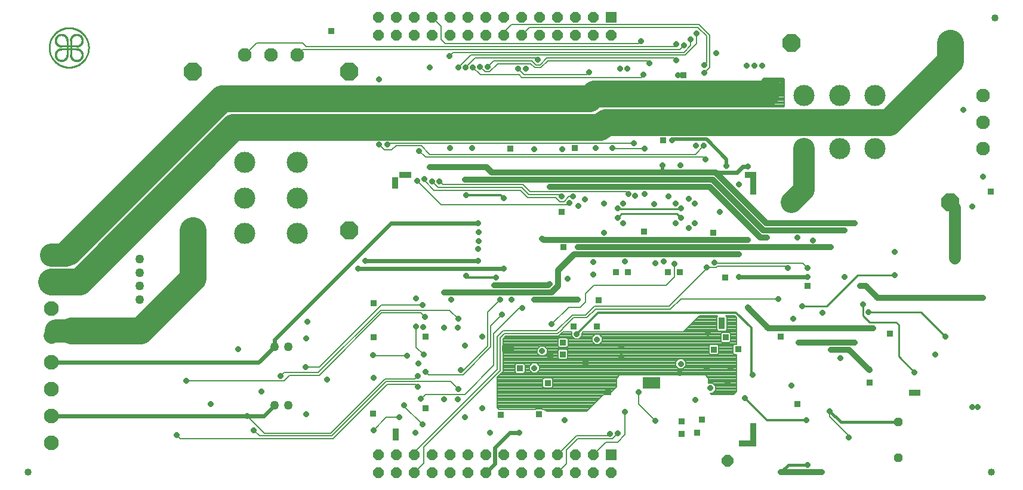
<source format=gbl>
G75*
%MOIN*%
%OFA0B0*%
%FSLAX25Y25*%
%IPPOS*%
%LPD*%
%AMOC8*
5,1,8,0,0,1.08239X$1,22.5*
%
%ADD10C,0.01000*%
%ADD11C,0.00100*%
%ADD12C,0.05000*%
%ADD13OC8,0.10000*%
%ADD14C,0.11811*%
%ADD15C,0.07677*%
%ADD16R,0.05906X0.05906*%
%ADD17OC8,0.05906*%
%ADD18C,0.08268*%
%ADD19C,0.04000*%
%ADD20OC8,0.06496*%
%ADD21OC8,0.04800*%
%ADD22R,0.03175X0.03175*%
%ADD23OC8,0.03175*%
%ADD24C,0.03200*%
%ADD25C,0.02400*%
%ADD26C,0.02000*%
%ADD27C,0.01600*%
%ADD28C,0.01200*%
%ADD29C,0.00800*%
%ADD30C,0.00600*%
%ADD31C,0.12000*%
%ADD32C,0.06600*%
%ADD33C,0.15000*%
%ADD34C,0.13000*%
%ADD35C,0.09000*%
D10*
X0349149Y0170781D02*
X0351349Y0172981D01*
X0382249Y0172981D01*
X0384499Y0170731D01*
X0383999Y0175681D02*
X0384499Y0175931D01*
X0383999Y0175681D02*
X0349449Y0175681D01*
X0349149Y0175981D01*
X0452249Y0121431D02*
X0465849Y0121431D01*
X0483099Y0138681D01*
X0503749Y0138681D01*
X0486099Y0122481D02*
X0486099Y0116231D01*
X0489799Y0112531D01*
X0504599Y0112531D01*
X0506049Y0111081D01*
X0506049Y0093281D01*
X0514999Y0084331D01*
X0532349Y0104331D02*
X0518449Y0118231D01*
X0489249Y0118231D01*
X0452649Y0121431D02*
X0452249Y0121431D01*
X0046850Y0265005D02*
X0038582Y0265005D01*
X0038582Y0266580D02*
X0046850Y0266580D01*
X0031716Y0265793D02*
X0031719Y0266063D01*
X0031729Y0266333D01*
X0031746Y0266602D01*
X0031769Y0266871D01*
X0031799Y0267140D01*
X0031835Y0267407D01*
X0031878Y0267674D01*
X0031927Y0267939D01*
X0031983Y0268203D01*
X0032046Y0268466D01*
X0032114Y0268727D01*
X0032190Y0268986D01*
X0032271Y0269243D01*
X0032359Y0269499D01*
X0032453Y0269752D01*
X0032553Y0270003D01*
X0032660Y0270251D01*
X0032772Y0270496D01*
X0032891Y0270739D01*
X0033015Y0270978D01*
X0033145Y0271215D01*
X0033281Y0271448D01*
X0033423Y0271678D01*
X0033570Y0271904D01*
X0033723Y0272127D01*
X0033881Y0272346D01*
X0034044Y0272561D01*
X0034213Y0272771D01*
X0034387Y0272978D01*
X0034566Y0273180D01*
X0034749Y0273378D01*
X0034938Y0273571D01*
X0035131Y0273760D01*
X0035329Y0273943D01*
X0035531Y0274122D01*
X0035738Y0274296D01*
X0035948Y0274465D01*
X0036163Y0274628D01*
X0036382Y0274786D01*
X0036605Y0274939D01*
X0036831Y0275086D01*
X0037061Y0275228D01*
X0037294Y0275364D01*
X0037531Y0275494D01*
X0037770Y0275618D01*
X0038013Y0275737D01*
X0038258Y0275849D01*
X0038506Y0275956D01*
X0038757Y0276056D01*
X0039010Y0276150D01*
X0039266Y0276238D01*
X0039523Y0276319D01*
X0039782Y0276395D01*
X0040043Y0276463D01*
X0040306Y0276526D01*
X0040570Y0276582D01*
X0040835Y0276631D01*
X0041102Y0276674D01*
X0041369Y0276710D01*
X0041638Y0276740D01*
X0041907Y0276763D01*
X0042176Y0276780D01*
X0042446Y0276790D01*
X0042716Y0276793D01*
X0042986Y0276790D01*
X0043256Y0276780D01*
X0043525Y0276763D01*
X0043794Y0276740D01*
X0044063Y0276710D01*
X0044330Y0276674D01*
X0044597Y0276631D01*
X0044862Y0276582D01*
X0045126Y0276526D01*
X0045389Y0276463D01*
X0045650Y0276395D01*
X0045909Y0276319D01*
X0046166Y0276238D01*
X0046422Y0276150D01*
X0046675Y0276056D01*
X0046926Y0275956D01*
X0047174Y0275849D01*
X0047419Y0275737D01*
X0047662Y0275618D01*
X0047901Y0275494D01*
X0048138Y0275364D01*
X0048371Y0275228D01*
X0048601Y0275086D01*
X0048827Y0274939D01*
X0049050Y0274786D01*
X0049269Y0274628D01*
X0049484Y0274465D01*
X0049694Y0274296D01*
X0049901Y0274122D01*
X0050103Y0273943D01*
X0050301Y0273760D01*
X0050494Y0273571D01*
X0050683Y0273378D01*
X0050866Y0273180D01*
X0051045Y0272978D01*
X0051219Y0272771D01*
X0051388Y0272561D01*
X0051551Y0272346D01*
X0051709Y0272127D01*
X0051862Y0271904D01*
X0052009Y0271678D01*
X0052151Y0271448D01*
X0052287Y0271215D01*
X0052417Y0270978D01*
X0052541Y0270739D01*
X0052660Y0270496D01*
X0052772Y0270251D01*
X0052879Y0270003D01*
X0052979Y0269752D01*
X0053073Y0269499D01*
X0053161Y0269243D01*
X0053242Y0268986D01*
X0053318Y0268727D01*
X0053386Y0268466D01*
X0053449Y0268203D01*
X0053505Y0267939D01*
X0053554Y0267674D01*
X0053597Y0267407D01*
X0053633Y0267140D01*
X0053663Y0266871D01*
X0053686Y0266602D01*
X0053703Y0266333D01*
X0053713Y0266063D01*
X0053716Y0265793D01*
X0053713Y0265523D01*
X0053703Y0265253D01*
X0053686Y0264984D01*
X0053663Y0264715D01*
X0053633Y0264446D01*
X0053597Y0264179D01*
X0053554Y0263912D01*
X0053505Y0263647D01*
X0053449Y0263383D01*
X0053386Y0263120D01*
X0053318Y0262859D01*
X0053242Y0262600D01*
X0053161Y0262343D01*
X0053073Y0262087D01*
X0052979Y0261834D01*
X0052879Y0261583D01*
X0052772Y0261335D01*
X0052660Y0261090D01*
X0052541Y0260847D01*
X0052417Y0260608D01*
X0052287Y0260371D01*
X0052151Y0260138D01*
X0052009Y0259908D01*
X0051862Y0259682D01*
X0051709Y0259459D01*
X0051551Y0259240D01*
X0051388Y0259025D01*
X0051219Y0258815D01*
X0051045Y0258608D01*
X0050866Y0258406D01*
X0050683Y0258208D01*
X0050494Y0258015D01*
X0050301Y0257826D01*
X0050103Y0257643D01*
X0049901Y0257464D01*
X0049694Y0257290D01*
X0049484Y0257121D01*
X0049269Y0256958D01*
X0049050Y0256800D01*
X0048827Y0256647D01*
X0048601Y0256500D01*
X0048371Y0256358D01*
X0048138Y0256222D01*
X0047901Y0256092D01*
X0047662Y0255968D01*
X0047419Y0255849D01*
X0047174Y0255737D01*
X0046926Y0255630D01*
X0046675Y0255530D01*
X0046422Y0255436D01*
X0046166Y0255348D01*
X0045909Y0255267D01*
X0045650Y0255191D01*
X0045389Y0255123D01*
X0045126Y0255060D01*
X0044862Y0255004D01*
X0044597Y0254955D01*
X0044330Y0254912D01*
X0044063Y0254876D01*
X0043794Y0254846D01*
X0043525Y0254823D01*
X0043256Y0254806D01*
X0042986Y0254796D01*
X0042716Y0254793D01*
X0042446Y0254796D01*
X0042176Y0254806D01*
X0041907Y0254823D01*
X0041638Y0254846D01*
X0041369Y0254876D01*
X0041102Y0254912D01*
X0040835Y0254955D01*
X0040570Y0255004D01*
X0040306Y0255060D01*
X0040043Y0255123D01*
X0039782Y0255191D01*
X0039523Y0255267D01*
X0039266Y0255348D01*
X0039010Y0255436D01*
X0038757Y0255530D01*
X0038506Y0255630D01*
X0038258Y0255737D01*
X0038013Y0255849D01*
X0037770Y0255968D01*
X0037531Y0256092D01*
X0037294Y0256222D01*
X0037061Y0256358D01*
X0036831Y0256500D01*
X0036605Y0256647D01*
X0036382Y0256800D01*
X0036163Y0256958D01*
X0035948Y0257121D01*
X0035738Y0257290D01*
X0035531Y0257464D01*
X0035329Y0257643D01*
X0035131Y0257826D01*
X0034938Y0258015D01*
X0034749Y0258208D01*
X0034566Y0258406D01*
X0034387Y0258608D01*
X0034213Y0258815D01*
X0034044Y0259025D01*
X0033881Y0259240D01*
X0033723Y0259459D01*
X0033570Y0259682D01*
X0033423Y0259908D01*
X0033281Y0260138D01*
X0033145Y0260371D01*
X0033015Y0260608D01*
X0032891Y0260847D01*
X0032772Y0261090D01*
X0032660Y0261335D01*
X0032553Y0261583D01*
X0032453Y0261834D01*
X0032359Y0262087D01*
X0032271Y0262343D01*
X0032190Y0262600D01*
X0032114Y0262859D01*
X0032046Y0263120D01*
X0031983Y0263383D01*
X0031927Y0263647D01*
X0031878Y0263912D01*
X0031835Y0264179D01*
X0031799Y0264446D01*
X0031769Y0264715D01*
X0031746Y0264984D01*
X0031729Y0265253D01*
X0031719Y0265523D01*
X0031716Y0265793D01*
X0041731Y0261856D02*
X0041731Y0269730D01*
X0043700Y0269730D02*
X0043700Y0261856D01*
D11*
X0043249Y0261819D02*
X0044149Y0261791D01*
X0044148Y0261792D02*
X0044149Y0261687D01*
X0044154Y0261581D01*
X0044162Y0261476D01*
X0044175Y0261372D01*
X0044191Y0261268D01*
X0044211Y0261165D01*
X0044236Y0261062D01*
X0044264Y0260961D01*
X0044295Y0260860D01*
X0044331Y0260761D01*
X0044370Y0260664D01*
X0044413Y0260568D01*
X0044460Y0260473D01*
X0044510Y0260381D01*
X0044563Y0260290D01*
X0044620Y0260201D01*
X0044680Y0260115D01*
X0044743Y0260031D01*
X0044810Y0259949D01*
X0044879Y0259870D01*
X0044952Y0259794D01*
X0045027Y0259720D01*
X0045105Y0259649D01*
X0045185Y0259581D01*
X0045268Y0259517D01*
X0045354Y0259455D01*
X0045442Y0259397D01*
X0045531Y0259342D01*
X0045623Y0259290D01*
X0045717Y0259242D01*
X0045812Y0259198D01*
X0045909Y0259157D01*
X0046008Y0259120D01*
X0046107Y0259086D01*
X0046208Y0259056D01*
X0046310Y0259031D01*
X0046413Y0259009D01*
X0046517Y0258990D01*
X0046621Y0258976D01*
X0046726Y0258966D01*
X0046831Y0258959D01*
X0046936Y0258957D01*
X0047042Y0258959D01*
X0047147Y0258964D01*
X0047252Y0258974D01*
X0047356Y0258987D01*
X0047460Y0259004D01*
X0047563Y0259025D01*
X0047665Y0259050D01*
X0047766Y0259079D01*
X0047867Y0259112D01*
X0047965Y0259148D01*
X0048063Y0259188D01*
X0048158Y0259232D01*
X0048252Y0259279D01*
X0048345Y0259330D01*
X0048435Y0259384D01*
X0048523Y0259442D01*
X0048609Y0259503D01*
X0048692Y0259567D01*
X0048774Y0259634D01*
X0048852Y0259704D01*
X0048928Y0259777D01*
X0049001Y0259853D01*
X0049071Y0259931D01*
X0049138Y0260013D01*
X0049202Y0260096D01*
X0049263Y0260182D01*
X0049321Y0260270D01*
X0049375Y0260360D01*
X0049426Y0260453D01*
X0049473Y0260547D01*
X0049517Y0260642D01*
X0049557Y0260740D01*
X0049593Y0260838D01*
X0049626Y0260939D01*
X0049655Y0261040D01*
X0049680Y0261142D01*
X0049701Y0261245D01*
X0049718Y0261349D01*
X0049731Y0261453D01*
X0049741Y0261558D01*
X0049746Y0261663D01*
X0049748Y0261769D01*
X0049746Y0261874D01*
X0049739Y0261979D01*
X0049729Y0262084D01*
X0049715Y0262188D01*
X0049696Y0262292D01*
X0049674Y0262395D01*
X0049649Y0262497D01*
X0049619Y0262598D01*
X0049585Y0262697D01*
X0049548Y0262796D01*
X0049507Y0262893D01*
X0049463Y0262988D01*
X0049415Y0263082D01*
X0049363Y0263174D01*
X0049308Y0263263D01*
X0049250Y0263351D01*
X0049188Y0263437D01*
X0049124Y0263520D01*
X0049056Y0263600D01*
X0048985Y0263678D01*
X0048911Y0263753D01*
X0048835Y0263826D01*
X0048756Y0263895D01*
X0048674Y0263962D01*
X0048590Y0264025D01*
X0048504Y0264085D01*
X0048415Y0264142D01*
X0048324Y0264195D01*
X0048232Y0264245D01*
X0048137Y0264292D01*
X0048041Y0264335D01*
X0047944Y0264374D01*
X0047845Y0264410D01*
X0047744Y0264441D01*
X0047643Y0264469D01*
X0047540Y0264494D01*
X0047437Y0264514D01*
X0047333Y0264530D01*
X0047229Y0264543D01*
X0047124Y0264551D01*
X0047018Y0264556D01*
X0046913Y0264557D01*
X0046886Y0265456D01*
X0047006Y0265457D01*
X0047126Y0265453D01*
X0047246Y0265445D01*
X0047366Y0265433D01*
X0047485Y0265418D01*
X0047604Y0265398D01*
X0047722Y0265375D01*
X0047839Y0265348D01*
X0047956Y0265317D01*
X0048071Y0265283D01*
X0048185Y0265244D01*
X0048297Y0265202D01*
X0048409Y0265157D01*
X0048518Y0265107D01*
X0048626Y0265054D01*
X0048733Y0264998D01*
X0048837Y0264938D01*
X0048939Y0264875D01*
X0049040Y0264809D01*
X0049138Y0264739D01*
X0049234Y0264667D01*
X0049327Y0264591D01*
X0049418Y0264512D01*
X0049506Y0264430D01*
X0049592Y0264346D01*
X0049674Y0264258D01*
X0049754Y0264169D01*
X0049831Y0264076D01*
X0049905Y0263981D01*
X0049976Y0263884D01*
X0050043Y0263784D01*
X0050107Y0263683D01*
X0050168Y0263579D01*
X0050226Y0263473D01*
X0050280Y0263366D01*
X0050330Y0263257D01*
X0050377Y0263146D01*
X0050421Y0263034D01*
X0050460Y0262920D01*
X0050496Y0262805D01*
X0050529Y0262690D01*
X0050557Y0262573D01*
X0050582Y0262455D01*
X0050602Y0262337D01*
X0050619Y0262217D01*
X0050632Y0262098D01*
X0050641Y0261978D01*
X0050647Y0261858D01*
X0050648Y0261738D01*
X0050645Y0261617D01*
X0050639Y0261497D01*
X0050628Y0261377D01*
X0050614Y0261258D01*
X0050596Y0261139D01*
X0050574Y0261021D01*
X0050548Y0260903D01*
X0050519Y0260787D01*
X0050485Y0260671D01*
X0050448Y0260557D01*
X0050407Y0260444D01*
X0050363Y0260332D01*
X0050315Y0260222D01*
X0050263Y0260113D01*
X0050208Y0260006D01*
X0050149Y0259901D01*
X0050087Y0259798D01*
X0050022Y0259697D01*
X0049953Y0259599D01*
X0049881Y0259502D01*
X0049807Y0259408D01*
X0049729Y0259316D01*
X0049648Y0259227D01*
X0049564Y0259141D01*
X0049478Y0259057D01*
X0049389Y0258976D01*
X0049297Y0258898D01*
X0049203Y0258824D01*
X0049106Y0258752D01*
X0049008Y0258683D01*
X0048907Y0258618D01*
X0048804Y0258556D01*
X0048699Y0258497D01*
X0048592Y0258442D01*
X0048483Y0258390D01*
X0048373Y0258342D01*
X0048261Y0258298D01*
X0048148Y0258257D01*
X0048034Y0258220D01*
X0047918Y0258186D01*
X0047802Y0258157D01*
X0047684Y0258131D01*
X0047566Y0258109D01*
X0047447Y0258091D01*
X0047328Y0258077D01*
X0047208Y0258066D01*
X0047088Y0258060D01*
X0046967Y0258057D01*
X0046847Y0258058D01*
X0046727Y0258064D01*
X0046607Y0258073D01*
X0046488Y0258086D01*
X0046368Y0258103D01*
X0046250Y0258123D01*
X0046132Y0258148D01*
X0046015Y0258176D01*
X0045900Y0258209D01*
X0045785Y0258245D01*
X0045671Y0258284D01*
X0045559Y0258328D01*
X0045448Y0258375D01*
X0045339Y0258425D01*
X0045232Y0258479D01*
X0045126Y0258537D01*
X0045022Y0258598D01*
X0044921Y0258662D01*
X0044821Y0258729D01*
X0044724Y0258800D01*
X0044629Y0258874D01*
X0044536Y0258951D01*
X0044447Y0259031D01*
X0044359Y0259113D01*
X0044275Y0259199D01*
X0044193Y0259287D01*
X0044114Y0259378D01*
X0044038Y0259471D01*
X0043966Y0259567D01*
X0043896Y0259665D01*
X0043830Y0259766D01*
X0043767Y0259868D01*
X0043707Y0259972D01*
X0043651Y0260079D01*
X0043598Y0260187D01*
X0043548Y0260296D01*
X0043503Y0260408D01*
X0043461Y0260520D01*
X0043422Y0260634D01*
X0043388Y0260749D01*
X0043357Y0260866D01*
X0043330Y0260983D01*
X0043307Y0261101D01*
X0043287Y0261220D01*
X0043272Y0261339D01*
X0043260Y0261459D01*
X0043252Y0261579D01*
X0043248Y0261699D01*
X0043249Y0261819D01*
X0043342Y0261816D01*
X0043343Y0261697D01*
X0043346Y0261577D01*
X0043354Y0261458D01*
X0043366Y0261339D01*
X0043382Y0261220D01*
X0043402Y0261102D01*
X0043426Y0260985D01*
X0043453Y0260868D01*
X0043485Y0260753D01*
X0043520Y0260638D01*
X0043559Y0260525D01*
X0043602Y0260414D01*
X0043648Y0260303D01*
X0043698Y0260195D01*
X0043752Y0260088D01*
X0043809Y0259982D01*
X0043869Y0259879D01*
X0043933Y0259778D01*
X0044001Y0259679D01*
X0044071Y0259583D01*
X0044145Y0259488D01*
X0044222Y0259397D01*
X0044302Y0259307D01*
X0044384Y0259221D01*
X0044470Y0259137D01*
X0044558Y0259057D01*
X0044649Y0258979D01*
X0044743Y0258904D01*
X0044838Y0258832D01*
X0044937Y0258764D01*
X0045037Y0258699D01*
X0045140Y0258637D01*
X0045244Y0258579D01*
X0045350Y0258524D01*
X0045459Y0258473D01*
X0045568Y0258425D01*
X0045680Y0258381D01*
X0045792Y0258341D01*
X0045906Y0258305D01*
X0046021Y0258272D01*
X0046138Y0258243D01*
X0046255Y0258218D01*
X0046372Y0258197D01*
X0046491Y0258180D01*
X0046610Y0258167D01*
X0046729Y0258158D01*
X0046848Y0258152D01*
X0046968Y0258151D01*
X0047088Y0258154D01*
X0047207Y0258160D01*
X0047326Y0258171D01*
X0047445Y0258185D01*
X0047563Y0258204D01*
X0047681Y0258226D01*
X0047798Y0258253D01*
X0047913Y0258283D01*
X0048028Y0258317D01*
X0048142Y0258354D01*
X0048254Y0258396D01*
X0048365Y0258441D01*
X0048474Y0258490D01*
X0048582Y0258542D01*
X0048687Y0258598D01*
X0048791Y0258658D01*
X0048893Y0258721D01*
X0048993Y0258787D01*
X0049090Y0258856D01*
X0049185Y0258929D01*
X0049278Y0259005D01*
X0049368Y0259083D01*
X0049455Y0259165D01*
X0049540Y0259250D01*
X0049622Y0259337D01*
X0049700Y0259427D01*
X0049776Y0259520D01*
X0049849Y0259615D01*
X0049918Y0259712D01*
X0049984Y0259812D01*
X0050047Y0259914D01*
X0050107Y0260018D01*
X0050163Y0260123D01*
X0050215Y0260231D01*
X0050264Y0260340D01*
X0050309Y0260451D01*
X0050351Y0260563D01*
X0050388Y0260677D01*
X0050422Y0260792D01*
X0050452Y0260907D01*
X0050479Y0261024D01*
X0050501Y0261142D01*
X0050520Y0261260D01*
X0050534Y0261379D01*
X0050545Y0261498D01*
X0050551Y0261617D01*
X0050554Y0261737D01*
X0050553Y0261857D01*
X0050547Y0261976D01*
X0050538Y0262095D01*
X0050525Y0262214D01*
X0050508Y0262333D01*
X0050487Y0262450D01*
X0050462Y0262567D01*
X0050433Y0262684D01*
X0050400Y0262799D01*
X0050364Y0262913D01*
X0050324Y0263025D01*
X0050280Y0263137D01*
X0050232Y0263246D01*
X0050181Y0263355D01*
X0050126Y0263461D01*
X0050068Y0263565D01*
X0050006Y0263668D01*
X0049941Y0263768D01*
X0049873Y0263867D01*
X0049801Y0263962D01*
X0049726Y0264056D01*
X0049648Y0264147D01*
X0049568Y0264235D01*
X0049484Y0264321D01*
X0049398Y0264403D01*
X0049308Y0264483D01*
X0049217Y0264560D01*
X0049122Y0264634D01*
X0049026Y0264704D01*
X0048927Y0264772D01*
X0048826Y0264836D01*
X0048723Y0264896D01*
X0048617Y0264953D01*
X0048510Y0265007D01*
X0048402Y0265057D01*
X0048291Y0265103D01*
X0048180Y0265146D01*
X0048067Y0265185D01*
X0047952Y0265220D01*
X0047837Y0265252D01*
X0047720Y0265279D01*
X0047603Y0265303D01*
X0047485Y0265323D01*
X0047366Y0265339D01*
X0047247Y0265351D01*
X0047128Y0265359D01*
X0047008Y0265362D01*
X0046889Y0265363D01*
X0046892Y0265269D01*
X0047009Y0265268D01*
X0047126Y0265264D01*
X0047243Y0265257D01*
X0047360Y0265245D01*
X0047476Y0265229D01*
X0047592Y0265209D01*
X0047707Y0265186D01*
X0047821Y0265159D01*
X0047934Y0265128D01*
X0048046Y0265093D01*
X0048157Y0265054D01*
X0048267Y0265012D01*
X0048375Y0264966D01*
X0048481Y0264917D01*
X0048586Y0264864D01*
X0048689Y0264807D01*
X0048790Y0264747D01*
X0048888Y0264684D01*
X0048985Y0264618D01*
X0049080Y0264548D01*
X0049172Y0264475D01*
X0049261Y0264400D01*
X0049348Y0264321D01*
X0049432Y0264239D01*
X0049514Y0264155D01*
X0049593Y0264068D01*
X0049668Y0263978D01*
X0049741Y0263886D01*
X0049811Y0263792D01*
X0049877Y0263695D01*
X0049940Y0263596D01*
X0050000Y0263495D01*
X0050056Y0263392D01*
X0050109Y0263287D01*
X0050158Y0263181D01*
X0050204Y0263073D01*
X0050246Y0262963D01*
X0050285Y0262852D01*
X0050320Y0262740D01*
X0050350Y0262627D01*
X0050378Y0262513D01*
X0050401Y0262398D01*
X0050420Y0262282D01*
X0050436Y0262166D01*
X0050448Y0262049D01*
X0050456Y0261932D01*
X0050460Y0261815D01*
X0050459Y0261698D01*
X0050456Y0261580D01*
X0050448Y0261463D01*
X0050436Y0261346D01*
X0050420Y0261230D01*
X0050401Y0261114D01*
X0050377Y0261000D01*
X0050350Y0260885D01*
X0050319Y0260772D01*
X0050284Y0260660D01*
X0050246Y0260549D01*
X0050204Y0260440D01*
X0050158Y0260332D01*
X0050108Y0260225D01*
X0050055Y0260121D01*
X0049999Y0260018D01*
X0049939Y0259917D01*
X0049876Y0259818D01*
X0049810Y0259721D01*
X0049740Y0259627D01*
X0049667Y0259535D01*
X0049592Y0259445D01*
X0049513Y0259358D01*
X0049431Y0259274D01*
X0049347Y0259192D01*
X0049260Y0259113D01*
X0049170Y0259038D01*
X0049078Y0258965D01*
X0048984Y0258895D01*
X0048887Y0258829D01*
X0048788Y0258766D01*
X0048687Y0258706D01*
X0048584Y0258650D01*
X0048480Y0258597D01*
X0048373Y0258547D01*
X0048265Y0258501D01*
X0048156Y0258459D01*
X0048045Y0258421D01*
X0047933Y0258386D01*
X0047820Y0258355D01*
X0047705Y0258328D01*
X0047591Y0258304D01*
X0047475Y0258285D01*
X0047359Y0258269D01*
X0047242Y0258257D01*
X0047125Y0258249D01*
X0047007Y0258246D01*
X0046890Y0258245D01*
X0046773Y0258249D01*
X0046656Y0258257D01*
X0046539Y0258269D01*
X0046423Y0258285D01*
X0046307Y0258304D01*
X0046192Y0258327D01*
X0046078Y0258355D01*
X0045965Y0258385D01*
X0045853Y0258420D01*
X0045742Y0258459D01*
X0045632Y0258501D01*
X0045524Y0258547D01*
X0045418Y0258596D01*
X0045313Y0258649D01*
X0045210Y0258705D01*
X0045109Y0258765D01*
X0045010Y0258828D01*
X0044913Y0258894D01*
X0044819Y0258964D01*
X0044727Y0259037D01*
X0044637Y0259112D01*
X0044550Y0259191D01*
X0044466Y0259273D01*
X0044384Y0259357D01*
X0044305Y0259444D01*
X0044230Y0259533D01*
X0044157Y0259625D01*
X0044087Y0259720D01*
X0044021Y0259817D01*
X0043958Y0259915D01*
X0043898Y0260016D01*
X0043841Y0260119D01*
X0043788Y0260224D01*
X0043739Y0260330D01*
X0043693Y0260438D01*
X0043651Y0260548D01*
X0043612Y0260659D01*
X0043577Y0260771D01*
X0043546Y0260884D01*
X0043519Y0260998D01*
X0043496Y0261113D01*
X0043476Y0261229D01*
X0043460Y0261345D01*
X0043448Y0261462D01*
X0043441Y0261579D01*
X0043437Y0261696D01*
X0043436Y0261813D01*
X0043530Y0261811D01*
X0043531Y0261694D01*
X0043535Y0261577D01*
X0043543Y0261461D01*
X0043555Y0261345D01*
X0043571Y0261229D01*
X0043591Y0261114D01*
X0043615Y0261000D01*
X0043643Y0260887D01*
X0043674Y0260775D01*
X0043710Y0260664D01*
X0043749Y0260554D01*
X0043792Y0260445D01*
X0043838Y0260338D01*
X0043889Y0260233D01*
X0043942Y0260130D01*
X0044000Y0260028D01*
X0044060Y0259928D01*
X0044124Y0259831D01*
X0044192Y0259736D01*
X0044262Y0259643D01*
X0044336Y0259552D01*
X0044413Y0259465D01*
X0044492Y0259379D01*
X0044575Y0259297D01*
X0044660Y0259217D01*
X0044748Y0259141D01*
X0044839Y0259067D01*
X0044932Y0258997D01*
X0045027Y0258930D01*
X0045125Y0258866D01*
X0045224Y0258805D01*
X0045326Y0258748D01*
X0045430Y0258695D01*
X0045535Y0258645D01*
X0045642Y0258598D01*
X0045751Y0258556D01*
X0045861Y0258517D01*
X0045972Y0258481D01*
X0046084Y0258450D01*
X0046198Y0258422D01*
X0046312Y0258399D01*
X0046427Y0258379D01*
X0046542Y0258363D01*
X0046658Y0258351D01*
X0046775Y0258343D01*
X0046891Y0258339D01*
X0047008Y0258340D01*
X0047124Y0258344D01*
X0047241Y0258352D01*
X0047357Y0258364D01*
X0047472Y0258379D01*
X0047587Y0258399D01*
X0047702Y0258423D01*
X0047815Y0258451D01*
X0047927Y0258482D01*
X0048038Y0258518D01*
X0048148Y0258557D01*
X0048257Y0258599D01*
X0048364Y0258646D01*
X0048469Y0258696D01*
X0048573Y0258750D01*
X0048674Y0258807D01*
X0048774Y0258868D01*
X0048871Y0258932D01*
X0048967Y0258999D01*
X0049060Y0259069D01*
X0049150Y0259143D01*
X0049238Y0259220D01*
X0049323Y0259299D01*
X0049406Y0259382D01*
X0049485Y0259467D01*
X0049562Y0259555D01*
X0049636Y0259645D01*
X0049706Y0259738D01*
X0049773Y0259834D01*
X0049837Y0259931D01*
X0049898Y0260031D01*
X0049955Y0260132D01*
X0050009Y0260236D01*
X0050059Y0260341D01*
X0050106Y0260448D01*
X0050148Y0260557D01*
X0050187Y0260667D01*
X0050223Y0260778D01*
X0050254Y0260890D01*
X0050282Y0261003D01*
X0050306Y0261118D01*
X0050326Y0261233D01*
X0050341Y0261348D01*
X0050353Y0261464D01*
X0050361Y0261581D01*
X0050365Y0261697D01*
X0050366Y0261814D01*
X0050362Y0261930D01*
X0050354Y0262047D01*
X0050342Y0262163D01*
X0050326Y0262278D01*
X0050306Y0262393D01*
X0050283Y0262507D01*
X0050255Y0262621D01*
X0050224Y0262733D01*
X0050188Y0262844D01*
X0050149Y0262954D01*
X0050107Y0263063D01*
X0050060Y0263170D01*
X0050010Y0263275D01*
X0049957Y0263379D01*
X0049900Y0263481D01*
X0049839Y0263580D01*
X0049775Y0263678D01*
X0049708Y0263773D01*
X0049638Y0263866D01*
X0049564Y0263957D01*
X0049488Y0264045D01*
X0049408Y0264130D01*
X0049326Y0264213D01*
X0049240Y0264292D01*
X0049153Y0264369D01*
X0049062Y0264443D01*
X0048969Y0264513D01*
X0048874Y0264581D01*
X0048777Y0264645D01*
X0048677Y0264705D01*
X0048575Y0264763D01*
X0048472Y0264816D01*
X0048367Y0264867D01*
X0048260Y0264913D01*
X0048151Y0264956D01*
X0048041Y0264995D01*
X0047930Y0265031D01*
X0047818Y0265062D01*
X0047705Y0265090D01*
X0047591Y0265114D01*
X0047476Y0265134D01*
X0047360Y0265150D01*
X0047244Y0265162D01*
X0047128Y0265170D01*
X0047011Y0265174D01*
X0046894Y0265175D01*
X0046897Y0265081D01*
X0047012Y0265080D01*
X0047126Y0265076D01*
X0047240Y0265068D01*
X0047353Y0265056D01*
X0047466Y0265040D01*
X0047579Y0265021D01*
X0047691Y0264997D01*
X0047802Y0264970D01*
X0047911Y0264938D01*
X0048020Y0264903D01*
X0048128Y0264865D01*
X0048234Y0264822D01*
X0048338Y0264776D01*
X0048441Y0264727D01*
X0048542Y0264674D01*
X0048642Y0264617D01*
X0048739Y0264557D01*
X0048834Y0264494D01*
X0048927Y0264428D01*
X0049018Y0264358D01*
X0049106Y0264285D01*
X0049191Y0264210D01*
X0049274Y0264131D01*
X0049355Y0264050D01*
X0049432Y0263966D01*
X0049506Y0263879D01*
X0049578Y0263790D01*
X0049646Y0263698D01*
X0049711Y0263605D01*
X0049773Y0263509D01*
X0049832Y0263410D01*
X0049887Y0263310D01*
X0049938Y0263208D01*
X0049986Y0263105D01*
X0050031Y0263000D01*
X0050072Y0262893D01*
X0050109Y0262785D01*
X0050143Y0262676D01*
X0050172Y0262565D01*
X0050198Y0262454D01*
X0050220Y0262342D01*
X0050238Y0262229D01*
X0050253Y0262116D01*
X0050263Y0262002D01*
X0050269Y0261888D01*
X0050272Y0261774D01*
X0050271Y0261660D01*
X0050265Y0261546D01*
X0050256Y0261432D01*
X0050243Y0261318D01*
X0050226Y0261205D01*
X0050205Y0261093D01*
X0050180Y0260981D01*
X0050152Y0260871D01*
X0050119Y0260761D01*
X0050083Y0260653D01*
X0050043Y0260546D01*
X0050000Y0260440D01*
X0049953Y0260336D01*
X0049902Y0260234D01*
X0049848Y0260133D01*
X0049791Y0260034D01*
X0049730Y0259938D01*
X0049666Y0259843D01*
X0049598Y0259751D01*
X0049528Y0259661D01*
X0049454Y0259574D01*
X0049378Y0259489D01*
X0049298Y0259407D01*
X0049216Y0259327D01*
X0049131Y0259251D01*
X0049044Y0259177D01*
X0048954Y0259107D01*
X0048862Y0259039D01*
X0048767Y0258975D01*
X0048671Y0258914D01*
X0048572Y0258857D01*
X0048471Y0258803D01*
X0048369Y0258752D01*
X0048265Y0258705D01*
X0048159Y0258662D01*
X0048052Y0258622D01*
X0047944Y0258586D01*
X0047834Y0258553D01*
X0047724Y0258525D01*
X0047612Y0258500D01*
X0047500Y0258479D01*
X0047387Y0258462D01*
X0047273Y0258449D01*
X0047159Y0258440D01*
X0047045Y0258434D01*
X0046931Y0258433D01*
X0046817Y0258436D01*
X0046703Y0258442D01*
X0046589Y0258452D01*
X0046476Y0258467D01*
X0046363Y0258485D01*
X0046251Y0258507D01*
X0046140Y0258533D01*
X0046029Y0258562D01*
X0045920Y0258596D01*
X0045812Y0258633D01*
X0045705Y0258674D01*
X0045600Y0258719D01*
X0045497Y0258767D01*
X0045395Y0258818D01*
X0045295Y0258873D01*
X0045196Y0258932D01*
X0045100Y0258994D01*
X0045007Y0259059D01*
X0044915Y0259127D01*
X0044826Y0259199D01*
X0044739Y0259273D01*
X0044655Y0259350D01*
X0044574Y0259431D01*
X0044495Y0259514D01*
X0044420Y0259599D01*
X0044347Y0259687D01*
X0044277Y0259778D01*
X0044211Y0259871D01*
X0044148Y0259966D01*
X0044088Y0260063D01*
X0044031Y0260163D01*
X0043978Y0260264D01*
X0043929Y0260367D01*
X0043883Y0260471D01*
X0043840Y0260577D01*
X0043802Y0260685D01*
X0043767Y0260794D01*
X0043735Y0260903D01*
X0043708Y0261014D01*
X0043684Y0261126D01*
X0043665Y0261239D01*
X0043649Y0261352D01*
X0043637Y0261465D01*
X0043629Y0261579D01*
X0043625Y0261693D01*
X0043624Y0261808D01*
X0043718Y0261805D01*
X0043719Y0261692D01*
X0043723Y0261580D01*
X0043731Y0261467D01*
X0043743Y0261355D01*
X0043759Y0261244D01*
X0043779Y0261133D01*
X0043803Y0261023D01*
X0043830Y0260914D01*
X0043861Y0260806D01*
X0043896Y0260699D01*
X0043935Y0260593D01*
X0043978Y0260488D01*
X0044024Y0260386D01*
X0044073Y0260285D01*
X0044126Y0260185D01*
X0044183Y0260088D01*
X0044243Y0259992D01*
X0044306Y0259899D01*
X0044372Y0259808D01*
X0044442Y0259720D01*
X0044514Y0259633D01*
X0044590Y0259550D01*
X0044668Y0259469D01*
X0044749Y0259391D01*
X0044833Y0259316D01*
X0044919Y0259244D01*
X0045008Y0259174D01*
X0045099Y0259108D01*
X0045193Y0259045D01*
X0045289Y0258986D01*
X0045386Y0258930D01*
X0045486Y0258877D01*
X0045587Y0258828D01*
X0045690Y0258782D01*
X0045794Y0258740D01*
X0045900Y0258702D01*
X0046007Y0258667D01*
X0046116Y0258636D01*
X0046225Y0258609D01*
X0046335Y0258586D01*
X0046446Y0258566D01*
X0046558Y0258551D01*
X0046670Y0258539D01*
X0046782Y0258531D01*
X0046895Y0258527D01*
X0047007Y0258528D01*
X0047120Y0258532D01*
X0047232Y0258540D01*
X0047344Y0258551D01*
X0047456Y0258567D01*
X0047566Y0258587D01*
X0047677Y0258610D01*
X0047786Y0258638D01*
X0047894Y0258669D01*
X0048001Y0258704D01*
X0048107Y0258742D01*
X0048211Y0258784D01*
X0048314Y0258830D01*
X0048415Y0258880D01*
X0048515Y0258932D01*
X0048612Y0258989D01*
X0048708Y0259049D01*
X0048801Y0259111D01*
X0048892Y0259178D01*
X0048981Y0259247D01*
X0049067Y0259319D01*
X0049151Y0259395D01*
X0049232Y0259473D01*
X0049310Y0259554D01*
X0049386Y0259638D01*
X0049458Y0259724D01*
X0049527Y0259813D01*
X0049594Y0259904D01*
X0049656Y0259997D01*
X0049716Y0260093D01*
X0049773Y0260190D01*
X0049825Y0260290D01*
X0049875Y0260391D01*
X0049921Y0260494D01*
X0049963Y0260598D01*
X0050001Y0260704D01*
X0050036Y0260811D01*
X0050067Y0260919D01*
X0050095Y0261028D01*
X0050118Y0261139D01*
X0050138Y0261249D01*
X0050154Y0261361D01*
X0050165Y0261473D01*
X0050173Y0261585D01*
X0050177Y0261698D01*
X0050178Y0261810D01*
X0050174Y0261923D01*
X0050166Y0262035D01*
X0050154Y0262147D01*
X0050139Y0262259D01*
X0050119Y0262370D01*
X0050096Y0262480D01*
X0050069Y0262589D01*
X0050038Y0262698D01*
X0050003Y0262805D01*
X0049965Y0262911D01*
X0049923Y0263015D01*
X0049877Y0263118D01*
X0049828Y0263219D01*
X0049775Y0263319D01*
X0049719Y0263416D01*
X0049660Y0263512D01*
X0049597Y0263606D01*
X0049531Y0263697D01*
X0049461Y0263786D01*
X0049389Y0263872D01*
X0049314Y0263956D01*
X0049236Y0264037D01*
X0049155Y0264115D01*
X0049072Y0264191D01*
X0048985Y0264263D01*
X0048897Y0264333D01*
X0048806Y0264399D01*
X0048713Y0264462D01*
X0048617Y0264522D01*
X0048520Y0264579D01*
X0048420Y0264632D01*
X0048319Y0264681D01*
X0048217Y0264727D01*
X0048112Y0264770D01*
X0048006Y0264809D01*
X0047899Y0264844D01*
X0047791Y0264875D01*
X0047682Y0264902D01*
X0047572Y0264926D01*
X0047461Y0264946D01*
X0047350Y0264962D01*
X0047238Y0264974D01*
X0047125Y0264982D01*
X0047013Y0264986D01*
X0046900Y0264987D01*
X0046903Y0264893D01*
X0047015Y0264892D01*
X0047126Y0264888D01*
X0047238Y0264880D01*
X0047349Y0264867D01*
X0047460Y0264851D01*
X0047570Y0264831D01*
X0047679Y0264807D01*
X0047787Y0264779D01*
X0047894Y0264747D01*
X0048000Y0264711D01*
X0048105Y0264672D01*
X0048208Y0264629D01*
X0048309Y0264582D01*
X0048409Y0264532D01*
X0048507Y0264478D01*
X0048603Y0264421D01*
X0048697Y0264360D01*
X0048789Y0264296D01*
X0048878Y0264229D01*
X0048965Y0264158D01*
X0049049Y0264085D01*
X0049131Y0264009D01*
X0049210Y0263929D01*
X0049286Y0263847D01*
X0049359Y0263763D01*
X0049429Y0263676D01*
X0049495Y0263586D01*
X0049559Y0263494D01*
X0049619Y0263400D01*
X0049676Y0263304D01*
X0049730Y0263205D01*
X0049779Y0263105D01*
X0049826Y0263004D01*
X0049868Y0262900D01*
X0049907Y0262795D01*
X0049942Y0262689D01*
X0049974Y0262582D01*
X0050001Y0262474D01*
X0050025Y0262364D01*
X0050044Y0262254D01*
X0050060Y0262144D01*
X0050072Y0262032D01*
X0050080Y0261921D01*
X0050084Y0261809D01*
X0050083Y0261697D01*
X0050079Y0261586D01*
X0050071Y0261474D01*
X0050059Y0261363D01*
X0050043Y0261253D01*
X0050023Y0261143D01*
X0049999Y0261033D01*
X0049972Y0260925D01*
X0049940Y0260818D01*
X0049905Y0260712D01*
X0049866Y0260607D01*
X0049823Y0260504D01*
X0049776Y0260402D01*
X0049726Y0260302D01*
X0049673Y0260204D01*
X0049615Y0260108D01*
X0049555Y0260014D01*
X0049491Y0259922D01*
X0049424Y0259833D01*
X0049354Y0259746D01*
X0049281Y0259661D01*
X0049205Y0259579D01*
X0049126Y0259500D01*
X0049044Y0259424D01*
X0048959Y0259351D01*
X0048872Y0259281D01*
X0048783Y0259214D01*
X0048691Y0259150D01*
X0048597Y0259090D01*
X0048501Y0259032D01*
X0048403Y0258979D01*
X0048303Y0258929D01*
X0048201Y0258882D01*
X0048098Y0258839D01*
X0047993Y0258800D01*
X0047887Y0258765D01*
X0047780Y0258733D01*
X0047672Y0258706D01*
X0047562Y0258682D01*
X0047452Y0258662D01*
X0047342Y0258646D01*
X0047231Y0258634D01*
X0047119Y0258626D01*
X0047008Y0258622D01*
X0046896Y0258621D01*
X0046784Y0258625D01*
X0046673Y0258633D01*
X0046561Y0258645D01*
X0046451Y0258661D01*
X0046341Y0258680D01*
X0046231Y0258704D01*
X0046123Y0258731D01*
X0046016Y0258763D01*
X0045910Y0258798D01*
X0045805Y0258837D01*
X0045701Y0258879D01*
X0045600Y0258926D01*
X0045500Y0258975D01*
X0045401Y0259029D01*
X0045305Y0259086D01*
X0045211Y0259146D01*
X0045119Y0259210D01*
X0045029Y0259276D01*
X0044942Y0259346D01*
X0044858Y0259419D01*
X0044776Y0259495D01*
X0044696Y0259574D01*
X0044620Y0259656D01*
X0044547Y0259740D01*
X0044476Y0259827D01*
X0044409Y0259916D01*
X0044345Y0260008D01*
X0044284Y0260102D01*
X0044227Y0260198D01*
X0044173Y0260296D01*
X0044123Y0260396D01*
X0044076Y0260497D01*
X0044033Y0260600D01*
X0043994Y0260705D01*
X0043958Y0260811D01*
X0043926Y0260918D01*
X0043898Y0261026D01*
X0043874Y0261135D01*
X0043854Y0261245D01*
X0043838Y0261356D01*
X0043825Y0261467D01*
X0043817Y0261579D01*
X0043813Y0261690D01*
X0043812Y0261802D01*
X0043906Y0261799D01*
X0043907Y0261690D01*
X0043911Y0261581D01*
X0043919Y0261472D01*
X0043932Y0261363D01*
X0043948Y0261255D01*
X0043968Y0261148D01*
X0043991Y0261041D01*
X0044019Y0260936D01*
X0044050Y0260831D01*
X0044086Y0260728D01*
X0044124Y0260625D01*
X0044167Y0260525D01*
X0044213Y0260426D01*
X0044262Y0260328D01*
X0044315Y0260233D01*
X0044372Y0260139D01*
X0044432Y0260048D01*
X0044495Y0259959D01*
X0044561Y0259872D01*
X0044630Y0259787D01*
X0044702Y0259705D01*
X0044777Y0259626D01*
X0044855Y0259549D01*
X0044936Y0259476D01*
X0045019Y0259405D01*
X0045105Y0259337D01*
X0045193Y0259273D01*
X0045283Y0259211D01*
X0045375Y0259153D01*
X0045470Y0259098D01*
X0045566Y0259047D01*
X0045665Y0258999D01*
X0045764Y0258955D01*
X0045866Y0258914D01*
X0045969Y0258877D01*
X0046073Y0258844D01*
X0046178Y0258814D01*
X0046284Y0258788D01*
X0046391Y0258766D01*
X0046499Y0258748D01*
X0046607Y0258734D01*
X0046716Y0258724D01*
X0046825Y0258717D01*
X0046934Y0258715D01*
X0047043Y0258716D01*
X0047152Y0258722D01*
X0047261Y0258731D01*
X0047370Y0258744D01*
X0047477Y0258761D01*
X0047585Y0258782D01*
X0047691Y0258807D01*
X0047796Y0258836D01*
X0047901Y0258868D01*
X0048004Y0258904D01*
X0048106Y0258944D01*
X0048206Y0258987D01*
X0048305Y0259034D01*
X0048401Y0259085D01*
X0048496Y0259139D01*
X0048589Y0259196D01*
X0048680Y0259256D01*
X0048769Y0259320D01*
X0048855Y0259387D01*
X0048939Y0259457D01*
X0049020Y0259530D01*
X0049099Y0259606D01*
X0049175Y0259685D01*
X0049248Y0259766D01*
X0049318Y0259850D01*
X0049385Y0259936D01*
X0049449Y0260025D01*
X0049509Y0260116D01*
X0049566Y0260209D01*
X0049620Y0260304D01*
X0049671Y0260400D01*
X0049718Y0260499D01*
X0049761Y0260599D01*
X0049801Y0260701D01*
X0049837Y0260804D01*
X0049869Y0260909D01*
X0049898Y0261014D01*
X0049923Y0261120D01*
X0049944Y0261228D01*
X0049961Y0261335D01*
X0049974Y0261444D01*
X0049983Y0261553D01*
X0049989Y0261662D01*
X0049990Y0261771D01*
X0049988Y0261880D01*
X0049981Y0261989D01*
X0049971Y0262098D01*
X0049957Y0262206D01*
X0049939Y0262314D01*
X0049917Y0262421D01*
X0049891Y0262527D01*
X0049861Y0262632D01*
X0049828Y0262736D01*
X0049791Y0262839D01*
X0049750Y0262941D01*
X0049706Y0263040D01*
X0049658Y0263139D01*
X0049607Y0263235D01*
X0049552Y0263330D01*
X0049494Y0263422D01*
X0049432Y0263512D01*
X0049368Y0263600D01*
X0049300Y0263686D01*
X0049229Y0263769D01*
X0049156Y0263850D01*
X0049079Y0263928D01*
X0049000Y0264003D01*
X0048918Y0264075D01*
X0048833Y0264144D01*
X0048746Y0264210D01*
X0048657Y0264273D01*
X0048566Y0264333D01*
X0048472Y0264390D01*
X0048377Y0264443D01*
X0048279Y0264492D01*
X0048180Y0264538D01*
X0048080Y0264581D01*
X0047977Y0264619D01*
X0047874Y0264655D01*
X0047769Y0264686D01*
X0047664Y0264714D01*
X0047557Y0264737D01*
X0047450Y0264757D01*
X0047342Y0264773D01*
X0047233Y0264786D01*
X0047124Y0264794D01*
X0047015Y0264798D01*
X0046906Y0264799D01*
X0046909Y0264705D01*
X0047017Y0264704D01*
X0047125Y0264700D01*
X0047233Y0264691D01*
X0047341Y0264679D01*
X0047448Y0264662D01*
X0047554Y0264642D01*
X0047660Y0264618D01*
X0047764Y0264590D01*
X0047868Y0264558D01*
X0047970Y0264522D01*
X0048071Y0264483D01*
X0048170Y0264440D01*
X0048268Y0264393D01*
X0048364Y0264343D01*
X0048458Y0264289D01*
X0048550Y0264232D01*
X0048640Y0264171D01*
X0048727Y0264108D01*
X0048812Y0264041D01*
X0048895Y0263971D01*
X0048975Y0263898D01*
X0049052Y0263822D01*
X0049127Y0263743D01*
X0049198Y0263662D01*
X0049267Y0263578D01*
X0049332Y0263491D01*
X0049394Y0263403D01*
X0049453Y0263312D01*
X0049508Y0263219D01*
X0049560Y0263124D01*
X0049609Y0263027D01*
X0049653Y0262928D01*
X0049695Y0262828D01*
X0049732Y0262726D01*
X0049766Y0262624D01*
X0049796Y0262519D01*
X0049822Y0262414D01*
X0049844Y0262308D01*
X0049862Y0262202D01*
X0049877Y0262094D01*
X0049887Y0261986D01*
X0049894Y0261878D01*
X0049896Y0261770D01*
X0049894Y0261662D01*
X0049889Y0261554D01*
X0049880Y0261446D01*
X0049866Y0261338D01*
X0049849Y0261231D01*
X0049828Y0261125D01*
X0049802Y0261020D01*
X0049773Y0260916D01*
X0049741Y0260812D01*
X0049704Y0260710D01*
X0049664Y0260610D01*
X0049620Y0260511D01*
X0049572Y0260414D01*
X0049521Y0260318D01*
X0049466Y0260225D01*
X0049408Y0260133D01*
X0049347Y0260044D01*
X0049283Y0259957D01*
X0049215Y0259872D01*
X0049144Y0259790D01*
X0049070Y0259711D01*
X0048994Y0259635D01*
X0048915Y0259561D01*
X0048833Y0259490D01*
X0048748Y0259422D01*
X0048661Y0259358D01*
X0048572Y0259297D01*
X0048480Y0259239D01*
X0048387Y0259184D01*
X0048291Y0259133D01*
X0048194Y0259085D01*
X0048095Y0259041D01*
X0047995Y0259001D01*
X0047893Y0258964D01*
X0047789Y0258932D01*
X0047685Y0258903D01*
X0047580Y0258877D01*
X0047474Y0258856D01*
X0047367Y0258839D01*
X0047259Y0258825D01*
X0047151Y0258816D01*
X0047043Y0258811D01*
X0046935Y0258809D01*
X0046827Y0258811D01*
X0046719Y0258818D01*
X0046611Y0258828D01*
X0046503Y0258843D01*
X0046397Y0258861D01*
X0046291Y0258883D01*
X0046186Y0258909D01*
X0046081Y0258939D01*
X0045979Y0258973D01*
X0045877Y0259010D01*
X0045777Y0259052D01*
X0045678Y0259096D01*
X0045581Y0259145D01*
X0045486Y0259197D01*
X0045393Y0259252D01*
X0045302Y0259311D01*
X0045214Y0259373D01*
X0045127Y0259438D01*
X0045043Y0259507D01*
X0044962Y0259578D01*
X0044883Y0259653D01*
X0044807Y0259730D01*
X0044734Y0259810D01*
X0044664Y0259893D01*
X0044597Y0259978D01*
X0044534Y0260065D01*
X0044473Y0260155D01*
X0044416Y0260247D01*
X0044362Y0260341D01*
X0044312Y0260437D01*
X0044265Y0260535D01*
X0044222Y0260634D01*
X0044183Y0260735D01*
X0044147Y0260837D01*
X0044115Y0260941D01*
X0044087Y0261045D01*
X0044063Y0261151D01*
X0044043Y0261257D01*
X0044026Y0261364D01*
X0044014Y0261472D01*
X0044005Y0261580D01*
X0044001Y0261688D01*
X0044000Y0261796D01*
X0044094Y0261793D01*
X0044095Y0261687D01*
X0044099Y0261581D01*
X0044108Y0261474D01*
X0044121Y0261369D01*
X0044137Y0261264D01*
X0044157Y0261159D01*
X0044182Y0261055D01*
X0044210Y0260953D01*
X0044242Y0260851D01*
X0044277Y0260751D01*
X0044317Y0260652D01*
X0044360Y0260555D01*
X0044406Y0260459D01*
X0044457Y0260365D01*
X0044510Y0260273D01*
X0044567Y0260183D01*
X0044628Y0260095D01*
X0044691Y0260010D01*
X0044758Y0259927D01*
X0044828Y0259847D01*
X0044900Y0259769D01*
X0044976Y0259694D01*
X0045054Y0259622D01*
X0045135Y0259553D01*
X0045219Y0259487D01*
X0045305Y0259424D01*
X0045393Y0259364D01*
X0045483Y0259308D01*
X0045576Y0259255D01*
X0045670Y0259205D01*
X0045766Y0259159D01*
X0045864Y0259117D01*
X0045963Y0259078D01*
X0046063Y0259044D01*
X0046165Y0259012D01*
X0046268Y0258985D01*
X0046372Y0258962D01*
X0046477Y0258942D01*
X0046582Y0258927D01*
X0046688Y0258915D01*
X0046794Y0258907D01*
X0046900Y0258903D01*
X0047007Y0258904D01*
X0047113Y0258908D01*
X0047219Y0258916D01*
X0047325Y0258928D01*
X0047430Y0258944D01*
X0047535Y0258964D01*
X0047639Y0258988D01*
X0047742Y0259016D01*
X0047843Y0259047D01*
X0047944Y0259082D01*
X0048043Y0259121D01*
X0048140Y0259164D01*
X0048236Y0259210D01*
X0048330Y0259260D01*
X0048422Y0259313D01*
X0048513Y0259370D01*
X0048601Y0259430D01*
X0048686Y0259493D01*
X0048769Y0259560D01*
X0048850Y0259629D01*
X0048928Y0259702D01*
X0049003Y0259777D01*
X0049076Y0259855D01*
X0049145Y0259936D01*
X0049212Y0260019D01*
X0049275Y0260104D01*
X0049335Y0260192D01*
X0049392Y0260283D01*
X0049445Y0260375D01*
X0049495Y0260469D01*
X0049541Y0260565D01*
X0049584Y0260662D01*
X0049623Y0260761D01*
X0049658Y0260862D01*
X0049689Y0260963D01*
X0049717Y0261066D01*
X0049741Y0261170D01*
X0049761Y0261275D01*
X0049777Y0261380D01*
X0049789Y0261486D01*
X0049797Y0261592D01*
X0049801Y0261698D01*
X0049802Y0261805D01*
X0049798Y0261911D01*
X0049790Y0262017D01*
X0049778Y0262123D01*
X0049763Y0262228D01*
X0049743Y0262333D01*
X0049720Y0262437D01*
X0049693Y0262540D01*
X0049661Y0262642D01*
X0049627Y0262742D01*
X0049588Y0262841D01*
X0049546Y0262939D01*
X0049500Y0263035D01*
X0049450Y0263129D01*
X0049397Y0263222D01*
X0049341Y0263312D01*
X0049281Y0263400D01*
X0049218Y0263486D01*
X0049152Y0263570D01*
X0049083Y0263651D01*
X0049011Y0263729D01*
X0048936Y0263805D01*
X0048858Y0263877D01*
X0048778Y0263947D01*
X0048695Y0264014D01*
X0048610Y0264077D01*
X0048522Y0264138D01*
X0048432Y0264195D01*
X0048340Y0264248D01*
X0048246Y0264299D01*
X0048150Y0264345D01*
X0048053Y0264388D01*
X0047954Y0264428D01*
X0047854Y0264463D01*
X0047752Y0264495D01*
X0047650Y0264523D01*
X0047546Y0264548D01*
X0047441Y0264568D01*
X0047336Y0264584D01*
X0047231Y0264597D01*
X0047124Y0264606D01*
X0047018Y0264610D01*
X0046912Y0264611D01*
X0038545Y0265456D02*
X0038517Y0264556D01*
X0038518Y0264557D02*
X0038413Y0264556D01*
X0038307Y0264551D01*
X0038202Y0264543D01*
X0038098Y0264530D01*
X0037994Y0264514D01*
X0037891Y0264494D01*
X0037788Y0264469D01*
X0037687Y0264441D01*
X0037586Y0264410D01*
X0037487Y0264374D01*
X0037390Y0264335D01*
X0037294Y0264292D01*
X0037199Y0264245D01*
X0037107Y0264195D01*
X0037016Y0264142D01*
X0036927Y0264085D01*
X0036841Y0264025D01*
X0036757Y0263962D01*
X0036675Y0263895D01*
X0036596Y0263826D01*
X0036520Y0263753D01*
X0036446Y0263678D01*
X0036375Y0263600D01*
X0036307Y0263520D01*
X0036243Y0263437D01*
X0036181Y0263351D01*
X0036123Y0263263D01*
X0036068Y0263174D01*
X0036016Y0263082D01*
X0035968Y0262988D01*
X0035924Y0262893D01*
X0035883Y0262796D01*
X0035846Y0262697D01*
X0035812Y0262598D01*
X0035782Y0262497D01*
X0035757Y0262395D01*
X0035735Y0262292D01*
X0035716Y0262188D01*
X0035702Y0262084D01*
X0035692Y0261979D01*
X0035685Y0261874D01*
X0035683Y0261769D01*
X0035685Y0261663D01*
X0035690Y0261558D01*
X0035700Y0261453D01*
X0035713Y0261349D01*
X0035730Y0261245D01*
X0035751Y0261142D01*
X0035776Y0261040D01*
X0035805Y0260939D01*
X0035838Y0260838D01*
X0035874Y0260740D01*
X0035914Y0260642D01*
X0035958Y0260547D01*
X0036005Y0260453D01*
X0036056Y0260360D01*
X0036110Y0260270D01*
X0036168Y0260182D01*
X0036229Y0260096D01*
X0036293Y0260013D01*
X0036360Y0259931D01*
X0036430Y0259853D01*
X0036503Y0259777D01*
X0036579Y0259704D01*
X0036657Y0259634D01*
X0036739Y0259567D01*
X0036822Y0259503D01*
X0036908Y0259442D01*
X0036996Y0259384D01*
X0037086Y0259330D01*
X0037179Y0259279D01*
X0037273Y0259232D01*
X0037368Y0259188D01*
X0037466Y0259148D01*
X0037564Y0259112D01*
X0037665Y0259079D01*
X0037766Y0259050D01*
X0037868Y0259025D01*
X0037971Y0259004D01*
X0038075Y0258987D01*
X0038179Y0258974D01*
X0038284Y0258964D01*
X0038389Y0258959D01*
X0038495Y0258957D01*
X0038600Y0258959D01*
X0038705Y0258966D01*
X0038810Y0258976D01*
X0038914Y0258990D01*
X0039018Y0259009D01*
X0039121Y0259031D01*
X0039223Y0259056D01*
X0039324Y0259086D01*
X0039423Y0259120D01*
X0039522Y0259157D01*
X0039619Y0259198D01*
X0039714Y0259242D01*
X0039808Y0259290D01*
X0039900Y0259342D01*
X0039989Y0259397D01*
X0040077Y0259455D01*
X0040163Y0259517D01*
X0040246Y0259581D01*
X0040326Y0259649D01*
X0040404Y0259720D01*
X0040479Y0259794D01*
X0040552Y0259870D01*
X0040621Y0259949D01*
X0040688Y0260031D01*
X0040751Y0260115D01*
X0040811Y0260201D01*
X0040868Y0260290D01*
X0040921Y0260381D01*
X0040971Y0260473D01*
X0041018Y0260568D01*
X0041061Y0260664D01*
X0041100Y0260761D01*
X0041136Y0260860D01*
X0041167Y0260961D01*
X0041195Y0261062D01*
X0041220Y0261165D01*
X0041240Y0261268D01*
X0041256Y0261372D01*
X0041269Y0261476D01*
X0041277Y0261581D01*
X0041282Y0261687D01*
X0041283Y0261792D01*
X0042182Y0261819D01*
X0042183Y0261699D01*
X0042179Y0261579D01*
X0042171Y0261459D01*
X0042159Y0261339D01*
X0042144Y0261220D01*
X0042124Y0261101D01*
X0042101Y0260983D01*
X0042074Y0260866D01*
X0042043Y0260749D01*
X0042009Y0260634D01*
X0041970Y0260520D01*
X0041928Y0260408D01*
X0041883Y0260296D01*
X0041833Y0260187D01*
X0041780Y0260079D01*
X0041724Y0259972D01*
X0041664Y0259868D01*
X0041601Y0259766D01*
X0041535Y0259665D01*
X0041465Y0259567D01*
X0041393Y0259471D01*
X0041317Y0259378D01*
X0041238Y0259287D01*
X0041156Y0259199D01*
X0041072Y0259113D01*
X0040984Y0259031D01*
X0040895Y0258951D01*
X0040802Y0258874D01*
X0040707Y0258800D01*
X0040610Y0258729D01*
X0040510Y0258662D01*
X0040409Y0258598D01*
X0040305Y0258537D01*
X0040199Y0258479D01*
X0040092Y0258425D01*
X0039983Y0258375D01*
X0039872Y0258328D01*
X0039760Y0258284D01*
X0039646Y0258245D01*
X0039531Y0258209D01*
X0039416Y0258176D01*
X0039299Y0258148D01*
X0039181Y0258123D01*
X0039063Y0258103D01*
X0038943Y0258086D01*
X0038824Y0258073D01*
X0038704Y0258064D01*
X0038584Y0258058D01*
X0038464Y0258057D01*
X0038343Y0258060D01*
X0038223Y0258066D01*
X0038103Y0258077D01*
X0037984Y0258091D01*
X0037865Y0258109D01*
X0037747Y0258131D01*
X0037629Y0258157D01*
X0037513Y0258186D01*
X0037397Y0258220D01*
X0037283Y0258257D01*
X0037170Y0258298D01*
X0037058Y0258342D01*
X0036948Y0258390D01*
X0036839Y0258442D01*
X0036732Y0258497D01*
X0036627Y0258556D01*
X0036524Y0258618D01*
X0036423Y0258683D01*
X0036325Y0258752D01*
X0036228Y0258824D01*
X0036134Y0258898D01*
X0036042Y0258976D01*
X0035953Y0259057D01*
X0035867Y0259141D01*
X0035783Y0259227D01*
X0035702Y0259316D01*
X0035624Y0259408D01*
X0035550Y0259502D01*
X0035478Y0259599D01*
X0035409Y0259697D01*
X0035344Y0259798D01*
X0035282Y0259901D01*
X0035223Y0260006D01*
X0035168Y0260113D01*
X0035116Y0260222D01*
X0035068Y0260332D01*
X0035024Y0260444D01*
X0034983Y0260557D01*
X0034946Y0260671D01*
X0034912Y0260787D01*
X0034883Y0260903D01*
X0034857Y0261021D01*
X0034835Y0261139D01*
X0034817Y0261258D01*
X0034803Y0261377D01*
X0034792Y0261497D01*
X0034786Y0261617D01*
X0034783Y0261738D01*
X0034784Y0261858D01*
X0034790Y0261978D01*
X0034799Y0262098D01*
X0034812Y0262217D01*
X0034829Y0262337D01*
X0034849Y0262455D01*
X0034874Y0262573D01*
X0034902Y0262690D01*
X0034935Y0262805D01*
X0034971Y0262920D01*
X0035010Y0263034D01*
X0035054Y0263146D01*
X0035101Y0263257D01*
X0035151Y0263366D01*
X0035205Y0263473D01*
X0035263Y0263579D01*
X0035324Y0263683D01*
X0035388Y0263784D01*
X0035455Y0263884D01*
X0035526Y0263981D01*
X0035600Y0264076D01*
X0035677Y0264169D01*
X0035757Y0264258D01*
X0035839Y0264346D01*
X0035925Y0264430D01*
X0036013Y0264512D01*
X0036104Y0264591D01*
X0036197Y0264667D01*
X0036293Y0264739D01*
X0036391Y0264809D01*
X0036492Y0264875D01*
X0036594Y0264938D01*
X0036698Y0264998D01*
X0036805Y0265054D01*
X0036913Y0265107D01*
X0037022Y0265157D01*
X0037134Y0265202D01*
X0037246Y0265244D01*
X0037360Y0265283D01*
X0037475Y0265317D01*
X0037592Y0265348D01*
X0037709Y0265375D01*
X0037827Y0265398D01*
X0037946Y0265418D01*
X0038065Y0265433D01*
X0038185Y0265445D01*
X0038305Y0265453D01*
X0038425Y0265457D01*
X0038545Y0265456D01*
X0038542Y0265363D01*
X0038423Y0265362D01*
X0038303Y0265359D01*
X0038184Y0265351D01*
X0038065Y0265339D01*
X0037946Y0265323D01*
X0037828Y0265303D01*
X0037711Y0265279D01*
X0037594Y0265252D01*
X0037479Y0265220D01*
X0037364Y0265185D01*
X0037251Y0265146D01*
X0037140Y0265103D01*
X0037029Y0265057D01*
X0036921Y0265007D01*
X0036814Y0264953D01*
X0036708Y0264896D01*
X0036605Y0264836D01*
X0036504Y0264772D01*
X0036405Y0264704D01*
X0036309Y0264634D01*
X0036214Y0264560D01*
X0036123Y0264483D01*
X0036033Y0264403D01*
X0035947Y0264321D01*
X0035863Y0264235D01*
X0035783Y0264147D01*
X0035705Y0264056D01*
X0035630Y0263962D01*
X0035558Y0263867D01*
X0035490Y0263768D01*
X0035425Y0263668D01*
X0035363Y0263565D01*
X0035305Y0263461D01*
X0035250Y0263355D01*
X0035199Y0263246D01*
X0035151Y0263137D01*
X0035107Y0263025D01*
X0035067Y0262913D01*
X0035031Y0262799D01*
X0034998Y0262684D01*
X0034969Y0262567D01*
X0034944Y0262450D01*
X0034923Y0262333D01*
X0034906Y0262214D01*
X0034893Y0262095D01*
X0034884Y0261976D01*
X0034878Y0261857D01*
X0034877Y0261737D01*
X0034880Y0261617D01*
X0034886Y0261498D01*
X0034897Y0261379D01*
X0034911Y0261260D01*
X0034930Y0261142D01*
X0034952Y0261024D01*
X0034979Y0260907D01*
X0035009Y0260792D01*
X0035043Y0260677D01*
X0035080Y0260563D01*
X0035122Y0260451D01*
X0035167Y0260340D01*
X0035216Y0260231D01*
X0035268Y0260123D01*
X0035324Y0260018D01*
X0035384Y0259914D01*
X0035447Y0259812D01*
X0035513Y0259712D01*
X0035582Y0259615D01*
X0035655Y0259520D01*
X0035731Y0259427D01*
X0035809Y0259337D01*
X0035891Y0259250D01*
X0035976Y0259165D01*
X0036063Y0259083D01*
X0036153Y0259005D01*
X0036246Y0258929D01*
X0036341Y0258856D01*
X0036438Y0258787D01*
X0036538Y0258721D01*
X0036640Y0258658D01*
X0036744Y0258598D01*
X0036849Y0258542D01*
X0036957Y0258490D01*
X0037066Y0258441D01*
X0037177Y0258396D01*
X0037289Y0258354D01*
X0037403Y0258317D01*
X0037518Y0258283D01*
X0037633Y0258253D01*
X0037750Y0258226D01*
X0037868Y0258204D01*
X0037986Y0258185D01*
X0038105Y0258171D01*
X0038224Y0258160D01*
X0038343Y0258154D01*
X0038463Y0258151D01*
X0038583Y0258152D01*
X0038702Y0258158D01*
X0038821Y0258167D01*
X0038940Y0258180D01*
X0039059Y0258197D01*
X0039176Y0258218D01*
X0039293Y0258243D01*
X0039410Y0258272D01*
X0039525Y0258305D01*
X0039639Y0258341D01*
X0039751Y0258381D01*
X0039863Y0258425D01*
X0039972Y0258473D01*
X0040081Y0258524D01*
X0040187Y0258579D01*
X0040291Y0258637D01*
X0040394Y0258699D01*
X0040494Y0258764D01*
X0040593Y0258832D01*
X0040688Y0258904D01*
X0040782Y0258979D01*
X0040873Y0259057D01*
X0040961Y0259137D01*
X0041047Y0259221D01*
X0041129Y0259307D01*
X0041209Y0259397D01*
X0041286Y0259488D01*
X0041360Y0259583D01*
X0041430Y0259679D01*
X0041498Y0259778D01*
X0041562Y0259879D01*
X0041622Y0259982D01*
X0041679Y0260088D01*
X0041733Y0260195D01*
X0041783Y0260303D01*
X0041829Y0260414D01*
X0041872Y0260525D01*
X0041911Y0260638D01*
X0041946Y0260753D01*
X0041978Y0260868D01*
X0042005Y0260985D01*
X0042029Y0261102D01*
X0042049Y0261220D01*
X0042065Y0261339D01*
X0042077Y0261458D01*
X0042085Y0261577D01*
X0042088Y0261697D01*
X0042089Y0261816D01*
X0041995Y0261813D01*
X0041994Y0261696D01*
X0041990Y0261579D01*
X0041983Y0261462D01*
X0041971Y0261345D01*
X0041955Y0261229D01*
X0041935Y0261113D01*
X0041912Y0260998D01*
X0041885Y0260884D01*
X0041854Y0260771D01*
X0041819Y0260659D01*
X0041780Y0260548D01*
X0041738Y0260438D01*
X0041692Y0260330D01*
X0041643Y0260224D01*
X0041590Y0260119D01*
X0041533Y0260016D01*
X0041473Y0259915D01*
X0041410Y0259817D01*
X0041344Y0259720D01*
X0041274Y0259625D01*
X0041201Y0259533D01*
X0041126Y0259444D01*
X0041047Y0259357D01*
X0040965Y0259273D01*
X0040881Y0259191D01*
X0040794Y0259112D01*
X0040704Y0259037D01*
X0040612Y0258964D01*
X0040518Y0258894D01*
X0040421Y0258828D01*
X0040322Y0258765D01*
X0040221Y0258705D01*
X0040118Y0258649D01*
X0040013Y0258596D01*
X0039907Y0258547D01*
X0039799Y0258501D01*
X0039689Y0258459D01*
X0039578Y0258420D01*
X0039466Y0258385D01*
X0039353Y0258355D01*
X0039239Y0258327D01*
X0039124Y0258304D01*
X0039008Y0258285D01*
X0038892Y0258269D01*
X0038775Y0258257D01*
X0038658Y0258249D01*
X0038541Y0258245D01*
X0038424Y0258246D01*
X0038306Y0258249D01*
X0038189Y0258257D01*
X0038072Y0258269D01*
X0037956Y0258285D01*
X0037840Y0258304D01*
X0037726Y0258328D01*
X0037611Y0258355D01*
X0037498Y0258386D01*
X0037386Y0258421D01*
X0037275Y0258459D01*
X0037166Y0258501D01*
X0037058Y0258547D01*
X0036951Y0258597D01*
X0036847Y0258650D01*
X0036744Y0258706D01*
X0036643Y0258766D01*
X0036544Y0258829D01*
X0036447Y0258895D01*
X0036353Y0258965D01*
X0036261Y0259038D01*
X0036171Y0259113D01*
X0036084Y0259192D01*
X0036000Y0259274D01*
X0035918Y0259358D01*
X0035839Y0259445D01*
X0035764Y0259535D01*
X0035691Y0259627D01*
X0035621Y0259721D01*
X0035555Y0259818D01*
X0035492Y0259917D01*
X0035432Y0260018D01*
X0035376Y0260121D01*
X0035323Y0260225D01*
X0035273Y0260332D01*
X0035227Y0260440D01*
X0035185Y0260549D01*
X0035147Y0260660D01*
X0035112Y0260772D01*
X0035081Y0260885D01*
X0035054Y0261000D01*
X0035030Y0261114D01*
X0035011Y0261230D01*
X0034995Y0261346D01*
X0034983Y0261463D01*
X0034975Y0261580D01*
X0034972Y0261698D01*
X0034971Y0261815D01*
X0034975Y0261932D01*
X0034983Y0262049D01*
X0034995Y0262166D01*
X0035011Y0262282D01*
X0035030Y0262398D01*
X0035053Y0262513D01*
X0035081Y0262627D01*
X0035111Y0262740D01*
X0035146Y0262852D01*
X0035185Y0262963D01*
X0035227Y0263073D01*
X0035273Y0263181D01*
X0035322Y0263287D01*
X0035375Y0263392D01*
X0035431Y0263495D01*
X0035491Y0263596D01*
X0035554Y0263695D01*
X0035620Y0263792D01*
X0035690Y0263886D01*
X0035763Y0263978D01*
X0035838Y0264068D01*
X0035917Y0264155D01*
X0035999Y0264239D01*
X0036083Y0264321D01*
X0036170Y0264400D01*
X0036259Y0264475D01*
X0036351Y0264548D01*
X0036446Y0264618D01*
X0036543Y0264684D01*
X0036641Y0264747D01*
X0036742Y0264807D01*
X0036845Y0264864D01*
X0036950Y0264917D01*
X0037056Y0264966D01*
X0037164Y0265012D01*
X0037274Y0265054D01*
X0037385Y0265093D01*
X0037497Y0265128D01*
X0037610Y0265159D01*
X0037724Y0265186D01*
X0037839Y0265209D01*
X0037955Y0265229D01*
X0038071Y0265245D01*
X0038188Y0265257D01*
X0038305Y0265264D01*
X0038422Y0265268D01*
X0038539Y0265269D01*
X0038537Y0265175D01*
X0038420Y0265174D01*
X0038303Y0265170D01*
X0038187Y0265162D01*
X0038071Y0265150D01*
X0037955Y0265134D01*
X0037840Y0265114D01*
X0037726Y0265090D01*
X0037613Y0265062D01*
X0037501Y0265031D01*
X0037390Y0264995D01*
X0037280Y0264956D01*
X0037171Y0264913D01*
X0037064Y0264867D01*
X0036959Y0264816D01*
X0036856Y0264763D01*
X0036754Y0264705D01*
X0036654Y0264645D01*
X0036557Y0264581D01*
X0036462Y0264513D01*
X0036369Y0264443D01*
X0036278Y0264369D01*
X0036191Y0264292D01*
X0036105Y0264213D01*
X0036023Y0264130D01*
X0035943Y0264045D01*
X0035867Y0263957D01*
X0035793Y0263866D01*
X0035723Y0263773D01*
X0035656Y0263678D01*
X0035592Y0263580D01*
X0035531Y0263481D01*
X0035474Y0263379D01*
X0035421Y0263275D01*
X0035371Y0263170D01*
X0035324Y0263063D01*
X0035282Y0262954D01*
X0035243Y0262844D01*
X0035207Y0262733D01*
X0035176Y0262621D01*
X0035148Y0262507D01*
X0035125Y0262393D01*
X0035105Y0262278D01*
X0035089Y0262163D01*
X0035077Y0262047D01*
X0035069Y0261930D01*
X0035065Y0261814D01*
X0035066Y0261697D01*
X0035070Y0261581D01*
X0035078Y0261464D01*
X0035090Y0261348D01*
X0035105Y0261233D01*
X0035125Y0261118D01*
X0035149Y0261003D01*
X0035177Y0260890D01*
X0035208Y0260778D01*
X0035244Y0260667D01*
X0035283Y0260557D01*
X0035325Y0260448D01*
X0035372Y0260341D01*
X0035422Y0260236D01*
X0035476Y0260132D01*
X0035533Y0260031D01*
X0035594Y0259931D01*
X0035658Y0259834D01*
X0035725Y0259738D01*
X0035795Y0259645D01*
X0035869Y0259555D01*
X0035946Y0259467D01*
X0036025Y0259382D01*
X0036108Y0259299D01*
X0036193Y0259220D01*
X0036281Y0259143D01*
X0036371Y0259069D01*
X0036464Y0258999D01*
X0036560Y0258932D01*
X0036657Y0258868D01*
X0036757Y0258807D01*
X0036858Y0258750D01*
X0036962Y0258696D01*
X0037067Y0258646D01*
X0037174Y0258599D01*
X0037283Y0258557D01*
X0037393Y0258518D01*
X0037504Y0258482D01*
X0037616Y0258451D01*
X0037729Y0258423D01*
X0037844Y0258399D01*
X0037959Y0258379D01*
X0038074Y0258364D01*
X0038190Y0258352D01*
X0038307Y0258344D01*
X0038423Y0258340D01*
X0038540Y0258339D01*
X0038656Y0258343D01*
X0038773Y0258351D01*
X0038889Y0258363D01*
X0039004Y0258379D01*
X0039119Y0258399D01*
X0039233Y0258422D01*
X0039347Y0258450D01*
X0039459Y0258481D01*
X0039570Y0258517D01*
X0039680Y0258556D01*
X0039789Y0258598D01*
X0039896Y0258645D01*
X0040001Y0258695D01*
X0040105Y0258748D01*
X0040207Y0258805D01*
X0040306Y0258866D01*
X0040404Y0258930D01*
X0040499Y0258997D01*
X0040592Y0259067D01*
X0040683Y0259141D01*
X0040771Y0259217D01*
X0040856Y0259297D01*
X0040939Y0259379D01*
X0041018Y0259465D01*
X0041095Y0259552D01*
X0041169Y0259643D01*
X0041239Y0259736D01*
X0041307Y0259831D01*
X0041371Y0259928D01*
X0041431Y0260028D01*
X0041489Y0260130D01*
X0041542Y0260233D01*
X0041593Y0260338D01*
X0041639Y0260445D01*
X0041682Y0260554D01*
X0041721Y0260664D01*
X0041757Y0260775D01*
X0041788Y0260887D01*
X0041816Y0261000D01*
X0041840Y0261114D01*
X0041860Y0261229D01*
X0041876Y0261345D01*
X0041888Y0261461D01*
X0041896Y0261577D01*
X0041900Y0261694D01*
X0041901Y0261811D01*
X0041807Y0261808D01*
X0041806Y0261693D01*
X0041802Y0261579D01*
X0041794Y0261465D01*
X0041782Y0261352D01*
X0041766Y0261239D01*
X0041747Y0261126D01*
X0041723Y0261014D01*
X0041696Y0260903D01*
X0041664Y0260794D01*
X0041629Y0260685D01*
X0041591Y0260577D01*
X0041548Y0260471D01*
X0041502Y0260367D01*
X0041453Y0260264D01*
X0041400Y0260163D01*
X0041343Y0260063D01*
X0041283Y0259966D01*
X0041220Y0259871D01*
X0041154Y0259778D01*
X0041084Y0259687D01*
X0041011Y0259599D01*
X0040936Y0259514D01*
X0040857Y0259431D01*
X0040776Y0259350D01*
X0040692Y0259273D01*
X0040605Y0259199D01*
X0040516Y0259127D01*
X0040424Y0259059D01*
X0040331Y0258994D01*
X0040235Y0258932D01*
X0040136Y0258873D01*
X0040036Y0258818D01*
X0039934Y0258767D01*
X0039831Y0258719D01*
X0039726Y0258674D01*
X0039619Y0258633D01*
X0039511Y0258596D01*
X0039402Y0258562D01*
X0039291Y0258533D01*
X0039180Y0258507D01*
X0039068Y0258485D01*
X0038955Y0258467D01*
X0038842Y0258452D01*
X0038728Y0258442D01*
X0038614Y0258436D01*
X0038500Y0258433D01*
X0038386Y0258434D01*
X0038272Y0258440D01*
X0038158Y0258449D01*
X0038044Y0258462D01*
X0037931Y0258479D01*
X0037819Y0258500D01*
X0037707Y0258525D01*
X0037597Y0258553D01*
X0037487Y0258586D01*
X0037379Y0258622D01*
X0037272Y0258662D01*
X0037166Y0258705D01*
X0037062Y0258752D01*
X0036960Y0258803D01*
X0036859Y0258857D01*
X0036760Y0258914D01*
X0036664Y0258975D01*
X0036569Y0259039D01*
X0036477Y0259107D01*
X0036387Y0259177D01*
X0036300Y0259251D01*
X0036215Y0259327D01*
X0036133Y0259407D01*
X0036053Y0259489D01*
X0035977Y0259574D01*
X0035903Y0259661D01*
X0035833Y0259751D01*
X0035765Y0259843D01*
X0035701Y0259938D01*
X0035640Y0260034D01*
X0035583Y0260133D01*
X0035529Y0260234D01*
X0035478Y0260336D01*
X0035431Y0260440D01*
X0035388Y0260546D01*
X0035348Y0260653D01*
X0035312Y0260761D01*
X0035279Y0260871D01*
X0035251Y0260981D01*
X0035226Y0261093D01*
X0035205Y0261205D01*
X0035188Y0261318D01*
X0035175Y0261432D01*
X0035166Y0261546D01*
X0035160Y0261660D01*
X0035159Y0261774D01*
X0035162Y0261888D01*
X0035168Y0262002D01*
X0035178Y0262116D01*
X0035193Y0262229D01*
X0035211Y0262342D01*
X0035233Y0262454D01*
X0035259Y0262565D01*
X0035288Y0262676D01*
X0035322Y0262785D01*
X0035359Y0262893D01*
X0035400Y0263000D01*
X0035445Y0263105D01*
X0035493Y0263208D01*
X0035544Y0263310D01*
X0035599Y0263410D01*
X0035658Y0263509D01*
X0035720Y0263605D01*
X0035785Y0263698D01*
X0035853Y0263790D01*
X0035925Y0263879D01*
X0035999Y0263966D01*
X0036076Y0264050D01*
X0036157Y0264131D01*
X0036240Y0264210D01*
X0036325Y0264285D01*
X0036413Y0264358D01*
X0036504Y0264428D01*
X0036597Y0264494D01*
X0036692Y0264557D01*
X0036789Y0264617D01*
X0036889Y0264674D01*
X0036990Y0264727D01*
X0037093Y0264776D01*
X0037197Y0264822D01*
X0037303Y0264865D01*
X0037411Y0264903D01*
X0037520Y0264938D01*
X0037629Y0264970D01*
X0037740Y0264997D01*
X0037852Y0265021D01*
X0037965Y0265040D01*
X0038078Y0265056D01*
X0038191Y0265068D01*
X0038305Y0265076D01*
X0038419Y0265080D01*
X0038534Y0265081D01*
X0038531Y0264987D01*
X0038418Y0264986D01*
X0038306Y0264982D01*
X0038193Y0264974D01*
X0038081Y0264962D01*
X0037970Y0264946D01*
X0037859Y0264926D01*
X0037749Y0264902D01*
X0037640Y0264875D01*
X0037532Y0264844D01*
X0037425Y0264809D01*
X0037319Y0264770D01*
X0037214Y0264727D01*
X0037112Y0264681D01*
X0037011Y0264632D01*
X0036911Y0264579D01*
X0036814Y0264522D01*
X0036718Y0264462D01*
X0036625Y0264399D01*
X0036534Y0264333D01*
X0036446Y0264263D01*
X0036359Y0264191D01*
X0036276Y0264115D01*
X0036195Y0264037D01*
X0036117Y0263956D01*
X0036042Y0263872D01*
X0035970Y0263786D01*
X0035900Y0263697D01*
X0035834Y0263606D01*
X0035771Y0263512D01*
X0035712Y0263416D01*
X0035656Y0263319D01*
X0035603Y0263219D01*
X0035554Y0263118D01*
X0035508Y0263015D01*
X0035466Y0262911D01*
X0035428Y0262805D01*
X0035393Y0262698D01*
X0035362Y0262589D01*
X0035335Y0262480D01*
X0035312Y0262370D01*
X0035292Y0262259D01*
X0035277Y0262147D01*
X0035265Y0262035D01*
X0035257Y0261923D01*
X0035253Y0261810D01*
X0035254Y0261698D01*
X0035258Y0261585D01*
X0035266Y0261473D01*
X0035277Y0261361D01*
X0035293Y0261249D01*
X0035313Y0261139D01*
X0035336Y0261028D01*
X0035364Y0260919D01*
X0035395Y0260811D01*
X0035430Y0260704D01*
X0035468Y0260598D01*
X0035510Y0260494D01*
X0035556Y0260391D01*
X0035606Y0260290D01*
X0035658Y0260190D01*
X0035715Y0260093D01*
X0035775Y0259997D01*
X0035837Y0259904D01*
X0035904Y0259813D01*
X0035973Y0259724D01*
X0036045Y0259638D01*
X0036121Y0259554D01*
X0036199Y0259473D01*
X0036280Y0259395D01*
X0036364Y0259319D01*
X0036450Y0259247D01*
X0036539Y0259178D01*
X0036630Y0259111D01*
X0036723Y0259049D01*
X0036819Y0258989D01*
X0036916Y0258932D01*
X0037016Y0258880D01*
X0037117Y0258830D01*
X0037220Y0258784D01*
X0037324Y0258742D01*
X0037430Y0258704D01*
X0037537Y0258669D01*
X0037645Y0258638D01*
X0037754Y0258610D01*
X0037865Y0258587D01*
X0037975Y0258567D01*
X0038087Y0258551D01*
X0038199Y0258540D01*
X0038311Y0258532D01*
X0038424Y0258528D01*
X0038536Y0258527D01*
X0038649Y0258531D01*
X0038761Y0258539D01*
X0038873Y0258551D01*
X0038985Y0258566D01*
X0039096Y0258586D01*
X0039206Y0258609D01*
X0039315Y0258636D01*
X0039424Y0258667D01*
X0039531Y0258702D01*
X0039637Y0258740D01*
X0039741Y0258782D01*
X0039844Y0258828D01*
X0039945Y0258877D01*
X0040045Y0258930D01*
X0040142Y0258986D01*
X0040238Y0259045D01*
X0040332Y0259108D01*
X0040423Y0259174D01*
X0040512Y0259244D01*
X0040598Y0259316D01*
X0040682Y0259391D01*
X0040763Y0259469D01*
X0040841Y0259550D01*
X0040917Y0259633D01*
X0040989Y0259720D01*
X0041059Y0259808D01*
X0041125Y0259899D01*
X0041188Y0259992D01*
X0041248Y0260088D01*
X0041305Y0260185D01*
X0041358Y0260285D01*
X0041407Y0260386D01*
X0041453Y0260488D01*
X0041496Y0260593D01*
X0041535Y0260699D01*
X0041570Y0260806D01*
X0041601Y0260914D01*
X0041628Y0261023D01*
X0041652Y0261133D01*
X0041672Y0261244D01*
X0041688Y0261355D01*
X0041700Y0261467D01*
X0041708Y0261580D01*
X0041712Y0261692D01*
X0041713Y0261805D01*
X0041619Y0261802D01*
X0041618Y0261690D01*
X0041614Y0261579D01*
X0041606Y0261467D01*
X0041593Y0261356D01*
X0041577Y0261245D01*
X0041557Y0261135D01*
X0041533Y0261026D01*
X0041505Y0260918D01*
X0041473Y0260811D01*
X0041437Y0260705D01*
X0041398Y0260600D01*
X0041355Y0260497D01*
X0041308Y0260396D01*
X0041258Y0260296D01*
X0041204Y0260198D01*
X0041147Y0260102D01*
X0041086Y0260008D01*
X0041022Y0259916D01*
X0040955Y0259827D01*
X0040884Y0259740D01*
X0040811Y0259656D01*
X0040735Y0259574D01*
X0040655Y0259495D01*
X0040573Y0259419D01*
X0040489Y0259346D01*
X0040402Y0259276D01*
X0040312Y0259210D01*
X0040220Y0259146D01*
X0040126Y0259086D01*
X0040030Y0259029D01*
X0039931Y0258975D01*
X0039831Y0258926D01*
X0039730Y0258879D01*
X0039626Y0258837D01*
X0039521Y0258798D01*
X0039415Y0258763D01*
X0039308Y0258731D01*
X0039200Y0258704D01*
X0039090Y0258680D01*
X0038980Y0258661D01*
X0038870Y0258645D01*
X0038758Y0258633D01*
X0038647Y0258625D01*
X0038535Y0258621D01*
X0038423Y0258622D01*
X0038312Y0258626D01*
X0038200Y0258634D01*
X0038089Y0258646D01*
X0037979Y0258662D01*
X0037869Y0258682D01*
X0037759Y0258706D01*
X0037651Y0258733D01*
X0037544Y0258765D01*
X0037438Y0258800D01*
X0037333Y0258839D01*
X0037230Y0258882D01*
X0037128Y0258929D01*
X0037028Y0258979D01*
X0036930Y0259032D01*
X0036834Y0259090D01*
X0036740Y0259150D01*
X0036648Y0259214D01*
X0036559Y0259281D01*
X0036472Y0259351D01*
X0036387Y0259424D01*
X0036305Y0259500D01*
X0036226Y0259579D01*
X0036150Y0259661D01*
X0036077Y0259746D01*
X0036007Y0259833D01*
X0035940Y0259922D01*
X0035876Y0260014D01*
X0035816Y0260108D01*
X0035758Y0260204D01*
X0035705Y0260302D01*
X0035655Y0260402D01*
X0035608Y0260504D01*
X0035565Y0260607D01*
X0035526Y0260712D01*
X0035491Y0260818D01*
X0035459Y0260925D01*
X0035432Y0261033D01*
X0035408Y0261143D01*
X0035388Y0261253D01*
X0035372Y0261363D01*
X0035360Y0261474D01*
X0035352Y0261586D01*
X0035348Y0261697D01*
X0035347Y0261809D01*
X0035351Y0261921D01*
X0035359Y0262032D01*
X0035371Y0262144D01*
X0035387Y0262254D01*
X0035406Y0262364D01*
X0035430Y0262474D01*
X0035457Y0262582D01*
X0035489Y0262689D01*
X0035524Y0262795D01*
X0035563Y0262900D01*
X0035605Y0263004D01*
X0035652Y0263105D01*
X0035701Y0263205D01*
X0035755Y0263304D01*
X0035812Y0263400D01*
X0035872Y0263494D01*
X0035936Y0263586D01*
X0036002Y0263676D01*
X0036072Y0263763D01*
X0036145Y0263847D01*
X0036221Y0263929D01*
X0036300Y0264009D01*
X0036382Y0264085D01*
X0036466Y0264158D01*
X0036553Y0264229D01*
X0036642Y0264296D01*
X0036734Y0264360D01*
X0036828Y0264421D01*
X0036924Y0264478D01*
X0037022Y0264532D01*
X0037122Y0264582D01*
X0037223Y0264629D01*
X0037326Y0264672D01*
X0037431Y0264711D01*
X0037537Y0264747D01*
X0037644Y0264779D01*
X0037752Y0264807D01*
X0037861Y0264831D01*
X0037971Y0264851D01*
X0038082Y0264867D01*
X0038193Y0264880D01*
X0038305Y0264888D01*
X0038416Y0264892D01*
X0038528Y0264893D01*
X0038525Y0264799D01*
X0038416Y0264798D01*
X0038307Y0264794D01*
X0038198Y0264786D01*
X0038089Y0264773D01*
X0037981Y0264757D01*
X0037874Y0264737D01*
X0037767Y0264714D01*
X0037662Y0264686D01*
X0037557Y0264655D01*
X0037454Y0264619D01*
X0037351Y0264581D01*
X0037251Y0264538D01*
X0037152Y0264492D01*
X0037054Y0264443D01*
X0036959Y0264390D01*
X0036865Y0264333D01*
X0036774Y0264273D01*
X0036685Y0264210D01*
X0036598Y0264144D01*
X0036513Y0264075D01*
X0036431Y0264003D01*
X0036352Y0263928D01*
X0036275Y0263850D01*
X0036202Y0263769D01*
X0036131Y0263686D01*
X0036063Y0263600D01*
X0035999Y0263512D01*
X0035937Y0263422D01*
X0035879Y0263330D01*
X0035824Y0263235D01*
X0035773Y0263139D01*
X0035725Y0263040D01*
X0035681Y0262941D01*
X0035640Y0262839D01*
X0035603Y0262736D01*
X0035570Y0262632D01*
X0035540Y0262527D01*
X0035514Y0262421D01*
X0035492Y0262314D01*
X0035474Y0262206D01*
X0035460Y0262098D01*
X0035450Y0261989D01*
X0035443Y0261880D01*
X0035441Y0261771D01*
X0035442Y0261662D01*
X0035448Y0261553D01*
X0035457Y0261444D01*
X0035470Y0261335D01*
X0035487Y0261228D01*
X0035508Y0261120D01*
X0035533Y0261014D01*
X0035562Y0260909D01*
X0035594Y0260804D01*
X0035630Y0260701D01*
X0035670Y0260599D01*
X0035713Y0260499D01*
X0035760Y0260400D01*
X0035811Y0260304D01*
X0035865Y0260209D01*
X0035922Y0260116D01*
X0035982Y0260025D01*
X0036046Y0259936D01*
X0036113Y0259850D01*
X0036183Y0259766D01*
X0036256Y0259685D01*
X0036332Y0259606D01*
X0036411Y0259530D01*
X0036492Y0259457D01*
X0036576Y0259387D01*
X0036662Y0259320D01*
X0036751Y0259256D01*
X0036842Y0259196D01*
X0036935Y0259139D01*
X0037030Y0259085D01*
X0037126Y0259034D01*
X0037225Y0258987D01*
X0037325Y0258944D01*
X0037427Y0258904D01*
X0037530Y0258868D01*
X0037635Y0258836D01*
X0037740Y0258807D01*
X0037846Y0258782D01*
X0037954Y0258761D01*
X0038061Y0258744D01*
X0038170Y0258731D01*
X0038279Y0258722D01*
X0038388Y0258716D01*
X0038497Y0258715D01*
X0038606Y0258717D01*
X0038715Y0258724D01*
X0038824Y0258734D01*
X0038932Y0258748D01*
X0039040Y0258766D01*
X0039147Y0258788D01*
X0039253Y0258814D01*
X0039358Y0258844D01*
X0039462Y0258877D01*
X0039565Y0258914D01*
X0039667Y0258955D01*
X0039766Y0258999D01*
X0039865Y0259047D01*
X0039961Y0259098D01*
X0040056Y0259153D01*
X0040148Y0259211D01*
X0040238Y0259273D01*
X0040326Y0259337D01*
X0040412Y0259405D01*
X0040495Y0259476D01*
X0040576Y0259549D01*
X0040654Y0259626D01*
X0040729Y0259705D01*
X0040801Y0259787D01*
X0040870Y0259872D01*
X0040936Y0259959D01*
X0040999Y0260048D01*
X0041059Y0260139D01*
X0041116Y0260233D01*
X0041169Y0260328D01*
X0041218Y0260426D01*
X0041264Y0260525D01*
X0041307Y0260625D01*
X0041345Y0260728D01*
X0041381Y0260831D01*
X0041412Y0260936D01*
X0041440Y0261041D01*
X0041463Y0261148D01*
X0041483Y0261255D01*
X0041499Y0261363D01*
X0041512Y0261472D01*
X0041520Y0261581D01*
X0041524Y0261690D01*
X0041525Y0261799D01*
X0041431Y0261796D01*
X0041430Y0261688D01*
X0041426Y0261580D01*
X0041417Y0261472D01*
X0041405Y0261364D01*
X0041388Y0261257D01*
X0041368Y0261151D01*
X0041344Y0261045D01*
X0041316Y0260941D01*
X0041284Y0260837D01*
X0041248Y0260735D01*
X0041209Y0260634D01*
X0041166Y0260535D01*
X0041119Y0260437D01*
X0041069Y0260341D01*
X0041015Y0260247D01*
X0040958Y0260155D01*
X0040897Y0260065D01*
X0040834Y0259978D01*
X0040767Y0259893D01*
X0040697Y0259810D01*
X0040624Y0259730D01*
X0040548Y0259653D01*
X0040469Y0259578D01*
X0040388Y0259507D01*
X0040304Y0259438D01*
X0040217Y0259373D01*
X0040129Y0259311D01*
X0040038Y0259252D01*
X0039945Y0259197D01*
X0039850Y0259145D01*
X0039753Y0259096D01*
X0039654Y0259052D01*
X0039554Y0259010D01*
X0039452Y0258973D01*
X0039350Y0258939D01*
X0039245Y0258909D01*
X0039140Y0258883D01*
X0039034Y0258861D01*
X0038928Y0258843D01*
X0038820Y0258828D01*
X0038712Y0258818D01*
X0038604Y0258811D01*
X0038496Y0258809D01*
X0038388Y0258811D01*
X0038280Y0258816D01*
X0038172Y0258825D01*
X0038064Y0258839D01*
X0037957Y0258856D01*
X0037851Y0258877D01*
X0037746Y0258903D01*
X0037642Y0258932D01*
X0037538Y0258964D01*
X0037436Y0259001D01*
X0037336Y0259041D01*
X0037237Y0259085D01*
X0037140Y0259133D01*
X0037044Y0259184D01*
X0036951Y0259239D01*
X0036859Y0259297D01*
X0036770Y0259358D01*
X0036683Y0259422D01*
X0036598Y0259490D01*
X0036516Y0259561D01*
X0036437Y0259635D01*
X0036361Y0259711D01*
X0036287Y0259790D01*
X0036216Y0259872D01*
X0036148Y0259957D01*
X0036084Y0260044D01*
X0036023Y0260133D01*
X0035965Y0260225D01*
X0035910Y0260318D01*
X0035859Y0260414D01*
X0035811Y0260511D01*
X0035767Y0260610D01*
X0035727Y0260710D01*
X0035690Y0260812D01*
X0035658Y0260916D01*
X0035629Y0261020D01*
X0035603Y0261125D01*
X0035582Y0261231D01*
X0035565Y0261338D01*
X0035551Y0261446D01*
X0035542Y0261554D01*
X0035537Y0261662D01*
X0035535Y0261770D01*
X0035537Y0261878D01*
X0035544Y0261986D01*
X0035554Y0262094D01*
X0035569Y0262202D01*
X0035587Y0262308D01*
X0035609Y0262414D01*
X0035635Y0262519D01*
X0035665Y0262624D01*
X0035699Y0262726D01*
X0035736Y0262828D01*
X0035778Y0262928D01*
X0035822Y0263027D01*
X0035871Y0263124D01*
X0035923Y0263219D01*
X0035978Y0263312D01*
X0036037Y0263403D01*
X0036099Y0263491D01*
X0036164Y0263578D01*
X0036233Y0263662D01*
X0036304Y0263743D01*
X0036379Y0263822D01*
X0036456Y0263898D01*
X0036536Y0263971D01*
X0036619Y0264041D01*
X0036704Y0264108D01*
X0036791Y0264171D01*
X0036881Y0264232D01*
X0036973Y0264289D01*
X0037067Y0264343D01*
X0037163Y0264393D01*
X0037261Y0264440D01*
X0037360Y0264483D01*
X0037461Y0264522D01*
X0037563Y0264558D01*
X0037667Y0264590D01*
X0037771Y0264618D01*
X0037877Y0264642D01*
X0037983Y0264662D01*
X0038090Y0264679D01*
X0038198Y0264691D01*
X0038306Y0264700D01*
X0038414Y0264704D01*
X0038522Y0264705D01*
X0038519Y0264611D01*
X0038413Y0264610D01*
X0038307Y0264606D01*
X0038200Y0264597D01*
X0038095Y0264584D01*
X0037990Y0264568D01*
X0037885Y0264548D01*
X0037781Y0264523D01*
X0037679Y0264495D01*
X0037577Y0264463D01*
X0037477Y0264428D01*
X0037378Y0264388D01*
X0037281Y0264345D01*
X0037185Y0264299D01*
X0037091Y0264248D01*
X0036999Y0264195D01*
X0036909Y0264138D01*
X0036821Y0264077D01*
X0036736Y0264014D01*
X0036653Y0263947D01*
X0036573Y0263877D01*
X0036495Y0263805D01*
X0036420Y0263729D01*
X0036348Y0263651D01*
X0036279Y0263570D01*
X0036213Y0263486D01*
X0036150Y0263400D01*
X0036090Y0263312D01*
X0036034Y0263222D01*
X0035981Y0263129D01*
X0035931Y0263035D01*
X0035885Y0262939D01*
X0035843Y0262841D01*
X0035804Y0262742D01*
X0035770Y0262642D01*
X0035738Y0262540D01*
X0035711Y0262437D01*
X0035688Y0262333D01*
X0035668Y0262228D01*
X0035653Y0262123D01*
X0035641Y0262017D01*
X0035633Y0261911D01*
X0035629Y0261805D01*
X0035630Y0261698D01*
X0035634Y0261592D01*
X0035642Y0261486D01*
X0035654Y0261380D01*
X0035670Y0261275D01*
X0035690Y0261170D01*
X0035714Y0261066D01*
X0035742Y0260963D01*
X0035773Y0260862D01*
X0035808Y0260761D01*
X0035847Y0260662D01*
X0035890Y0260565D01*
X0035936Y0260469D01*
X0035986Y0260375D01*
X0036039Y0260283D01*
X0036096Y0260192D01*
X0036156Y0260104D01*
X0036219Y0260019D01*
X0036286Y0259936D01*
X0036355Y0259855D01*
X0036428Y0259777D01*
X0036503Y0259702D01*
X0036581Y0259629D01*
X0036662Y0259560D01*
X0036745Y0259493D01*
X0036830Y0259430D01*
X0036918Y0259370D01*
X0037009Y0259313D01*
X0037101Y0259260D01*
X0037195Y0259210D01*
X0037291Y0259164D01*
X0037388Y0259121D01*
X0037487Y0259082D01*
X0037588Y0259047D01*
X0037689Y0259016D01*
X0037792Y0258988D01*
X0037896Y0258964D01*
X0038001Y0258944D01*
X0038106Y0258928D01*
X0038212Y0258916D01*
X0038318Y0258908D01*
X0038424Y0258904D01*
X0038531Y0258903D01*
X0038637Y0258907D01*
X0038743Y0258915D01*
X0038849Y0258927D01*
X0038954Y0258942D01*
X0039059Y0258962D01*
X0039163Y0258985D01*
X0039266Y0259012D01*
X0039368Y0259044D01*
X0039468Y0259078D01*
X0039567Y0259117D01*
X0039665Y0259159D01*
X0039761Y0259205D01*
X0039855Y0259255D01*
X0039948Y0259308D01*
X0040038Y0259364D01*
X0040126Y0259424D01*
X0040212Y0259487D01*
X0040296Y0259553D01*
X0040377Y0259622D01*
X0040455Y0259694D01*
X0040531Y0259769D01*
X0040603Y0259847D01*
X0040673Y0259927D01*
X0040740Y0260010D01*
X0040803Y0260095D01*
X0040864Y0260183D01*
X0040921Y0260273D01*
X0040974Y0260365D01*
X0041025Y0260459D01*
X0041071Y0260555D01*
X0041114Y0260652D01*
X0041154Y0260751D01*
X0041189Y0260851D01*
X0041221Y0260953D01*
X0041249Y0261055D01*
X0041274Y0261159D01*
X0041294Y0261264D01*
X0041310Y0261369D01*
X0041323Y0261474D01*
X0041332Y0261581D01*
X0041336Y0261687D01*
X0041337Y0261793D01*
X0042182Y0269766D02*
X0041282Y0269794D01*
X0041283Y0269793D02*
X0041282Y0269898D01*
X0041277Y0270004D01*
X0041269Y0270109D01*
X0041256Y0270213D01*
X0041240Y0270317D01*
X0041220Y0270420D01*
X0041195Y0270523D01*
X0041167Y0270624D01*
X0041136Y0270725D01*
X0041100Y0270824D01*
X0041061Y0270921D01*
X0041018Y0271017D01*
X0040971Y0271112D01*
X0040921Y0271204D01*
X0040868Y0271295D01*
X0040811Y0271384D01*
X0040751Y0271470D01*
X0040688Y0271554D01*
X0040621Y0271636D01*
X0040552Y0271715D01*
X0040479Y0271791D01*
X0040404Y0271865D01*
X0040326Y0271936D01*
X0040246Y0272004D01*
X0040163Y0272068D01*
X0040077Y0272130D01*
X0039989Y0272188D01*
X0039900Y0272243D01*
X0039808Y0272295D01*
X0039714Y0272343D01*
X0039619Y0272387D01*
X0039522Y0272428D01*
X0039423Y0272465D01*
X0039324Y0272499D01*
X0039223Y0272529D01*
X0039121Y0272554D01*
X0039018Y0272576D01*
X0038914Y0272595D01*
X0038810Y0272609D01*
X0038705Y0272619D01*
X0038600Y0272626D01*
X0038495Y0272628D01*
X0038389Y0272626D01*
X0038284Y0272621D01*
X0038179Y0272611D01*
X0038075Y0272598D01*
X0037971Y0272581D01*
X0037868Y0272560D01*
X0037766Y0272535D01*
X0037665Y0272506D01*
X0037564Y0272473D01*
X0037466Y0272437D01*
X0037368Y0272397D01*
X0037273Y0272353D01*
X0037179Y0272306D01*
X0037086Y0272255D01*
X0036996Y0272201D01*
X0036908Y0272143D01*
X0036822Y0272082D01*
X0036739Y0272018D01*
X0036657Y0271951D01*
X0036579Y0271881D01*
X0036503Y0271808D01*
X0036430Y0271732D01*
X0036360Y0271654D01*
X0036293Y0271572D01*
X0036229Y0271489D01*
X0036168Y0271403D01*
X0036110Y0271315D01*
X0036056Y0271225D01*
X0036005Y0271132D01*
X0035958Y0271038D01*
X0035914Y0270943D01*
X0035874Y0270845D01*
X0035838Y0270747D01*
X0035805Y0270646D01*
X0035776Y0270545D01*
X0035751Y0270443D01*
X0035730Y0270340D01*
X0035713Y0270236D01*
X0035700Y0270132D01*
X0035690Y0270027D01*
X0035685Y0269922D01*
X0035683Y0269816D01*
X0035685Y0269711D01*
X0035692Y0269606D01*
X0035702Y0269501D01*
X0035716Y0269397D01*
X0035735Y0269293D01*
X0035757Y0269190D01*
X0035782Y0269088D01*
X0035812Y0268987D01*
X0035846Y0268888D01*
X0035883Y0268789D01*
X0035924Y0268692D01*
X0035968Y0268597D01*
X0036016Y0268503D01*
X0036068Y0268411D01*
X0036123Y0268322D01*
X0036181Y0268234D01*
X0036243Y0268148D01*
X0036307Y0268065D01*
X0036375Y0267985D01*
X0036446Y0267907D01*
X0036520Y0267832D01*
X0036596Y0267759D01*
X0036675Y0267690D01*
X0036757Y0267623D01*
X0036841Y0267560D01*
X0036927Y0267500D01*
X0037016Y0267443D01*
X0037107Y0267390D01*
X0037199Y0267340D01*
X0037294Y0267293D01*
X0037390Y0267250D01*
X0037487Y0267211D01*
X0037586Y0267175D01*
X0037687Y0267144D01*
X0037788Y0267116D01*
X0037891Y0267091D01*
X0037994Y0267071D01*
X0038098Y0267055D01*
X0038202Y0267042D01*
X0038307Y0267034D01*
X0038413Y0267029D01*
X0038518Y0267028D01*
X0038545Y0266129D01*
X0038425Y0266128D01*
X0038305Y0266132D01*
X0038185Y0266140D01*
X0038065Y0266152D01*
X0037946Y0266167D01*
X0037827Y0266187D01*
X0037709Y0266210D01*
X0037592Y0266237D01*
X0037475Y0266268D01*
X0037360Y0266302D01*
X0037246Y0266341D01*
X0037134Y0266383D01*
X0037022Y0266428D01*
X0036913Y0266478D01*
X0036805Y0266531D01*
X0036698Y0266587D01*
X0036594Y0266647D01*
X0036492Y0266710D01*
X0036391Y0266776D01*
X0036293Y0266846D01*
X0036197Y0266918D01*
X0036104Y0266994D01*
X0036013Y0267073D01*
X0035925Y0267155D01*
X0035839Y0267239D01*
X0035757Y0267327D01*
X0035677Y0267416D01*
X0035600Y0267509D01*
X0035526Y0267604D01*
X0035455Y0267701D01*
X0035388Y0267801D01*
X0035324Y0267902D01*
X0035263Y0268006D01*
X0035205Y0268112D01*
X0035151Y0268219D01*
X0035101Y0268328D01*
X0035054Y0268439D01*
X0035010Y0268551D01*
X0034971Y0268665D01*
X0034935Y0268780D01*
X0034902Y0268895D01*
X0034874Y0269012D01*
X0034849Y0269130D01*
X0034829Y0269248D01*
X0034812Y0269368D01*
X0034799Y0269487D01*
X0034790Y0269607D01*
X0034784Y0269727D01*
X0034783Y0269847D01*
X0034786Y0269968D01*
X0034792Y0270088D01*
X0034803Y0270208D01*
X0034817Y0270327D01*
X0034835Y0270446D01*
X0034857Y0270564D01*
X0034883Y0270682D01*
X0034912Y0270798D01*
X0034946Y0270914D01*
X0034983Y0271028D01*
X0035024Y0271141D01*
X0035068Y0271253D01*
X0035116Y0271363D01*
X0035168Y0271472D01*
X0035223Y0271579D01*
X0035282Y0271684D01*
X0035344Y0271787D01*
X0035409Y0271888D01*
X0035478Y0271986D01*
X0035550Y0272083D01*
X0035624Y0272177D01*
X0035702Y0272269D01*
X0035783Y0272358D01*
X0035867Y0272444D01*
X0035953Y0272528D01*
X0036042Y0272609D01*
X0036134Y0272687D01*
X0036228Y0272761D01*
X0036325Y0272833D01*
X0036423Y0272902D01*
X0036524Y0272967D01*
X0036627Y0273029D01*
X0036732Y0273088D01*
X0036839Y0273143D01*
X0036948Y0273195D01*
X0037058Y0273243D01*
X0037170Y0273287D01*
X0037283Y0273328D01*
X0037397Y0273365D01*
X0037513Y0273399D01*
X0037629Y0273428D01*
X0037747Y0273454D01*
X0037865Y0273476D01*
X0037984Y0273494D01*
X0038103Y0273508D01*
X0038223Y0273519D01*
X0038343Y0273525D01*
X0038464Y0273528D01*
X0038584Y0273527D01*
X0038704Y0273521D01*
X0038824Y0273512D01*
X0038943Y0273499D01*
X0039063Y0273482D01*
X0039181Y0273462D01*
X0039299Y0273437D01*
X0039416Y0273409D01*
X0039531Y0273376D01*
X0039646Y0273340D01*
X0039760Y0273301D01*
X0039872Y0273257D01*
X0039983Y0273210D01*
X0040092Y0273160D01*
X0040199Y0273106D01*
X0040305Y0273048D01*
X0040409Y0272987D01*
X0040510Y0272923D01*
X0040610Y0272856D01*
X0040707Y0272785D01*
X0040802Y0272711D01*
X0040895Y0272634D01*
X0040984Y0272554D01*
X0041072Y0272472D01*
X0041156Y0272386D01*
X0041238Y0272298D01*
X0041317Y0272207D01*
X0041393Y0272114D01*
X0041465Y0272018D01*
X0041535Y0271920D01*
X0041601Y0271819D01*
X0041664Y0271717D01*
X0041724Y0271613D01*
X0041780Y0271506D01*
X0041833Y0271398D01*
X0041883Y0271289D01*
X0041928Y0271177D01*
X0041970Y0271065D01*
X0042009Y0270951D01*
X0042043Y0270836D01*
X0042074Y0270719D01*
X0042101Y0270602D01*
X0042124Y0270484D01*
X0042144Y0270365D01*
X0042159Y0270246D01*
X0042171Y0270126D01*
X0042179Y0270006D01*
X0042183Y0269886D01*
X0042182Y0269766D01*
X0042089Y0269769D01*
X0042088Y0269888D01*
X0042085Y0270008D01*
X0042077Y0270127D01*
X0042065Y0270246D01*
X0042049Y0270365D01*
X0042029Y0270483D01*
X0042005Y0270600D01*
X0041978Y0270717D01*
X0041946Y0270832D01*
X0041911Y0270947D01*
X0041872Y0271060D01*
X0041829Y0271171D01*
X0041783Y0271282D01*
X0041733Y0271390D01*
X0041679Y0271497D01*
X0041622Y0271603D01*
X0041562Y0271706D01*
X0041498Y0271807D01*
X0041430Y0271906D01*
X0041360Y0272002D01*
X0041286Y0272097D01*
X0041209Y0272188D01*
X0041129Y0272278D01*
X0041047Y0272364D01*
X0040961Y0272448D01*
X0040873Y0272528D01*
X0040782Y0272606D01*
X0040688Y0272681D01*
X0040593Y0272753D01*
X0040494Y0272821D01*
X0040394Y0272886D01*
X0040291Y0272948D01*
X0040187Y0273006D01*
X0040081Y0273061D01*
X0039972Y0273112D01*
X0039863Y0273160D01*
X0039751Y0273204D01*
X0039639Y0273244D01*
X0039525Y0273280D01*
X0039410Y0273313D01*
X0039293Y0273342D01*
X0039176Y0273367D01*
X0039059Y0273388D01*
X0038940Y0273405D01*
X0038821Y0273418D01*
X0038702Y0273427D01*
X0038583Y0273433D01*
X0038463Y0273434D01*
X0038343Y0273431D01*
X0038224Y0273425D01*
X0038105Y0273414D01*
X0037986Y0273400D01*
X0037868Y0273381D01*
X0037750Y0273359D01*
X0037633Y0273332D01*
X0037518Y0273302D01*
X0037403Y0273268D01*
X0037289Y0273231D01*
X0037177Y0273189D01*
X0037066Y0273144D01*
X0036957Y0273095D01*
X0036849Y0273043D01*
X0036744Y0272987D01*
X0036640Y0272927D01*
X0036538Y0272864D01*
X0036438Y0272798D01*
X0036341Y0272729D01*
X0036246Y0272656D01*
X0036153Y0272580D01*
X0036063Y0272502D01*
X0035976Y0272420D01*
X0035891Y0272335D01*
X0035809Y0272248D01*
X0035731Y0272158D01*
X0035655Y0272065D01*
X0035582Y0271970D01*
X0035513Y0271873D01*
X0035447Y0271773D01*
X0035384Y0271671D01*
X0035324Y0271567D01*
X0035268Y0271462D01*
X0035216Y0271354D01*
X0035167Y0271245D01*
X0035122Y0271134D01*
X0035080Y0271022D01*
X0035043Y0270908D01*
X0035009Y0270793D01*
X0034979Y0270678D01*
X0034952Y0270561D01*
X0034930Y0270443D01*
X0034911Y0270325D01*
X0034897Y0270206D01*
X0034886Y0270087D01*
X0034880Y0269968D01*
X0034877Y0269848D01*
X0034878Y0269728D01*
X0034884Y0269609D01*
X0034893Y0269490D01*
X0034906Y0269371D01*
X0034923Y0269252D01*
X0034944Y0269135D01*
X0034969Y0269018D01*
X0034998Y0268901D01*
X0035031Y0268786D01*
X0035067Y0268672D01*
X0035107Y0268560D01*
X0035151Y0268448D01*
X0035199Y0268339D01*
X0035250Y0268230D01*
X0035305Y0268124D01*
X0035363Y0268020D01*
X0035425Y0267917D01*
X0035490Y0267817D01*
X0035558Y0267718D01*
X0035630Y0267623D01*
X0035705Y0267529D01*
X0035783Y0267438D01*
X0035863Y0267350D01*
X0035947Y0267264D01*
X0036033Y0267182D01*
X0036123Y0267102D01*
X0036214Y0267025D01*
X0036309Y0266951D01*
X0036405Y0266881D01*
X0036504Y0266813D01*
X0036605Y0266749D01*
X0036708Y0266689D01*
X0036814Y0266632D01*
X0036921Y0266578D01*
X0037029Y0266528D01*
X0037140Y0266482D01*
X0037251Y0266439D01*
X0037364Y0266400D01*
X0037479Y0266365D01*
X0037594Y0266333D01*
X0037711Y0266306D01*
X0037828Y0266282D01*
X0037946Y0266262D01*
X0038065Y0266246D01*
X0038184Y0266234D01*
X0038303Y0266226D01*
X0038423Y0266223D01*
X0038542Y0266222D01*
X0038539Y0266316D01*
X0038422Y0266317D01*
X0038305Y0266321D01*
X0038188Y0266328D01*
X0038071Y0266340D01*
X0037955Y0266356D01*
X0037839Y0266376D01*
X0037724Y0266399D01*
X0037610Y0266426D01*
X0037497Y0266457D01*
X0037385Y0266492D01*
X0037274Y0266531D01*
X0037164Y0266573D01*
X0037056Y0266619D01*
X0036950Y0266668D01*
X0036845Y0266721D01*
X0036742Y0266778D01*
X0036641Y0266838D01*
X0036543Y0266901D01*
X0036446Y0266967D01*
X0036351Y0267037D01*
X0036259Y0267110D01*
X0036170Y0267185D01*
X0036083Y0267264D01*
X0035999Y0267346D01*
X0035917Y0267430D01*
X0035838Y0267517D01*
X0035763Y0267607D01*
X0035690Y0267699D01*
X0035620Y0267793D01*
X0035554Y0267890D01*
X0035491Y0267989D01*
X0035431Y0268090D01*
X0035375Y0268193D01*
X0035322Y0268298D01*
X0035273Y0268404D01*
X0035227Y0268512D01*
X0035185Y0268622D01*
X0035146Y0268733D01*
X0035111Y0268845D01*
X0035081Y0268958D01*
X0035053Y0269072D01*
X0035030Y0269187D01*
X0035011Y0269303D01*
X0034995Y0269419D01*
X0034983Y0269536D01*
X0034975Y0269653D01*
X0034971Y0269770D01*
X0034972Y0269887D01*
X0034975Y0270005D01*
X0034983Y0270122D01*
X0034995Y0270239D01*
X0035011Y0270355D01*
X0035030Y0270471D01*
X0035054Y0270585D01*
X0035081Y0270700D01*
X0035112Y0270813D01*
X0035147Y0270925D01*
X0035185Y0271036D01*
X0035227Y0271145D01*
X0035273Y0271253D01*
X0035323Y0271360D01*
X0035376Y0271464D01*
X0035432Y0271567D01*
X0035492Y0271668D01*
X0035555Y0271767D01*
X0035621Y0271864D01*
X0035691Y0271958D01*
X0035764Y0272050D01*
X0035839Y0272140D01*
X0035918Y0272227D01*
X0036000Y0272311D01*
X0036084Y0272393D01*
X0036171Y0272472D01*
X0036261Y0272547D01*
X0036353Y0272620D01*
X0036447Y0272690D01*
X0036544Y0272756D01*
X0036643Y0272819D01*
X0036744Y0272879D01*
X0036847Y0272935D01*
X0036951Y0272988D01*
X0037058Y0273038D01*
X0037166Y0273084D01*
X0037275Y0273126D01*
X0037386Y0273164D01*
X0037498Y0273199D01*
X0037611Y0273230D01*
X0037726Y0273257D01*
X0037840Y0273281D01*
X0037956Y0273300D01*
X0038072Y0273316D01*
X0038189Y0273328D01*
X0038306Y0273336D01*
X0038424Y0273339D01*
X0038541Y0273340D01*
X0038658Y0273336D01*
X0038775Y0273328D01*
X0038892Y0273316D01*
X0039008Y0273300D01*
X0039124Y0273281D01*
X0039239Y0273258D01*
X0039353Y0273230D01*
X0039466Y0273200D01*
X0039578Y0273165D01*
X0039689Y0273126D01*
X0039799Y0273084D01*
X0039907Y0273038D01*
X0040013Y0272989D01*
X0040118Y0272936D01*
X0040221Y0272880D01*
X0040322Y0272820D01*
X0040421Y0272757D01*
X0040518Y0272691D01*
X0040612Y0272621D01*
X0040704Y0272548D01*
X0040794Y0272473D01*
X0040881Y0272394D01*
X0040965Y0272312D01*
X0041047Y0272228D01*
X0041126Y0272141D01*
X0041201Y0272052D01*
X0041274Y0271960D01*
X0041344Y0271865D01*
X0041410Y0271768D01*
X0041473Y0271670D01*
X0041533Y0271569D01*
X0041590Y0271466D01*
X0041643Y0271361D01*
X0041692Y0271255D01*
X0041738Y0271147D01*
X0041780Y0271037D01*
X0041819Y0270926D01*
X0041854Y0270814D01*
X0041885Y0270701D01*
X0041912Y0270587D01*
X0041935Y0270472D01*
X0041955Y0270356D01*
X0041971Y0270240D01*
X0041983Y0270123D01*
X0041990Y0270006D01*
X0041994Y0269889D01*
X0041995Y0269772D01*
X0041901Y0269774D01*
X0041900Y0269891D01*
X0041896Y0270008D01*
X0041888Y0270124D01*
X0041876Y0270240D01*
X0041860Y0270356D01*
X0041840Y0270471D01*
X0041816Y0270585D01*
X0041788Y0270698D01*
X0041757Y0270810D01*
X0041721Y0270921D01*
X0041682Y0271031D01*
X0041639Y0271140D01*
X0041593Y0271247D01*
X0041542Y0271352D01*
X0041489Y0271455D01*
X0041431Y0271557D01*
X0041371Y0271657D01*
X0041307Y0271754D01*
X0041239Y0271849D01*
X0041169Y0271942D01*
X0041095Y0272033D01*
X0041018Y0272120D01*
X0040939Y0272206D01*
X0040856Y0272288D01*
X0040771Y0272368D01*
X0040683Y0272444D01*
X0040592Y0272518D01*
X0040499Y0272588D01*
X0040404Y0272655D01*
X0040306Y0272719D01*
X0040207Y0272780D01*
X0040105Y0272837D01*
X0040001Y0272890D01*
X0039896Y0272940D01*
X0039789Y0272987D01*
X0039680Y0273029D01*
X0039570Y0273068D01*
X0039459Y0273104D01*
X0039347Y0273135D01*
X0039233Y0273163D01*
X0039119Y0273186D01*
X0039004Y0273206D01*
X0038889Y0273222D01*
X0038773Y0273234D01*
X0038656Y0273242D01*
X0038540Y0273246D01*
X0038423Y0273245D01*
X0038307Y0273241D01*
X0038190Y0273233D01*
X0038074Y0273221D01*
X0037959Y0273206D01*
X0037844Y0273186D01*
X0037729Y0273162D01*
X0037616Y0273134D01*
X0037504Y0273103D01*
X0037393Y0273067D01*
X0037283Y0273028D01*
X0037174Y0272986D01*
X0037067Y0272939D01*
X0036962Y0272889D01*
X0036858Y0272835D01*
X0036757Y0272778D01*
X0036657Y0272717D01*
X0036560Y0272653D01*
X0036464Y0272586D01*
X0036371Y0272516D01*
X0036281Y0272442D01*
X0036193Y0272365D01*
X0036108Y0272286D01*
X0036025Y0272203D01*
X0035946Y0272118D01*
X0035869Y0272030D01*
X0035795Y0271940D01*
X0035725Y0271847D01*
X0035658Y0271751D01*
X0035594Y0271654D01*
X0035533Y0271554D01*
X0035476Y0271453D01*
X0035422Y0271349D01*
X0035372Y0271244D01*
X0035325Y0271137D01*
X0035283Y0271028D01*
X0035244Y0270918D01*
X0035208Y0270807D01*
X0035177Y0270695D01*
X0035149Y0270582D01*
X0035125Y0270467D01*
X0035105Y0270352D01*
X0035090Y0270237D01*
X0035078Y0270121D01*
X0035070Y0270004D01*
X0035066Y0269888D01*
X0035065Y0269771D01*
X0035069Y0269655D01*
X0035077Y0269538D01*
X0035089Y0269422D01*
X0035105Y0269307D01*
X0035125Y0269192D01*
X0035148Y0269078D01*
X0035176Y0268964D01*
X0035207Y0268852D01*
X0035243Y0268741D01*
X0035282Y0268631D01*
X0035324Y0268522D01*
X0035371Y0268415D01*
X0035421Y0268310D01*
X0035474Y0268206D01*
X0035531Y0268104D01*
X0035592Y0268005D01*
X0035656Y0267907D01*
X0035723Y0267812D01*
X0035793Y0267719D01*
X0035867Y0267628D01*
X0035943Y0267540D01*
X0036023Y0267455D01*
X0036105Y0267372D01*
X0036191Y0267293D01*
X0036278Y0267216D01*
X0036369Y0267142D01*
X0036462Y0267072D01*
X0036557Y0267004D01*
X0036654Y0266940D01*
X0036754Y0266880D01*
X0036856Y0266822D01*
X0036959Y0266769D01*
X0037064Y0266718D01*
X0037171Y0266672D01*
X0037280Y0266629D01*
X0037390Y0266590D01*
X0037501Y0266554D01*
X0037613Y0266523D01*
X0037726Y0266495D01*
X0037840Y0266471D01*
X0037955Y0266451D01*
X0038071Y0266435D01*
X0038187Y0266423D01*
X0038303Y0266415D01*
X0038420Y0266411D01*
X0038537Y0266410D01*
X0038534Y0266504D01*
X0038419Y0266505D01*
X0038305Y0266509D01*
X0038191Y0266517D01*
X0038078Y0266529D01*
X0037965Y0266545D01*
X0037852Y0266564D01*
X0037740Y0266588D01*
X0037629Y0266615D01*
X0037520Y0266647D01*
X0037411Y0266682D01*
X0037303Y0266720D01*
X0037197Y0266763D01*
X0037093Y0266809D01*
X0036990Y0266858D01*
X0036889Y0266911D01*
X0036789Y0266968D01*
X0036692Y0267028D01*
X0036597Y0267091D01*
X0036504Y0267157D01*
X0036413Y0267227D01*
X0036325Y0267300D01*
X0036240Y0267375D01*
X0036157Y0267454D01*
X0036076Y0267535D01*
X0035999Y0267619D01*
X0035925Y0267706D01*
X0035853Y0267795D01*
X0035785Y0267887D01*
X0035720Y0267980D01*
X0035658Y0268076D01*
X0035599Y0268175D01*
X0035544Y0268275D01*
X0035493Y0268377D01*
X0035445Y0268480D01*
X0035400Y0268585D01*
X0035359Y0268692D01*
X0035322Y0268800D01*
X0035288Y0268909D01*
X0035259Y0269020D01*
X0035233Y0269131D01*
X0035211Y0269243D01*
X0035193Y0269356D01*
X0035178Y0269469D01*
X0035168Y0269583D01*
X0035162Y0269697D01*
X0035159Y0269811D01*
X0035160Y0269925D01*
X0035166Y0270039D01*
X0035175Y0270153D01*
X0035188Y0270267D01*
X0035205Y0270380D01*
X0035226Y0270492D01*
X0035251Y0270604D01*
X0035279Y0270714D01*
X0035312Y0270824D01*
X0035348Y0270932D01*
X0035388Y0271039D01*
X0035431Y0271145D01*
X0035478Y0271249D01*
X0035529Y0271351D01*
X0035583Y0271452D01*
X0035640Y0271551D01*
X0035701Y0271647D01*
X0035765Y0271742D01*
X0035833Y0271834D01*
X0035903Y0271924D01*
X0035977Y0272011D01*
X0036053Y0272096D01*
X0036133Y0272178D01*
X0036215Y0272258D01*
X0036300Y0272334D01*
X0036387Y0272408D01*
X0036477Y0272478D01*
X0036569Y0272546D01*
X0036664Y0272610D01*
X0036760Y0272671D01*
X0036859Y0272728D01*
X0036960Y0272782D01*
X0037062Y0272833D01*
X0037166Y0272880D01*
X0037272Y0272923D01*
X0037379Y0272963D01*
X0037487Y0272999D01*
X0037597Y0273032D01*
X0037707Y0273060D01*
X0037819Y0273085D01*
X0037931Y0273106D01*
X0038044Y0273123D01*
X0038158Y0273136D01*
X0038272Y0273145D01*
X0038386Y0273151D01*
X0038500Y0273152D01*
X0038614Y0273149D01*
X0038728Y0273143D01*
X0038842Y0273133D01*
X0038955Y0273118D01*
X0039068Y0273100D01*
X0039180Y0273078D01*
X0039291Y0273052D01*
X0039402Y0273023D01*
X0039511Y0272989D01*
X0039619Y0272952D01*
X0039726Y0272911D01*
X0039831Y0272866D01*
X0039934Y0272818D01*
X0040036Y0272767D01*
X0040136Y0272712D01*
X0040235Y0272653D01*
X0040331Y0272591D01*
X0040424Y0272526D01*
X0040516Y0272458D01*
X0040605Y0272386D01*
X0040692Y0272312D01*
X0040776Y0272235D01*
X0040857Y0272154D01*
X0040936Y0272071D01*
X0041011Y0271986D01*
X0041084Y0271898D01*
X0041154Y0271807D01*
X0041220Y0271714D01*
X0041283Y0271619D01*
X0041343Y0271522D01*
X0041400Y0271422D01*
X0041453Y0271321D01*
X0041502Y0271218D01*
X0041548Y0271114D01*
X0041591Y0271008D01*
X0041629Y0270900D01*
X0041664Y0270791D01*
X0041696Y0270682D01*
X0041723Y0270571D01*
X0041747Y0270459D01*
X0041766Y0270346D01*
X0041782Y0270233D01*
X0041794Y0270120D01*
X0041802Y0270006D01*
X0041806Y0269892D01*
X0041807Y0269777D01*
X0041713Y0269780D01*
X0041712Y0269893D01*
X0041708Y0270005D01*
X0041700Y0270118D01*
X0041688Y0270230D01*
X0041672Y0270341D01*
X0041652Y0270452D01*
X0041628Y0270562D01*
X0041601Y0270671D01*
X0041570Y0270779D01*
X0041535Y0270886D01*
X0041496Y0270992D01*
X0041453Y0271097D01*
X0041407Y0271199D01*
X0041358Y0271300D01*
X0041305Y0271400D01*
X0041248Y0271497D01*
X0041188Y0271593D01*
X0041125Y0271686D01*
X0041059Y0271777D01*
X0040989Y0271865D01*
X0040917Y0271952D01*
X0040841Y0272035D01*
X0040763Y0272116D01*
X0040682Y0272194D01*
X0040598Y0272269D01*
X0040512Y0272341D01*
X0040423Y0272411D01*
X0040332Y0272477D01*
X0040238Y0272540D01*
X0040142Y0272599D01*
X0040045Y0272655D01*
X0039945Y0272708D01*
X0039844Y0272757D01*
X0039741Y0272803D01*
X0039637Y0272845D01*
X0039531Y0272883D01*
X0039424Y0272918D01*
X0039315Y0272949D01*
X0039206Y0272976D01*
X0039096Y0272999D01*
X0038985Y0273019D01*
X0038873Y0273034D01*
X0038761Y0273046D01*
X0038649Y0273054D01*
X0038536Y0273058D01*
X0038424Y0273057D01*
X0038311Y0273053D01*
X0038199Y0273045D01*
X0038087Y0273034D01*
X0037975Y0273018D01*
X0037865Y0272998D01*
X0037754Y0272975D01*
X0037645Y0272947D01*
X0037537Y0272916D01*
X0037430Y0272881D01*
X0037324Y0272843D01*
X0037220Y0272801D01*
X0037117Y0272755D01*
X0037016Y0272705D01*
X0036916Y0272653D01*
X0036819Y0272596D01*
X0036723Y0272536D01*
X0036630Y0272474D01*
X0036539Y0272407D01*
X0036450Y0272338D01*
X0036364Y0272266D01*
X0036280Y0272190D01*
X0036199Y0272112D01*
X0036121Y0272031D01*
X0036045Y0271947D01*
X0035973Y0271861D01*
X0035904Y0271772D01*
X0035837Y0271681D01*
X0035775Y0271588D01*
X0035715Y0271492D01*
X0035658Y0271395D01*
X0035606Y0271295D01*
X0035556Y0271194D01*
X0035510Y0271091D01*
X0035468Y0270987D01*
X0035430Y0270881D01*
X0035395Y0270774D01*
X0035364Y0270666D01*
X0035336Y0270557D01*
X0035313Y0270446D01*
X0035293Y0270336D01*
X0035277Y0270224D01*
X0035266Y0270112D01*
X0035258Y0270000D01*
X0035254Y0269887D01*
X0035253Y0269775D01*
X0035257Y0269662D01*
X0035265Y0269550D01*
X0035277Y0269438D01*
X0035292Y0269326D01*
X0035312Y0269215D01*
X0035335Y0269105D01*
X0035362Y0268996D01*
X0035393Y0268887D01*
X0035428Y0268780D01*
X0035466Y0268674D01*
X0035508Y0268570D01*
X0035554Y0268467D01*
X0035603Y0268366D01*
X0035656Y0268266D01*
X0035712Y0268169D01*
X0035771Y0268073D01*
X0035834Y0267979D01*
X0035900Y0267888D01*
X0035970Y0267799D01*
X0036042Y0267713D01*
X0036117Y0267629D01*
X0036195Y0267548D01*
X0036276Y0267470D01*
X0036359Y0267394D01*
X0036446Y0267322D01*
X0036534Y0267252D01*
X0036625Y0267186D01*
X0036718Y0267123D01*
X0036814Y0267063D01*
X0036911Y0267006D01*
X0037011Y0266953D01*
X0037112Y0266904D01*
X0037214Y0266858D01*
X0037319Y0266815D01*
X0037425Y0266776D01*
X0037532Y0266741D01*
X0037640Y0266710D01*
X0037749Y0266683D01*
X0037859Y0266659D01*
X0037970Y0266639D01*
X0038081Y0266623D01*
X0038193Y0266611D01*
X0038306Y0266603D01*
X0038418Y0266599D01*
X0038531Y0266598D01*
X0038528Y0266692D01*
X0038416Y0266693D01*
X0038305Y0266697D01*
X0038193Y0266705D01*
X0038082Y0266718D01*
X0037971Y0266734D01*
X0037861Y0266754D01*
X0037752Y0266778D01*
X0037644Y0266806D01*
X0037537Y0266838D01*
X0037431Y0266874D01*
X0037326Y0266913D01*
X0037223Y0266956D01*
X0037122Y0267003D01*
X0037022Y0267053D01*
X0036924Y0267107D01*
X0036828Y0267164D01*
X0036734Y0267225D01*
X0036642Y0267289D01*
X0036553Y0267356D01*
X0036466Y0267427D01*
X0036382Y0267500D01*
X0036300Y0267576D01*
X0036221Y0267656D01*
X0036145Y0267738D01*
X0036072Y0267822D01*
X0036002Y0267909D01*
X0035936Y0267999D01*
X0035872Y0268091D01*
X0035812Y0268185D01*
X0035755Y0268281D01*
X0035701Y0268380D01*
X0035652Y0268480D01*
X0035605Y0268581D01*
X0035563Y0268685D01*
X0035524Y0268790D01*
X0035489Y0268896D01*
X0035457Y0269003D01*
X0035430Y0269111D01*
X0035406Y0269221D01*
X0035387Y0269331D01*
X0035371Y0269441D01*
X0035359Y0269553D01*
X0035351Y0269664D01*
X0035347Y0269776D01*
X0035348Y0269888D01*
X0035352Y0269999D01*
X0035360Y0270111D01*
X0035372Y0270222D01*
X0035388Y0270332D01*
X0035408Y0270442D01*
X0035432Y0270552D01*
X0035459Y0270660D01*
X0035491Y0270767D01*
X0035526Y0270873D01*
X0035565Y0270978D01*
X0035608Y0271081D01*
X0035655Y0271183D01*
X0035705Y0271283D01*
X0035758Y0271381D01*
X0035816Y0271477D01*
X0035876Y0271571D01*
X0035940Y0271663D01*
X0036007Y0271752D01*
X0036077Y0271839D01*
X0036150Y0271924D01*
X0036226Y0272006D01*
X0036305Y0272085D01*
X0036387Y0272161D01*
X0036472Y0272234D01*
X0036559Y0272304D01*
X0036648Y0272371D01*
X0036740Y0272435D01*
X0036834Y0272495D01*
X0036930Y0272553D01*
X0037028Y0272606D01*
X0037128Y0272656D01*
X0037230Y0272703D01*
X0037333Y0272746D01*
X0037438Y0272785D01*
X0037544Y0272820D01*
X0037651Y0272852D01*
X0037759Y0272879D01*
X0037869Y0272903D01*
X0037979Y0272923D01*
X0038089Y0272939D01*
X0038200Y0272951D01*
X0038312Y0272959D01*
X0038423Y0272963D01*
X0038535Y0272964D01*
X0038647Y0272960D01*
X0038758Y0272952D01*
X0038870Y0272940D01*
X0038980Y0272924D01*
X0039090Y0272905D01*
X0039200Y0272881D01*
X0039308Y0272854D01*
X0039415Y0272822D01*
X0039521Y0272787D01*
X0039626Y0272748D01*
X0039730Y0272706D01*
X0039831Y0272659D01*
X0039931Y0272610D01*
X0040030Y0272556D01*
X0040126Y0272499D01*
X0040220Y0272439D01*
X0040312Y0272375D01*
X0040402Y0272309D01*
X0040489Y0272239D01*
X0040573Y0272166D01*
X0040655Y0272090D01*
X0040735Y0272011D01*
X0040811Y0271929D01*
X0040884Y0271845D01*
X0040955Y0271758D01*
X0041022Y0271669D01*
X0041086Y0271577D01*
X0041147Y0271483D01*
X0041204Y0271387D01*
X0041258Y0271289D01*
X0041308Y0271189D01*
X0041355Y0271088D01*
X0041398Y0270985D01*
X0041437Y0270880D01*
X0041473Y0270774D01*
X0041505Y0270667D01*
X0041533Y0270559D01*
X0041557Y0270450D01*
X0041577Y0270340D01*
X0041593Y0270229D01*
X0041606Y0270118D01*
X0041614Y0270006D01*
X0041618Y0269895D01*
X0041619Y0269783D01*
X0041525Y0269786D01*
X0041524Y0269895D01*
X0041520Y0270004D01*
X0041512Y0270113D01*
X0041499Y0270222D01*
X0041483Y0270330D01*
X0041463Y0270437D01*
X0041440Y0270544D01*
X0041412Y0270649D01*
X0041381Y0270754D01*
X0041345Y0270857D01*
X0041307Y0270960D01*
X0041264Y0271060D01*
X0041218Y0271159D01*
X0041169Y0271257D01*
X0041116Y0271352D01*
X0041059Y0271446D01*
X0040999Y0271537D01*
X0040936Y0271626D01*
X0040870Y0271713D01*
X0040801Y0271798D01*
X0040729Y0271880D01*
X0040654Y0271959D01*
X0040576Y0272036D01*
X0040495Y0272109D01*
X0040412Y0272180D01*
X0040326Y0272248D01*
X0040238Y0272312D01*
X0040148Y0272374D01*
X0040056Y0272432D01*
X0039961Y0272487D01*
X0039865Y0272538D01*
X0039766Y0272586D01*
X0039667Y0272630D01*
X0039565Y0272671D01*
X0039462Y0272708D01*
X0039358Y0272741D01*
X0039253Y0272771D01*
X0039147Y0272797D01*
X0039040Y0272819D01*
X0038932Y0272837D01*
X0038824Y0272851D01*
X0038715Y0272861D01*
X0038606Y0272868D01*
X0038497Y0272870D01*
X0038388Y0272869D01*
X0038279Y0272863D01*
X0038170Y0272854D01*
X0038061Y0272841D01*
X0037954Y0272824D01*
X0037846Y0272803D01*
X0037740Y0272778D01*
X0037635Y0272749D01*
X0037530Y0272717D01*
X0037427Y0272681D01*
X0037325Y0272641D01*
X0037225Y0272598D01*
X0037126Y0272551D01*
X0037030Y0272500D01*
X0036935Y0272446D01*
X0036842Y0272389D01*
X0036751Y0272329D01*
X0036662Y0272265D01*
X0036576Y0272198D01*
X0036492Y0272128D01*
X0036411Y0272055D01*
X0036332Y0271979D01*
X0036256Y0271900D01*
X0036183Y0271819D01*
X0036113Y0271735D01*
X0036046Y0271649D01*
X0035982Y0271560D01*
X0035922Y0271469D01*
X0035865Y0271376D01*
X0035811Y0271281D01*
X0035760Y0271185D01*
X0035713Y0271086D01*
X0035670Y0270986D01*
X0035630Y0270884D01*
X0035594Y0270781D01*
X0035562Y0270676D01*
X0035533Y0270571D01*
X0035508Y0270465D01*
X0035487Y0270357D01*
X0035470Y0270250D01*
X0035457Y0270141D01*
X0035448Y0270032D01*
X0035442Y0269923D01*
X0035441Y0269814D01*
X0035443Y0269705D01*
X0035450Y0269596D01*
X0035460Y0269487D01*
X0035474Y0269379D01*
X0035492Y0269271D01*
X0035514Y0269164D01*
X0035540Y0269058D01*
X0035570Y0268953D01*
X0035603Y0268849D01*
X0035640Y0268746D01*
X0035681Y0268644D01*
X0035725Y0268545D01*
X0035773Y0268446D01*
X0035824Y0268350D01*
X0035879Y0268255D01*
X0035937Y0268163D01*
X0035999Y0268073D01*
X0036063Y0267985D01*
X0036131Y0267899D01*
X0036202Y0267816D01*
X0036275Y0267735D01*
X0036352Y0267657D01*
X0036431Y0267582D01*
X0036513Y0267510D01*
X0036598Y0267441D01*
X0036685Y0267375D01*
X0036774Y0267312D01*
X0036865Y0267252D01*
X0036959Y0267195D01*
X0037054Y0267142D01*
X0037152Y0267093D01*
X0037251Y0267047D01*
X0037351Y0267004D01*
X0037454Y0266966D01*
X0037557Y0266930D01*
X0037662Y0266899D01*
X0037767Y0266871D01*
X0037874Y0266848D01*
X0037981Y0266828D01*
X0038089Y0266812D01*
X0038198Y0266799D01*
X0038307Y0266791D01*
X0038416Y0266787D01*
X0038525Y0266786D01*
X0038522Y0266880D01*
X0038414Y0266881D01*
X0038306Y0266885D01*
X0038198Y0266894D01*
X0038090Y0266906D01*
X0037983Y0266923D01*
X0037877Y0266943D01*
X0037771Y0266967D01*
X0037667Y0266995D01*
X0037563Y0267027D01*
X0037461Y0267063D01*
X0037360Y0267102D01*
X0037261Y0267145D01*
X0037163Y0267192D01*
X0037067Y0267242D01*
X0036973Y0267296D01*
X0036881Y0267353D01*
X0036791Y0267414D01*
X0036704Y0267477D01*
X0036619Y0267544D01*
X0036536Y0267614D01*
X0036456Y0267687D01*
X0036379Y0267763D01*
X0036304Y0267842D01*
X0036233Y0267923D01*
X0036164Y0268007D01*
X0036099Y0268094D01*
X0036037Y0268182D01*
X0035978Y0268273D01*
X0035923Y0268366D01*
X0035871Y0268461D01*
X0035822Y0268558D01*
X0035778Y0268657D01*
X0035736Y0268757D01*
X0035699Y0268859D01*
X0035665Y0268961D01*
X0035635Y0269066D01*
X0035609Y0269171D01*
X0035587Y0269277D01*
X0035569Y0269383D01*
X0035554Y0269491D01*
X0035544Y0269599D01*
X0035537Y0269707D01*
X0035535Y0269815D01*
X0035537Y0269923D01*
X0035542Y0270031D01*
X0035551Y0270139D01*
X0035565Y0270247D01*
X0035582Y0270354D01*
X0035603Y0270460D01*
X0035629Y0270565D01*
X0035658Y0270669D01*
X0035690Y0270773D01*
X0035727Y0270875D01*
X0035767Y0270975D01*
X0035811Y0271074D01*
X0035859Y0271171D01*
X0035910Y0271267D01*
X0035965Y0271360D01*
X0036023Y0271452D01*
X0036084Y0271541D01*
X0036148Y0271628D01*
X0036216Y0271713D01*
X0036287Y0271795D01*
X0036361Y0271874D01*
X0036437Y0271950D01*
X0036516Y0272024D01*
X0036598Y0272095D01*
X0036683Y0272163D01*
X0036770Y0272227D01*
X0036859Y0272288D01*
X0036951Y0272346D01*
X0037044Y0272401D01*
X0037140Y0272452D01*
X0037237Y0272500D01*
X0037336Y0272544D01*
X0037436Y0272584D01*
X0037538Y0272621D01*
X0037642Y0272653D01*
X0037746Y0272682D01*
X0037851Y0272708D01*
X0037957Y0272729D01*
X0038064Y0272746D01*
X0038172Y0272760D01*
X0038280Y0272769D01*
X0038388Y0272774D01*
X0038496Y0272776D01*
X0038604Y0272774D01*
X0038712Y0272767D01*
X0038820Y0272757D01*
X0038928Y0272742D01*
X0039034Y0272724D01*
X0039140Y0272702D01*
X0039245Y0272676D01*
X0039350Y0272646D01*
X0039452Y0272612D01*
X0039554Y0272575D01*
X0039654Y0272533D01*
X0039753Y0272489D01*
X0039850Y0272440D01*
X0039945Y0272388D01*
X0040038Y0272333D01*
X0040129Y0272274D01*
X0040217Y0272212D01*
X0040304Y0272147D01*
X0040388Y0272078D01*
X0040469Y0272007D01*
X0040548Y0271932D01*
X0040624Y0271855D01*
X0040697Y0271775D01*
X0040767Y0271692D01*
X0040834Y0271607D01*
X0040897Y0271520D01*
X0040958Y0271430D01*
X0041015Y0271338D01*
X0041069Y0271244D01*
X0041119Y0271148D01*
X0041166Y0271050D01*
X0041209Y0270951D01*
X0041248Y0270850D01*
X0041284Y0270748D01*
X0041316Y0270644D01*
X0041344Y0270540D01*
X0041368Y0270434D01*
X0041388Y0270328D01*
X0041405Y0270221D01*
X0041417Y0270113D01*
X0041426Y0270005D01*
X0041430Y0269897D01*
X0041431Y0269789D01*
X0041337Y0269792D01*
X0041336Y0269898D01*
X0041332Y0270004D01*
X0041323Y0270111D01*
X0041310Y0270216D01*
X0041294Y0270321D01*
X0041274Y0270426D01*
X0041249Y0270530D01*
X0041221Y0270632D01*
X0041189Y0270734D01*
X0041154Y0270834D01*
X0041114Y0270933D01*
X0041071Y0271030D01*
X0041025Y0271126D01*
X0040974Y0271220D01*
X0040921Y0271312D01*
X0040864Y0271402D01*
X0040803Y0271490D01*
X0040740Y0271575D01*
X0040673Y0271658D01*
X0040603Y0271738D01*
X0040531Y0271816D01*
X0040455Y0271891D01*
X0040377Y0271963D01*
X0040296Y0272032D01*
X0040212Y0272098D01*
X0040126Y0272161D01*
X0040038Y0272221D01*
X0039948Y0272277D01*
X0039855Y0272330D01*
X0039761Y0272380D01*
X0039665Y0272426D01*
X0039567Y0272468D01*
X0039468Y0272507D01*
X0039368Y0272541D01*
X0039266Y0272573D01*
X0039163Y0272600D01*
X0039059Y0272623D01*
X0038954Y0272643D01*
X0038849Y0272658D01*
X0038743Y0272670D01*
X0038637Y0272678D01*
X0038531Y0272682D01*
X0038424Y0272681D01*
X0038318Y0272677D01*
X0038212Y0272669D01*
X0038106Y0272657D01*
X0038001Y0272641D01*
X0037896Y0272621D01*
X0037792Y0272597D01*
X0037689Y0272569D01*
X0037588Y0272538D01*
X0037487Y0272503D01*
X0037388Y0272464D01*
X0037291Y0272421D01*
X0037195Y0272375D01*
X0037101Y0272325D01*
X0037009Y0272272D01*
X0036918Y0272215D01*
X0036830Y0272155D01*
X0036745Y0272092D01*
X0036662Y0272025D01*
X0036581Y0271956D01*
X0036503Y0271883D01*
X0036428Y0271808D01*
X0036355Y0271730D01*
X0036286Y0271649D01*
X0036219Y0271566D01*
X0036156Y0271481D01*
X0036096Y0271393D01*
X0036039Y0271302D01*
X0035986Y0271210D01*
X0035936Y0271116D01*
X0035890Y0271020D01*
X0035847Y0270923D01*
X0035808Y0270824D01*
X0035773Y0270723D01*
X0035742Y0270622D01*
X0035714Y0270519D01*
X0035690Y0270415D01*
X0035670Y0270310D01*
X0035654Y0270205D01*
X0035642Y0270099D01*
X0035634Y0269993D01*
X0035630Y0269887D01*
X0035629Y0269780D01*
X0035633Y0269674D01*
X0035641Y0269568D01*
X0035653Y0269462D01*
X0035668Y0269357D01*
X0035688Y0269252D01*
X0035711Y0269148D01*
X0035738Y0269045D01*
X0035770Y0268943D01*
X0035804Y0268843D01*
X0035843Y0268744D01*
X0035885Y0268646D01*
X0035931Y0268550D01*
X0035981Y0268456D01*
X0036034Y0268363D01*
X0036090Y0268273D01*
X0036150Y0268185D01*
X0036213Y0268099D01*
X0036279Y0268015D01*
X0036348Y0267934D01*
X0036420Y0267856D01*
X0036495Y0267780D01*
X0036573Y0267708D01*
X0036653Y0267638D01*
X0036736Y0267571D01*
X0036821Y0267508D01*
X0036909Y0267447D01*
X0036999Y0267390D01*
X0037091Y0267337D01*
X0037185Y0267286D01*
X0037281Y0267240D01*
X0037378Y0267197D01*
X0037477Y0267157D01*
X0037577Y0267122D01*
X0037679Y0267090D01*
X0037781Y0267062D01*
X0037885Y0267037D01*
X0037990Y0267017D01*
X0038095Y0267001D01*
X0038200Y0266988D01*
X0038307Y0266979D01*
X0038413Y0266975D01*
X0038519Y0266974D01*
X0046886Y0266129D02*
X0046914Y0267029D01*
X0046913Y0267028D02*
X0047018Y0267029D01*
X0047124Y0267034D01*
X0047229Y0267042D01*
X0047333Y0267055D01*
X0047437Y0267071D01*
X0047540Y0267091D01*
X0047643Y0267116D01*
X0047744Y0267144D01*
X0047845Y0267175D01*
X0047944Y0267211D01*
X0048041Y0267250D01*
X0048137Y0267293D01*
X0048232Y0267340D01*
X0048324Y0267390D01*
X0048415Y0267443D01*
X0048504Y0267500D01*
X0048590Y0267560D01*
X0048674Y0267623D01*
X0048756Y0267690D01*
X0048835Y0267759D01*
X0048911Y0267832D01*
X0048985Y0267907D01*
X0049056Y0267985D01*
X0049124Y0268065D01*
X0049188Y0268148D01*
X0049250Y0268234D01*
X0049308Y0268322D01*
X0049363Y0268411D01*
X0049415Y0268503D01*
X0049463Y0268597D01*
X0049507Y0268692D01*
X0049548Y0268789D01*
X0049585Y0268888D01*
X0049619Y0268987D01*
X0049649Y0269088D01*
X0049674Y0269190D01*
X0049696Y0269293D01*
X0049715Y0269397D01*
X0049729Y0269501D01*
X0049739Y0269606D01*
X0049746Y0269711D01*
X0049748Y0269816D01*
X0049746Y0269922D01*
X0049741Y0270027D01*
X0049731Y0270132D01*
X0049718Y0270236D01*
X0049701Y0270340D01*
X0049680Y0270443D01*
X0049655Y0270545D01*
X0049626Y0270646D01*
X0049593Y0270747D01*
X0049557Y0270845D01*
X0049517Y0270943D01*
X0049473Y0271038D01*
X0049426Y0271132D01*
X0049375Y0271225D01*
X0049321Y0271315D01*
X0049263Y0271403D01*
X0049202Y0271489D01*
X0049138Y0271572D01*
X0049071Y0271654D01*
X0049001Y0271732D01*
X0048928Y0271808D01*
X0048852Y0271881D01*
X0048774Y0271951D01*
X0048692Y0272018D01*
X0048609Y0272082D01*
X0048523Y0272143D01*
X0048435Y0272201D01*
X0048345Y0272255D01*
X0048252Y0272306D01*
X0048158Y0272353D01*
X0048063Y0272397D01*
X0047965Y0272437D01*
X0047867Y0272473D01*
X0047766Y0272506D01*
X0047665Y0272535D01*
X0047563Y0272560D01*
X0047460Y0272581D01*
X0047356Y0272598D01*
X0047252Y0272611D01*
X0047147Y0272621D01*
X0047042Y0272626D01*
X0046936Y0272628D01*
X0046831Y0272626D01*
X0046726Y0272619D01*
X0046621Y0272609D01*
X0046517Y0272595D01*
X0046413Y0272576D01*
X0046310Y0272554D01*
X0046208Y0272529D01*
X0046107Y0272499D01*
X0046008Y0272465D01*
X0045909Y0272428D01*
X0045812Y0272387D01*
X0045717Y0272343D01*
X0045623Y0272295D01*
X0045531Y0272243D01*
X0045442Y0272188D01*
X0045354Y0272130D01*
X0045268Y0272068D01*
X0045185Y0272004D01*
X0045105Y0271936D01*
X0045027Y0271865D01*
X0044952Y0271791D01*
X0044879Y0271715D01*
X0044810Y0271636D01*
X0044743Y0271554D01*
X0044680Y0271470D01*
X0044620Y0271384D01*
X0044563Y0271295D01*
X0044510Y0271204D01*
X0044460Y0271112D01*
X0044413Y0271017D01*
X0044370Y0270921D01*
X0044331Y0270824D01*
X0044295Y0270725D01*
X0044264Y0270624D01*
X0044236Y0270523D01*
X0044211Y0270420D01*
X0044191Y0270317D01*
X0044175Y0270213D01*
X0044162Y0270109D01*
X0044154Y0270004D01*
X0044149Y0269898D01*
X0044148Y0269793D01*
X0043249Y0269766D01*
X0043248Y0269886D01*
X0043252Y0270006D01*
X0043260Y0270126D01*
X0043272Y0270246D01*
X0043287Y0270365D01*
X0043307Y0270484D01*
X0043330Y0270602D01*
X0043357Y0270719D01*
X0043388Y0270836D01*
X0043422Y0270951D01*
X0043461Y0271065D01*
X0043503Y0271177D01*
X0043548Y0271289D01*
X0043598Y0271398D01*
X0043651Y0271506D01*
X0043707Y0271613D01*
X0043767Y0271717D01*
X0043830Y0271819D01*
X0043896Y0271920D01*
X0043966Y0272018D01*
X0044038Y0272114D01*
X0044114Y0272207D01*
X0044193Y0272298D01*
X0044275Y0272386D01*
X0044359Y0272472D01*
X0044447Y0272554D01*
X0044536Y0272634D01*
X0044629Y0272711D01*
X0044724Y0272785D01*
X0044821Y0272856D01*
X0044921Y0272923D01*
X0045022Y0272987D01*
X0045126Y0273048D01*
X0045232Y0273106D01*
X0045339Y0273160D01*
X0045448Y0273210D01*
X0045559Y0273257D01*
X0045671Y0273301D01*
X0045785Y0273340D01*
X0045900Y0273376D01*
X0046015Y0273409D01*
X0046132Y0273437D01*
X0046250Y0273462D01*
X0046368Y0273482D01*
X0046488Y0273499D01*
X0046607Y0273512D01*
X0046727Y0273521D01*
X0046847Y0273527D01*
X0046967Y0273528D01*
X0047088Y0273525D01*
X0047208Y0273519D01*
X0047328Y0273508D01*
X0047447Y0273494D01*
X0047566Y0273476D01*
X0047684Y0273454D01*
X0047802Y0273428D01*
X0047918Y0273399D01*
X0048034Y0273365D01*
X0048148Y0273328D01*
X0048261Y0273287D01*
X0048373Y0273243D01*
X0048483Y0273195D01*
X0048592Y0273143D01*
X0048699Y0273088D01*
X0048804Y0273029D01*
X0048907Y0272967D01*
X0049008Y0272902D01*
X0049106Y0272833D01*
X0049203Y0272761D01*
X0049297Y0272687D01*
X0049389Y0272609D01*
X0049478Y0272528D01*
X0049564Y0272444D01*
X0049648Y0272358D01*
X0049729Y0272269D01*
X0049807Y0272177D01*
X0049881Y0272083D01*
X0049953Y0271986D01*
X0050022Y0271888D01*
X0050087Y0271787D01*
X0050149Y0271684D01*
X0050208Y0271579D01*
X0050263Y0271472D01*
X0050315Y0271363D01*
X0050363Y0271253D01*
X0050407Y0271141D01*
X0050448Y0271028D01*
X0050485Y0270914D01*
X0050519Y0270798D01*
X0050548Y0270682D01*
X0050574Y0270564D01*
X0050596Y0270446D01*
X0050614Y0270327D01*
X0050628Y0270208D01*
X0050639Y0270088D01*
X0050645Y0269968D01*
X0050648Y0269847D01*
X0050647Y0269727D01*
X0050641Y0269607D01*
X0050632Y0269487D01*
X0050619Y0269368D01*
X0050602Y0269248D01*
X0050582Y0269130D01*
X0050557Y0269012D01*
X0050529Y0268895D01*
X0050496Y0268780D01*
X0050460Y0268665D01*
X0050421Y0268551D01*
X0050377Y0268439D01*
X0050330Y0268328D01*
X0050280Y0268219D01*
X0050226Y0268112D01*
X0050168Y0268006D01*
X0050107Y0267902D01*
X0050043Y0267801D01*
X0049976Y0267701D01*
X0049905Y0267604D01*
X0049831Y0267509D01*
X0049754Y0267416D01*
X0049674Y0267327D01*
X0049592Y0267239D01*
X0049506Y0267155D01*
X0049418Y0267073D01*
X0049327Y0266994D01*
X0049234Y0266918D01*
X0049138Y0266846D01*
X0049040Y0266776D01*
X0048939Y0266710D01*
X0048837Y0266647D01*
X0048733Y0266587D01*
X0048626Y0266531D01*
X0048518Y0266478D01*
X0048409Y0266428D01*
X0048297Y0266383D01*
X0048185Y0266341D01*
X0048071Y0266302D01*
X0047956Y0266268D01*
X0047839Y0266237D01*
X0047722Y0266210D01*
X0047604Y0266187D01*
X0047485Y0266167D01*
X0047366Y0266152D01*
X0047246Y0266140D01*
X0047126Y0266132D01*
X0047006Y0266128D01*
X0046886Y0266129D01*
X0046889Y0266222D01*
X0047008Y0266223D01*
X0047128Y0266226D01*
X0047247Y0266234D01*
X0047366Y0266246D01*
X0047485Y0266262D01*
X0047603Y0266282D01*
X0047720Y0266306D01*
X0047837Y0266333D01*
X0047952Y0266365D01*
X0048067Y0266400D01*
X0048180Y0266439D01*
X0048291Y0266482D01*
X0048402Y0266528D01*
X0048510Y0266578D01*
X0048617Y0266632D01*
X0048723Y0266689D01*
X0048826Y0266749D01*
X0048927Y0266813D01*
X0049026Y0266881D01*
X0049122Y0266951D01*
X0049217Y0267025D01*
X0049308Y0267102D01*
X0049398Y0267182D01*
X0049484Y0267264D01*
X0049568Y0267350D01*
X0049648Y0267438D01*
X0049726Y0267529D01*
X0049801Y0267623D01*
X0049873Y0267718D01*
X0049941Y0267817D01*
X0050006Y0267917D01*
X0050068Y0268020D01*
X0050126Y0268124D01*
X0050181Y0268230D01*
X0050232Y0268339D01*
X0050280Y0268448D01*
X0050324Y0268560D01*
X0050364Y0268672D01*
X0050400Y0268786D01*
X0050433Y0268901D01*
X0050462Y0269018D01*
X0050487Y0269135D01*
X0050508Y0269252D01*
X0050525Y0269371D01*
X0050538Y0269490D01*
X0050547Y0269609D01*
X0050553Y0269728D01*
X0050554Y0269848D01*
X0050551Y0269968D01*
X0050545Y0270087D01*
X0050534Y0270206D01*
X0050520Y0270325D01*
X0050501Y0270443D01*
X0050479Y0270561D01*
X0050452Y0270678D01*
X0050422Y0270793D01*
X0050388Y0270908D01*
X0050351Y0271022D01*
X0050309Y0271134D01*
X0050264Y0271245D01*
X0050215Y0271354D01*
X0050163Y0271462D01*
X0050107Y0271567D01*
X0050047Y0271671D01*
X0049984Y0271773D01*
X0049918Y0271873D01*
X0049849Y0271970D01*
X0049776Y0272065D01*
X0049700Y0272158D01*
X0049622Y0272248D01*
X0049540Y0272335D01*
X0049455Y0272420D01*
X0049368Y0272502D01*
X0049278Y0272580D01*
X0049185Y0272656D01*
X0049090Y0272729D01*
X0048993Y0272798D01*
X0048893Y0272864D01*
X0048791Y0272927D01*
X0048687Y0272987D01*
X0048582Y0273043D01*
X0048474Y0273095D01*
X0048365Y0273144D01*
X0048254Y0273189D01*
X0048142Y0273231D01*
X0048028Y0273268D01*
X0047913Y0273302D01*
X0047798Y0273332D01*
X0047681Y0273359D01*
X0047563Y0273381D01*
X0047445Y0273400D01*
X0047326Y0273414D01*
X0047207Y0273425D01*
X0047088Y0273431D01*
X0046968Y0273434D01*
X0046848Y0273433D01*
X0046729Y0273427D01*
X0046610Y0273418D01*
X0046491Y0273405D01*
X0046372Y0273388D01*
X0046255Y0273367D01*
X0046138Y0273342D01*
X0046021Y0273313D01*
X0045906Y0273280D01*
X0045792Y0273244D01*
X0045680Y0273204D01*
X0045568Y0273160D01*
X0045459Y0273112D01*
X0045350Y0273061D01*
X0045244Y0273006D01*
X0045140Y0272948D01*
X0045037Y0272886D01*
X0044937Y0272821D01*
X0044838Y0272753D01*
X0044743Y0272681D01*
X0044649Y0272606D01*
X0044558Y0272528D01*
X0044470Y0272448D01*
X0044384Y0272364D01*
X0044302Y0272278D01*
X0044222Y0272188D01*
X0044145Y0272097D01*
X0044071Y0272002D01*
X0044001Y0271906D01*
X0043933Y0271807D01*
X0043869Y0271706D01*
X0043809Y0271603D01*
X0043752Y0271497D01*
X0043698Y0271390D01*
X0043648Y0271282D01*
X0043602Y0271171D01*
X0043559Y0271060D01*
X0043520Y0270947D01*
X0043485Y0270832D01*
X0043453Y0270717D01*
X0043426Y0270600D01*
X0043402Y0270483D01*
X0043382Y0270365D01*
X0043366Y0270246D01*
X0043354Y0270127D01*
X0043346Y0270008D01*
X0043343Y0269888D01*
X0043342Y0269769D01*
X0043436Y0269772D01*
X0043437Y0269889D01*
X0043441Y0270006D01*
X0043448Y0270123D01*
X0043460Y0270240D01*
X0043476Y0270356D01*
X0043496Y0270472D01*
X0043519Y0270587D01*
X0043546Y0270701D01*
X0043577Y0270814D01*
X0043612Y0270926D01*
X0043651Y0271037D01*
X0043693Y0271147D01*
X0043739Y0271255D01*
X0043788Y0271361D01*
X0043841Y0271466D01*
X0043898Y0271569D01*
X0043958Y0271670D01*
X0044021Y0271768D01*
X0044087Y0271865D01*
X0044157Y0271960D01*
X0044230Y0272052D01*
X0044305Y0272141D01*
X0044384Y0272228D01*
X0044466Y0272312D01*
X0044550Y0272394D01*
X0044637Y0272473D01*
X0044727Y0272548D01*
X0044819Y0272621D01*
X0044913Y0272691D01*
X0045010Y0272757D01*
X0045109Y0272820D01*
X0045210Y0272880D01*
X0045313Y0272936D01*
X0045418Y0272989D01*
X0045524Y0273038D01*
X0045632Y0273084D01*
X0045742Y0273126D01*
X0045853Y0273165D01*
X0045965Y0273200D01*
X0046078Y0273230D01*
X0046192Y0273258D01*
X0046307Y0273281D01*
X0046423Y0273300D01*
X0046539Y0273316D01*
X0046656Y0273328D01*
X0046773Y0273336D01*
X0046890Y0273340D01*
X0047007Y0273339D01*
X0047125Y0273336D01*
X0047242Y0273328D01*
X0047359Y0273316D01*
X0047475Y0273300D01*
X0047591Y0273281D01*
X0047705Y0273257D01*
X0047820Y0273230D01*
X0047933Y0273199D01*
X0048045Y0273164D01*
X0048156Y0273126D01*
X0048265Y0273084D01*
X0048373Y0273038D01*
X0048480Y0272988D01*
X0048584Y0272935D01*
X0048687Y0272879D01*
X0048788Y0272819D01*
X0048887Y0272756D01*
X0048984Y0272690D01*
X0049078Y0272620D01*
X0049170Y0272547D01*
X0049260Y0272472D01*
X0049347Y0272393D01*
X0049431Y0272311D01*
X0049513Y0272227D01*
X0049592Y0272140D01*
X0049667Y0272050D01*
X0049740Y0271958D01*
X0049810Y0271864D01*
X0049876Y0271767D01*
X0049939Y0271668D01*
X0049999Y0271567D01*
X0050055Y0271464D01*
X0050108Y0271360D01*
X0050158Y0271253D01*
X0050204Y0271145D01*
X0050246Y0271036D01*
X0050284Y0270925D01*
X0050319Y0270813D01*
X0050350Y0270700D01*
X0050377Y0270585D01*
X0050401Y0270471D01*
X0050420Y0270355D01*
X0050436Y0270239D01*
X0050448Y0270122D01*
X0050456Y0270005D01*
X0050459Y0269887D01*
X0050460Y0269770D01*
X0050456Y0269653D01*
X0050448Y0269536D01*
X0050436Y0269419D01*
X0050420Y0269303D01*
X0050401Y0269187D01*
X0050378Y0269072D01*
X0050350Y0268958D01*
X0050320Y0268845D01*
X0050285Y0268733D01*
X0050246Y0268622D01*
X0050204Y0268512D01*
X0050158Y0268404D01*
X0050109Y0268298D01*
X0050056Y0268193D01*
X0050000Y0268090D01*
X0049940Y0267989D01*
X0049877Y0267890D01*
X0049811Y0267793D01*
X0049741Y0267699D01*
X0049668Y0267607D01*
X0049593Y0267517D01*
X0049514Y0267430D01*
X0049432Y0267346D01*
X0049348Y0267264D01*
X0049261Y0267185D01*
X0049172Y0267110D01*
X0049080Y0267037D01*
X0048985Y0266967D01*
X0048888Y0266901D01*
X0048790Y0266838D01*
X0048689Y0266778D01*
X0048586Y0266721D01*
X0048481Y0266668D01*
X0048375Y0266619D01*
X0048267Y0266573D01*
X0048157Y0266531D01*
X0048046Y0266492D01*
X0047934Y0266457D01*
X0047821Y0266426D01*
X0047707Y0266399D01*
X0047592Y0266376D01*
X0047476Y0266356D01*
X0047360Y0266340D01*
X0047243Y0266328D01*
X0047126Y0266321D01*
X0047009Y0266317D01*
X0046892Y0266316D01*
X0046894Y0266410D01*
X0047011Y0266411D01*
X0047128Y0266415D01*
X0047244Y0266423D01*
X0047360Y0266435D01*
X0047476Y0266451D01*
X0047591Y0266471D01*
X0047705Y0266495D01*
X0047818Y0266523D01*
X0047930Y0266554D01*
X0048041Y0266590D01*
X0048151Y0266629D01*
X0048260Y0266672D01*
X0048367Y0266718D01*
X0048472Y0266769D01*
X0048575Y0266822D01*
X0048677Y0266880D01*
X0048777Y0266940D01*
X0048874Y0267004D01*
X0048969Y0267072D01*
X0049062Y0267142D01*
X0049153Y0267216D01*
X0049240Y0267293D01*
X0049326Y0267372D01*
X0049408Y0267455D01*
X0049488Y0267540D01*
X0049564Y0267628D01*
X0049638Y0267719D01*
X0049708Y0267812D01*
X0049775Y0267907D01*
X0049839Y0268005D01*
X0049900Y0268104D01*
X0049957Y0268206D01*
X0050010Y0268310D01*
X0050060Y0268415D01*
X0050107Y0268522D01*
X0050149Y0268631D01*
X0050188Y0268741D01*
X0050224Y0268852D01*
X0050255Y0268964D01*
X0050283Y0269078D01*
X0050306Y0269192D01*
X0050326Y0269307D01*
X0050342Y0269422D01*
X0050354Y0269538D01*
X0050362Y0269655D01*
X0050366Y0269771D01*
X0050365Y0269888D01*
X0050361Y0270004D01*
X0050353Y0270121D01*
X0050341Y0270237D01*
X0050326Y0270352D01*
X0050306Y0270467D01*
X0050282Y0270582D01*
X0050254Y0270695D01*
X0050223Y0270807D01*
X0050187Y0270918D01*
X0050148Y0271028D01*
X0050106Y0271137D01*
X0050059Y0271244D01*
X0050009Y0271349D01*
X0049955Y0271453D01*
X0049898Y0271554D01*
X0049837Y0271654D01*
X0049773Y0271751D01*
X0049706Y0271847D01*
X0049636Y0271940D01*
X0049562Y0272030D01*
X0049485Y0272118D01*
X0049406Y0272203D01*
X0049323Y0272286D01*
X0049238Y0272365D01*
X0049150Y0272442D01*
X0049060Y0272516D01*
X0048967Y0272586D01*
X0048871Y0272653D01*
X0048774Y0272717D01*
X0048674Y0272778D01*
X0048573Y0272835D01*
X0048469Y0272889D01*
X0048364Y0272939D01*
X0048257Y0272986D01*
X0048148Y0273028D01*
X0048038Y0273067D01*
X0047927Y0273103D01*
X0047815Y0273134D01*
X0047702Y0273162D01*
X0047587Y0273186D01*
X0047472Y0273206D01*
X0047357Y0273221D01*
X0047241Y0273233D01*
X0047124Y0273241D01*
X0047008Y0273245D01*
X0046891Y0273246D01*
X0046775Y0273242D01*
X0046658Y0273234D01*
X0046542Y0273222D01*
X0046427Y0273206D01*
X0046312Y0273186D01*
X0046198Y0273163D01*
X0046084Y0273135D01*
X0045972Y0273104D01*
X0045861Y0273068D01*
X0045751Y0273029D01*
X0045642Y0272987D01*
X0045535Y0272940D01*
X0045430Y0272890D01*
X0045326Y0272837D01*
X0045224Y0272780D01*
X0045125Y0272719D01*
X0045027Y0272655D01*
X0044932Y0272588D01*
X0044839Y0272518D01*
X0044748Y0272444D01*
X0044660Y0272368D01*
X0044575Y0272288D01*
X0044492Y0272206D01*
X0044413Y0272120D01*
X0044336Y0272033D01*
X0044262Y0271942D01*
X0044192Y0271849D01*
X0044124Y0271754D01*
X0044060Y0271657D01*
X0044000Y0271557D01*
X0043942Y0271455D01*
X0043889Y0271352D01*
X0043838Y0271247D01*
X0043792Y0271140D01*
X0043749Y0271031D01*
X0043710Y0270921D01*
X0043674Y0270810D01*
X0043643Y0270698D01*
X0043615Y0270585D01*
X0043591Y0270471D01*
X0043571Y0270356D01*
X0043555Y0270240D01*
X0043543Y0270124D01*
X0043535Y0270008D01*
X0043531Y0269891D01*
X0043530Y0269774D01*
X0043624Y0269777D01*
X0043625Y0269892D01*
X0043629Y0270006D01*
X0043637Y0270120D01*
X0043649Y0270233D01*
X0043665Y0270346D01*
X0043684Y0270459D01*
X0043708Y0270571D01*
X0043735Y0270682D01*
X0043767Y0270791D01*
X0043802Y0270900D01*
X0043840Y0271008D01*
X0043883Y0271114D01*
X0043929Y0271218D01*
X0043978Y0271321D01*
X0044031Y0271422D01*
X0044088Y0271522D01*
X0044148Y0271619D01*
X0044211Y0271714D01*
X0044277Y0271807D01*
X0044347Y0271898D01*
X0044420Y0271986D01*
X0044495Y0272071D01*
X0044574Y0272154D01*
X0044655Y0272235D01*
X0044739Y0272312D01*
X0044826Y0272386D01*
X0044915Y0272458D01*
X0045007Y0272526D01*
X0045100Y0272591D01*
X0045196Y0272653D01*
X0045295Y0272712D01*
X0045395Y0272767D01*
X0045497Y0272818D01*
X0045600Y0272866D01*
X0045705Y0272911D01*
X0045812Y0272952D01*
X0045920Y0272989D01*
X0046029Y0273023D01*
X0046140Y0273052D01*
X0046251Y0273078D01*
X0046363Y0273100D01*
X0046476Y0273118D01*
X0046589Y0273133D01*
X0046703Y0273143D01*
X0046817Y0273149D01*
X0046931Y0273152D01*
X0047045Y0273151D01*
X0047159Y0273145D01*
X0047273Y0273136D01*
X0047387Y0273123D01*
X0047500Y0273106D01*
X0047612Y0273085D01*
X0047724Y0273060D01*
X0047834Y0273032D01*
X0047944Y0272999D01*
X0048052Y0272963D01*
X0048159Y0272923D01*
X0048265Y0272880D01*
X0048369Y0272833D01*
X0048471Y0272782D01*
X0048572Y0272728D01*
X0048671Y0272671D01*
X0048767Y0272610D01*
X0048862Y0272546D01*
X0048954Y0272478D01*
X0049044Y0272408D01*
X0049131Y0272334D01*
X0049216Y0272258D01*
X0049298Y0272178D01*
X0049378Y0272096D01*
X0049454Y0272011D01*
X0049528Y0271924D01*
X0049598Y0271834D01*
X0049666Y0271742D01*
X0049730Y0271647D01*
X0049791Y0271551D01*
X0049848Y0271452D01*
X0049902Y0271351D01*
X0049953Y0271249D01*
X0050000Y0271145D01*
X0050043Y0271039D01*
X0050083Y0270932D01*
X0050119Y0270824D01*
X0050152Y0270714D01*
X0050180Y0270604D01*
X0050205Y0270492D01*
X0050226Y0270380D01*
X0050243Y0270267D01*
X0050256Y0270153D01*
X0050265Y0270039D01*
X0050271Y0269925D01*
X0050272Y0269811D01*
X0050269Y0269697D01*
X0050263Y0269583D01*
X0050253Y0269469D01*
X0050238Y0269356D01*
X0050220Y0269243D01*
X0050198Y0269131D01*
X0050172Y0269020D01*
X0050143Y0268909D01*
X0050109Y0268800D01*
X0050072Y0268692D01*
X0050031Y0268585D01*
X0049986Y0268480D01*
X0049938Y0268377D01*
X0049887Y0268275D01*
X0049832Y0268175D01*
X0049773Y0268076D01*
X0049711Y0267980D01*
X0049646Y0267887D01*
X0049578Y0267795D01*
X0049506Y0267706D01*
X0049432Y0267619D01*
X0049355Y0267535D01*
X0049274Y0267454D01*
X0049191Y0267375D01*
X0049106Y0267300D01*
X0049018Y0267227D01*
X0048927Y0267157D01*
X0048834Y0267091D01*
X0048739Y0267028D01*
X0048642Y0266968D01*
X0048542Y0266911D01*
X0048441Y0266858D01*
X0048338Y0266809D01*
X0048234Y0266763D01*
X0048128Y0266720D01*
X0048020Y0266682D01*
X0047911Y0266647D01*
X0047802Y0266615D01*
X0047691Y0266588D01*
X0047579Y0266564D01*
X0047466Y0266545D01*
X0047353Y0266529D01*
X0047240Y0266517D01*
X0047126Y0266509D01*
X0047012Y0266505D01*
X0046897Y0266504D01*
X0046900Y0266598D01*
X0047013Y0266599D01*
X0047125Y0266603D01*
X0047238Y0266611D01*
X0047350Y0266623D01*
X0047461Y0266639D01*
X0047572Y0266659D01*
X0047682Y0266683D01*
X0047791Y0266710D01*
X0047899Y0266741D01*
X0048006Y0266776D01*
X0048112Y0266815D01*
X0048217Y0266858D01*
X0048319Y0266904D01*
X0048420Y0266953D01*
X0048520Y0267006D01*
X0048617Y0267063D01*
X0048713Y0267123D01*
X0048806Y0267186D01*
X0048897Y0267252D01*
X0048985Y0267322D01*
X0049072Y0267394D01*
X0049155Y0267470D01*
X0049236Y0267548D01*
X0049314Y0267629D01*
X0049389Y0267713D01*
X0049461Y0267799D01*
X0049531Y0267888D01*
X0049597Y0267979D01*
X0049660Y0268073D01*
X0049719Y0268169D01*
X0049775Y0268266D01*
X0049828Y0268366D01*
X0049877Y0268467D01*
X0049923Y0268570D01*
X0049965Y0268674D01*
X0050003Y0268780D01*
X0050038Y0268887D01*
X0050069Y0268996D01*
X0050096Y0269105D01*
X0050119Y0269215D01*
X0050139Y0269326D01*
X0050154Y0269438D01*
X0050166Y0269550D01*
X0050174Y0269662D01*
X0050178Y0269775D01*
X0050177Y0269887D01*
X0050173Y0270000D01*
X0050165Y0270112D01*
X0050154Y0270224D01*
X0050138Y0270336D01*
X0050118Y0270446D01*
X0050095Y0270557D01*
X0050067Y0270666D01*
X0050036Y0270774D01*
X0050001Y0270881D01*
X0049963Y0270987D01*
X0049921Y0271091D01*
X0049875Y0271194D01*
X0049825Y0271295D01*
X0049773Y0271395D01*
X0049716Y0271492D01*
X0049656Y0271588D01*
X0049594Y0271681D01*
X0049527Y0271772D01*
X0049458Y0271861D01*
X0049386Y0271947D01*
X0049310Y0272031D01*
X0049232Y0272112D01*
X0049151Y0272190D01*
X0049067Y0272266D01*
X0048981Y0272338D01*
X0048892Y0272407D01*
X0048801Y0272474D01*
X0048708Y0272536D01*
X0048612Y0272596D01*
X0048515Y0272653D01*
X0048415Y0272705D01*
X0048314Y0272755D01*
X0048211Y0272801D01*
X0048107Y0272843D01*
X0048001Y0272881D01*
X0047894Y0272916D01*
X0047786Y0272947D01*
X0047677Y0272975D01*
X0047566Y0272998D01*
X0047456Y0273018D01*
X0047344Y0273034D01*
X0047232Y0273045D01*
X0047120Y0273053D01*
X0047007Y0273057D01*
X0046895Y0273058D01*
X0046782Y0273054D01*
X0046670Y0273046D01*
X0046558Y0273034D01*
X0046446Y0273019D01*
X0046335Y0272999D01*
X0046225Y0272976D01*
X0046116Y0272949D01*
X0046007Y0272918D01*
X0045900Y0272883D01*
X0045794Y0272845D01*
X0045690Y0272803D01*
X0045587Y0272757D01*
X0045486Y0272708D01*
X0045386Y0272655D01*
X0045289Y0272599D01*
X0045193Y0272540D01*
X0045099Y0272477D01*
X0045008Y0272411D01*
X0044919Y0272341D01*
X0044833Y0272269D01*
X0044749Y0272194D01*
X0044668Y0272116D01*
X0044590Y0272035D01*
X0044514Y0271952D01*
X0044442Y0271865D01*
X0044372Y0271777D01*
X0044306Y0271686D01*
X0044243Y0271593D01*
X0044183Y0271497D01*
X0044126Y0271400D01*
X0044073Y0271300D01*
X0044024Y0271199D01*
X0043978Y0271097D01*
X0043935Y0270992D01*
X0043896Y0270886D01*
X0043861Y0270779D01*
X0043830Y0270671D01*
X0043803Y0270562D01*
X0043779Y0270452D01*
X0043759Y0270341D01*
X0043743Y0270230D01*
X0043731Y0270118D01*
X0043723Y0270005D01*
X0043719Y0269893D01*
X0043718Y0269780D01*
X0043812Y0269783D01*
X0043813Y0269895D01*
X0043817Y0270006D01*
X0043825Y0270118D01*
X0043838Y0270229D01*
X0043854Y0270340D01*
X0043874Y0270450D01*
X0043898Y0270559D01*
X0043926Y0270667D01*
X0043958Y0270774D01*
X0043994Y0270880D01*
X0044033Y0270985D01*
X0044076Y0271088D01*
X0044123Y0271189D01*
X0044173Y0271289D01*
X0044227Y0271387D01*
X0044284Y0271483D01*
X0044345Y0271577D01*
X0044409Y0271669D01*
X0044476Y0271758D01*
X0044547Y0271845D01*
X0044620Y0271929D01*
X0044696Y0272011D01*
X0044776Y0272090D01*
X0044858Y0272166D01*
X0044942Y0272239D01*
X0045029Y0272309D01*
X0045119Y0272375D01*
X0045211Y0272439D01*
X0045305Y0272499D01*
X0045401Y0272556D01*
X0045500Y0272610D01*
X0045600Y0272659D01*
X0045701Y0272706D01*
X0045805Y0272748D01*
X0045910Y0272787D01*
X0046016Y0272822D01*
X0046123Y0272854D01*
X0046231Y0272881D01*
X0046341Y0272905D01*
X0046451Y0272924D01*
X0046561Y0272940D01*
X0046673Y0272952D01*
X0046784Y0272960D01*
X0046896Y0272964D01*
X0047008Y0272963D01*
X0047119Y0272959D01*
X0047231Y0272951D01*
X0047342Y0272939D01*
X0047452Y0272923D01*
X0047562Y0272903D01*
X0047672Y0272879D01*
X0047780Y0272852D01*
X0047887Y0272820D01*
X0047993Y0272785D01*
X0048098Y0272746D01*
X0048201Y0272703D01*
X0048303Y0272656D01*
X0048403Y0272606D01*
X0048501Y0272553D01*
X0048597Y0272495D01*
X0048691Y0272435D01*
X0048783Y0272371D01*
X0048872Y0272304D01*
X0048959Y0272234D01*
X0049044Y0272161D01*
X0049126Y0272085D01*
X0049205Y0272006D01*
X0049281Y0271924D01*
X0049354Y0271839D01*
X0049424Y0271752D01*
X0049491Y0271663D01*
X0049555Y0271571D01*
X0049615Y0271477D01*
X0049673Y0271381D01*
X0049726Y0271283D01*
X0049776Y0271183D01*
X0049823Y0271081D01*
X0049866Y0270978D01*
X0049905Y0270873D01*
X0049940Y0270767D01*
X0049972Y0270660D01*
X0049999Y0270552D01*
X0050023Y0270442D01*
X0050043Y0270332D01*
X0050059Y0270222D01*
X0050071Y0270111D01*
X0050079Y0269999D01*
X0050083Y0269888D01*
X0050084Y0269776D01*
X0050080Y0269664D01*
X0050072Y0269553D01*
X0050060Y0269441D01*
X0050044Y0269331D01*
X0050025Y0269221D01*
X0050001Y0269111D01*
X0049974Y0269003D01*
X0049942Y0268896D01*
X0049907Y0268790D01*
X0049868Y0268685D01*
X0049826Y0268581D01*
X0049779Y0268480D01*
X0049730Y0268380D01*
X0049676Y0268281D01*
X0049619Y0268185D01*
X0049559Y0268091D01*
X0049495Y0267999D01*
X0049429Y0267909D01*
X0049359Y0267822D01*
X0049286Y0267738D01*
X0049210Y0267656D01*
X0049131Y0267576D01*
X0049049Y0267500D01*
X0048965Y0267427D01*
X0048878Y0267356D01*
X0048789Y0267289D01*
X0048697Y0267225D01*
X0048603Y0267164D01*
X0048507Y0267107D01*
X0048409Y0267053D01*
X0048309Y0267003D01*
X0048208Y0266956D01*
X0048105Y0266913D01*
X0048000Y0266874D01*
X0047894Y0266838D01*
X0047787Y0266806D01*
X0047679Y0266778D01*
X0047570Y0266754D01*
X0047460Y0266734D01*
X0047349Y0266718D01*
X0047238Y0266705D01*
X0047126Y0266697D01*
X0047015Y0266693D01*
X0046903Y0266692D01*
X0046906Y0266786D01*
X0047015Y0266787D01*
X0047124Y0266791D01*
X0047233Y0266799D01*
X0047342Y0266812D01*
X0047450Y0266828D01*
X0047557Y0266848D01*
X0047664Y0266871D01*
X0047769Y0266899D01*
X0047874Y0266930D01*
X0047977Y0266966D01*
X0048080Y0267004D01*
X0048180Y0267047D01*
X0048279Y0267093D01*
X0048377Y0267142D01*
X0048472Y0267195D01*
X0048566Y0267252D01*
X0048657Y0267312D01*
X0048746Y0267375D01*
X0048833Y0267441D01*
X0048918Y0267510D01*
X0049000Y0267582D01*
X0049079Y0267657D01*
X0049156Y0267735D01*
X0049229Y0267816D01*
X0049300Y0267899D01*
X0049368Y0267985D01*
X0049432Y0268073D01*
X0049494Y0268163D01*
X0049552Y0268255D01*
X0049607Y0268350D01*
X0049658Y0268446D01*
X0049706Y0268545D01*
X0049750Y0268644D01*
X0049791Y0268746D01*
X0049828Y0268849D01*
X0049861Y0268953D01*
X0049891Y0269058D01*
X0049917Y0269164D01*
X0049939Y0269271D01*
X0049957Y0269379D01*
X0049971Y0269487D01*
X0049981Y0269596D01*
X0049988Y0269705D01*
X0049990Y0269814D01*
X0049989Y0269923D01*
X0049983Y0270032D01*
X0049974Y0270141D01*
X0049961Y0270250D01*
X0049944Y0270357D01*
X0049923Y0270465D01*
X0049898Y0270571D01*
X0049869Y0270676D01*
X0049837Y0270781D01*
X0049801Y0270884D01*
X0049761Y0270986D01*
X0049718Y0271086D01*
X0049671Y0271185D01*
X0049620Y0271281D01*
X0049566Y0271376D01*
X0049509Y0271469D01*
X0049449Y0271560D01*
X0049385Y0271649D01*
X0049318Y0271735D01*
X0049248Y0271819D01*
X0049175Y0271900D01*
X0049099Y0271979D01*
X0049020Y0272055D01*
X0048939Y0272128D01*
X0048855Y0272198D01*
X0048769Y0272265D01*
X0048680Y0272329D01*
X0048589Y0272389D01*
X0048496Y0272446D01*
X0048401Y0272500D01*
X0048305Y0272551D01*
X0048206Y0272598D01*
X0048106Y0272641D01*
X0048004Y0272681D01*
X0047901Y0272717D01*
X0047796Y0272749D01*
X0047691Y0272778D01*
X0047585Y0272803D01*
X0047477Y0272824D01*
X0047370Y0272841D01*
X0047261Y0272854D01*
X0047152Y0272863D01*
X0047043Y0272869D01*
X0046934Y0272870D01*
X0046825Y0272868D01*
X0046716Y0272861D01*
X0046607Y0272851D01*
X0046499Y0272837D01*
X0046391Y0272819D01*
X0046284Y0272797D01*
X0046178Y0272771D01*
X0046073Y0272741D01*
X0045969Y0272708D01*
X0045866Y0272671D01*
X0045764Y0272630D01*
X0045665Y0272586D01*
X0045566Y0272538D01*
X0045470Y0272487D01*
X0045375Y0272432D01*
X0045283Y0272374D01*
X0045193Y0272312D01*
X0045105Y0272248D01*
X0045019Y0272180D01*
X0044936Y0272109D01*
X0044855Y0272036D01*
X0044777Y0271959D01*
X0044702Y0271880D01*
X0044630Y0271798D01*
X0044561Y0271713D01*
X0044495Y0271626D01*
X0044432Y0271537D01*
X0044372Y0271446D01*
X0044315Y0271352D01*
X0044262Y0271257D01*
X0044213Y0271159D01*
X0044167Y0271060D01*
X0044124Y0270960D01*
X0044086Y0270857D01*
X0044050Y0270754D01*
X0044019Y0270649D01*
X0043991Y0270544D01*
X0043968Y0270437D01*
X0043948Y0270330D01*
X0043932Y0270222D01*
X0043919Y0270113D01*
X0043911Y0270004D01*
X0043907Y0269895D01*
X0043906Y0269786D01*
X0044000Y0269789D01*
X0044001Y0269897D01*
X0044005Y0270005D01*
X0044014Y0270113D01*
X0044026Y0270221D01*
X0044043Y0270328D01*
X0044063Y0270434D01*
X0044087Y0270540D01*
X0044115Y0270644D01*
X0044147Y0270748D01*
X0044183Y0270850D01*
X0044222Y0270951D01*
X0044265Y0271050D01*
X0044312Y0271148D01*
X0044362Y0271244D01*
X0044416Y0271338D01*
X0044473Y0271430D01*
X0044534Y0271520D01*
X0044597Y0271607D01*
X0044664Y0271692D01*
X0044734Y0271775D01*
X0044807Y0271855D01*
X0044883Y0271932D01*
X0044962Y0272007D01*
X0045043Y0272078D01*
X0045127Y0272147D01*
X0045214Y0272212D01*
X0045302Y0272274D01*
X0045393Y0272333D01*
X0045486Y0272388D01*
X0045581Y0272440D01*
X0045678Y0272489D01*
X0045777Y0272533D01*
X0045877Y0272575D01*
X0045979Y0272612D01*
X0046081Y0272646D01*
X0046186Y0272676D01*
X0046291Y0272702D01*
X0046397Y0272724D01*
X0046503Y0272742D01*
X0046611Y0272757D01*
X0046719Y0272767D01*
X0046827Y0272774D01*
X0046935Y0272776D01*
X0047043Y0272774D01*
X0047151Y0272769D01*
X0047259Y0272760D01*
X0047367Y0272746D01*
X0047474Y0272729D01*
X0047580Y0272708D01*
X0047685Y0272682D01*
X0047789Y0272653D01*
X0047893Y0272621D01*
X0047995Y0272584D01*
X0048095Y0272544D01*
X0048194Y0272500D01*
X0048291Y0272452D01*
X0048387Y0272401D01*
X0048480Y0272346D01*
X0048572Y0272288D01*
X0048661Y0272227D01*
X0048748Y0272163D01*
X0048833Y0272095D01*
X0048915Y0272024D01*
X0048994Y0271950D01*
X0049070Y0271874D01*
X0049144Y0271795D01*
X0049215Y0271713D01*
X0049283Y0271628D01*
X0049347Y0271541D01*
X0049408Y0271452D01*
X0049466Y0271360D01*
X0049521Y0271267D01*
X0049572Y0271171D01*
X0049620Y0271074D01*
X0049664Y0270975D01*
X0049704Y0270875D01*
X0049741Y0270773D01*
X0049773Y0270669D01*
X0049802Y0270565D01*
X0049828Y0270460D01*
X0049849Y0270354D01*
X0049866Y0270247D01*
X0049880Y0270139D01*
X0049889Y0270031D01*
X0049894Y0269923D01*
X0049896Y0269815D01*
X0049894Y0269707D01*
X0049887Y0269599D01*
X0049877Y0269491D01*
X0049862Y0269383D01*
X0049844Y0269277D01*
X0049822Y0269171D01*
X0049796Y0269066D01*
X0049766Y0268961D01*
X0049732Y0268859D01*
X0049695Y0268757D01*
X0049653Y0268657D01*
X0049609Y0268558D01*
X0049560Y0268461D01*
X0049508Y0268366D01*
X0049453Y0268273D01*
X0049394Y0268182D01*
X0049332Y0268094D01*
X0049267Y0268007D01*
X0049198Y0267923D01*
X0049127Y0267842D01*
X0049052Y0267763D01*
X0048975Y0267687D01*
X0048895Y0267614D01*
X0048812Y0267544D01*
X0048727Y0267477D01*
X0048640Y0267414D01*
X0048550Y0267353D01*
X0048458Y0267296D01*
X0048364Y0267242D01*
X0048268Y0267192D01*
X0048170Y0267145D01*
X0048071Y0267102D01*
X0047970Y0267063D01*
X0047868Y0267027D01*
X0047764Y0266995D01*
X0047660Y0266967D01*
X0047554Y0266943D01*
X0047448Y0266923D01*
X0047341Y0266906D01*
X0047233Y0266894D01*
X0047125Y0266885D01*
X0047017Y0266881D01*
X0046909Y0266880D01*
X0046912Y0266974D01*
X0047018Y0266975D01*
X0047124Y0266979D01*
X0047231Y0266988D01*
X0047336Y0267001D01*
X0047441Y0267017D01*
X0047546Y0267037D01*
X0047650Y0267062D01*
X0047752Y0267090D01*
X0047854Y0267122D01*
X0047954Y0267157D01*
X0048053Y0267197D01*
X0048150Y0267240D01*
X0048246Y0267286D01*
X0048340Y0267337D01*
X0048432Y0267390D01*
X0048522Y0267447D01*
X0048610Y0267508D01*
X0048695Y0267571D01*
X0048778Y0267638D01*
X0048858Y0267708D01*
X0048936Y0267780D01*
X0049011Y0267856D01*
X0049083Y0267934D01*
X0049152Y0268015D01*
X0049218Y0268099D01*
X0049281Y0268185D01*
X0049341Y0268273D01*
X0049397Y0268363D01*
X0049450Y0268456D01*
X0049500Y0268550D01*
X0049546Y0268646D01*
X0049588Y0268744D01*
X0049627Y0268843D01*
X0049661Y0268943D01*
X0049693Y0269045D01*
X0049720Y0269148D01*
X0049743Y0269252D01*
X0049763Y0269357D01*
X0049778Y0269462D01*
X0049790Y0269568D01*
X0049798Y0269674D01*
X0049802Y0269780D01*
X0049801Y0269887D01*
X0049797Y0269993D01*
X0049789Y0270099D01*
X0049777Y0270205D01*
X0049761Y0270310D01*
X0049741Y0270415D01*
X0049717Y0270519D01*
X0049689Y0270622D01*
X0049658Y0270723D01*
X0049623Y0270824D01*
X0049584Y0270923D01*
X0049541Y0271020D01*
X0049495Y0271116D01*
X0049445Y0271210D01*
X0049392Y0271302D01*
X0049335Y0271393D01*
X0049275Y0271481D01*
X0049212Y0271566D01*
X0049145Y0271649D01*
X0049076Y0271730D01*
X0049003Y0271808D01*
X0048928Y0271883D01*
X0048850Y0271956D01*
X0048769Y0272025D01*
X0048686Y0272092D01*
X0048601Y0272155D01*
X0048513Y0272215D01*
X0048422Y0272272D01*
X0048330Y0272325D01*
X0048236Y0272375D01*
X0048140Y0272421D01*
X0048043Y0272464D01*
X0047944Y0272503D01*
X0047843Y0272538D01*
X0047742Y0272569D01*
X0047639Y0272597D01*
X0047535Y0272621D01*
X0047430Y0272641D01*
X0047325Y0272657D01*
X0047219Y0272669D01*
X0047113Y0272677D01*
X0047007Y0272681D01*
X0046900Y0272682D01*
X0046794Y0272678D01*
X0046688Y0272670D01*
X0046582Y0272658D01*
X0046477Y0272643D01*
X0046372Y0272623D01*
X0046268Y0272600D01*
X0046165Y0272573D01*
X0046063Y0272541D01*
X0045963Y0272507D01*
X0045864Y0272468D01*
X0045766Y0272426D01*
X0045670Y0272380D01*
X0045576Y0272330D01*
X0045483Y0272277D01*
X0045393Y0272221D01*
X0045305Y0272161D01*
X0045219Y0272098D01*
X0045135Y0272032D01*
X0045054Y0271963D01*
X0044976Y0271891D01*
X0044900Y0271816D01*
X0044828Y0271738D01*
X0044758Y0271658D01*
X0044691Y0271575D01*
X0044628Y0271490D01*
X0044567Y0271402D01*
X0044510Y0271312D01*
X0044457Y0271220D01*
X0044406Y0271126D01*
X0044360Y0271030D01*
X0044317Y0270933D01*
X0044277Y0270834D01*
X0044242Y0270734D01*
X0044210Y0270632D01*
X0044182Y0270530D01*
X0044157Y0270426D01*
X0044137Y0270321D01*
X0044121Y0270216D01*
X0044108Y0270111D01*
X0044099Y0270004D01*
X0044095Y0269898D01*
X0044094Y0269792D01*
D12*
X0082249Y0147818D03*
X0082249Y0139944D03*
X0082249Y0132868D03*
X0082249Y0124994D03*
X0157462Y0098781D03*
X0165336Y0098781D03*
X0165336Y0066181D03*
X0157462Y0066181D03*
D13*
X0199249Y0163690D03*
X0111949Y0163690D03*
X0111949Y0252272D03*
X0199249Y0252272D03*
X0446257Y0268431D03*
X0534840Y0268431D03*
X0534840Y0179281D03*
X0446257Y0179281D03*
D14*
X0453335Y0209467D03*
X0473178Y0209467D03*
X0493020Y0209467D03*
X0493020Y0238995D03*
X0473178Y0238995D03*
X0453335Y0238995D03*
X0170263Y0201752D03*
X0140735Y0201752D03*
X0140735Y0181910D03*
X0170263Y0181910D03*
X0170263Y0162067D03*
X0140735Y0162067D03*
D15*
X0140735Y0261831D03*
X0155499Y0261831D03*
X0170263Y0261831D03*
X0553099Y0238995D03*
X0553099Y0224231D03*
X0553099Y0209467D03*
D16*
X0345473Y0282713D03*
X0345473Y0038461D03*
D17*
X0335473Y0038461D03*
X0325473Y0038461D03*
X0315473Y0038461D03*
X0305473Y0038461D03*
X0295473Y0038461D03*
X0285473Y0038461D03*
X0275473Y0038461D03*
X0265473Y0038461D03*
X0255473Y0038461D03*
X0245473Y0038461D03*
X0235473Y0038461D03*
X0225473Y0038461D03*
X0215473Y0038461D03*
X0215473Y0028461D03*
X0225473Y0028461D03*
X0235473Y0028461D03*
X0245473Y0028461D03*
X0255473Y0028461D03*
X0265473Y0028461D03*
X0275473Y0028461D03*
X0285473Y0028461D03*
X0295473Y0028461D03*
X0305473Y0028461D03*
X0315473Y0028461D03*
X0325473Y0028461D03*
X0335473Y0028461D03*
X0345473Y0028461D03*
X0345473Y0272713D03*
X0335473Y0272713D03*
X0325473Y0272713D03*
X0315473Y0272713D03*
X0305473Y0272713D03*
X0295473Y0272713D03*
X0285473Y0272713D03*
X0275473Y0272713D03*
X0265473Y0272713D03*
X0255473Y0272713D03*
X0245473Y0272713D03*
X0235473Y0272713D03*
X0225473Y0272713D03*
X0215473Y0272713D03*
X0215473Y0282713D03*
X0225473Y0282713D03*
X0235473Y0282713D03*
X0245473Y0282713D03*
X0255473Y0282713D03*
X0265473Y0282713D03*
X0275473Y0282713D03*
X0285473Y0282713D03*
X0295473Y0282713D03*
X0305473Y0282713D03*
X0315473Y0282713D03*
X0325473Y0282713D03*
X0335473Y0282713D03*
D18*
X0032796Y0150016D03*
X0032796Y0135016D03*
X0032796Y0120016D03*
X0032796Y0105016D03*
X0032796Y0090016D03*
X0032796Y0075016D03*
X0032796Y0060016D03*
X0032796Y0045016D03*
D19*
X0019804Y0028618D03*
X0557993Y0028618D03*
X0559961Y0282555D03*
D20*
X0410399Y0035081D03*
D21*
X0505699Y0036681D03*
X0505699Y0056681D03*
D22*
X0513499Y0072931D03*
X0516599Y0072931D03*
X0489749Y0078881D03*
X0449649Y0066581D03*
X0424849Y0054531D03*
X0424849Y0051381D03*
X0424849Y0048231D03*
X0424799Y0044881D03*
X0421649Y0044881D03*
X0418499Y0044881D03*
X0393399Y0050731D03*
X0396199Y0058131D03*
X0384799Y0057081D03*
X0384749Y0050231D03*
X0343749Y0073431D03*
X0364699Y0076931D03*
X0367899Y0076931D03*
X0371099Y0076931D03*
X0371099Y0080131D03*
X0367899Y0080131D03*
X0364699Y0080131D03*
X0331149Y0089681D03*
X0318549Y0094531D03*
X0311499Y0094531D03*
X0318599Y0101081D03*
X0324649Y0110181D03*
X0337399Y0109931D03*
X0338599Y0124731D03*
X0348249Y0140331D03*
X0354999Y0140331D03*
X0377249Y0140331D03*
X0383999Y0140331D03*
X0409249Y0137331D03*
X0402449Y0162331D03*
X0363949Y0163231D03*
X0318949Y0154281D03*
X0317799Y0174131D03*
X0325249Y0209681D03*
X0289049Y0209531D03*
X0232099Y0194831D03*
X0228949Y0194831D03*
X0224899Y0191731D03*
X0224899Y0188581D03*
X0212699Y0123181D03*
X0212699Y0103931D03*
X0241899Y0104531D03*
X0286349Y0097831D03*
X0289399Y0097831D03*
X0294599Y0086681D03*
X0310149Y0078531D03*
X0305199Y0061131D03*
X0283849Y0060831D03*
X0241849Y0064281D03*
X0225049Y0051281D03*
X0225049Y0048131D03*
X0212649Y0061381D03*
X0402849Y0097181D03*
X0409549Y0103981D03*
X0407349Y0110331D03*
X0407349Y0113431D03*
X0416399Y0097281D03*
X0412249Y0087231D03*
X0410399Y0079181D03*
X0440299Y0104281D03*
X0455049Y0132631D03*
X0501049Y0106231D03*
X0537649Y0151281D03*
X0557549Y0185281D03*
X0440899Y0241481D03*
X0440899Y0244431D03*
X0437799Y0244431D03*
X0437799Y0241481D03*
X0434649Y0241481D03*
X0434649Y0244431D03*
X0434649Y0247431D03*
X0437799Y0247431D03*
X0431499Y0244431D03*
X0431499Y0241481D03*
X0385999Y0250481D03*
X0374399Y0214081D03*
X0421749Y0194781D03*
X0424899Y0194781D03*
X0424899Y0191581D03*
X0424899Y0188431D03*
X0424899Y0185281D03*
X0189099Y0275031D03*
D23*
X0215749Y0248231D03*
X0244299Y0254581D03*
X0255099Y0261181D03*
X0260199Y0254781D03*
X0264249Y0254731D03*
X0268249Y0254831D03*
X0272349Y0255181D03*
X0276449Y0255131D03*
X0293599Y0254081D03*
X0297849Y0254131D03*
X0304549Y0258981D03*
X0333099Y0251981D03*
X0350499Y0254081D03*
X0354499Y0254131D03*
X0363649Y0250681D03*
X0366849Y0257231D03*
X0381699Y0258831D03*
X0397449Y0256081D03*
X0397599Y0251881D03*
X0382849Y0250481D03*
X0404049Y0262781D03*
X0393199Y0273831D03*
X0389999Y0270281D03*
X0386049Y0267131D03*
X0381949Y0267581D03*
X0362199Y0269381D03*
X0421299Y0255881D03*
X0425549Y0255781D03*
X0429799Y0255631D03*
X0431499Y0247431D03*
X0440899Y0247431D03*
X0379399Y0214081D03*
X0364349Y0209381D03*
X0358049Y0212481D03*
X0346349Y0209881D03*
X0336699Y0209731D03*
X0318049Y0208981D03*
X0302649Y0209031D03*
X0275749Y0199181D03*
X0267999Y0199181D03*
X0263749Y0192181D03*
X0249599Y0191231D03*
X0245599Y0191231D03*
X0241199Y0192531D03*
X0237249Y0191281D03*
X0244299Y0199181D03*
X0238299Y0208231D03*
X0255399Y0209681D03*
X0267999Y0209681D03*
X0311049Y0188181D03*
X0317949Y0182681D03*
X0322149Y0178931D03*
X0324149Y0182581D03*
X0330749Y0181031D03*
X0327299Y0177281D03*
X0341499Y0178831D03*
X0349149Y0175981D03*
X0352049Y0178831D03*
X0358999Y0183131D03*
X0355049Y0184181D03*
X0364349Y0184081D03*
X0369499Y0178431D03*
X0377449Y0182731D03*
X0381499Y0178831D03*
X0384499Y0175931D03*
X0384499Y0170731D03*
X0381499Y0167881D03*
X0388949Y0165031D03*
X0392249Y0167881D03*
X0406149Y0174081D03*
X0392249Y0178781D03*
X0388949Y0181481D03*
X0381749Y0192181D03*
X0384299Y0200131D03*
X0374349Y0200181D03*
X0392999Y0211031D03*
X0397199Y0210981D03*
X0398049Y0203281D03*
X0409849Y0199781D03*
X0421849Y0199431D03*
X0416999Y0189481D03*
X0475999Y0163731D03*
X0481549Y0167731D03*
X0458049Y0158081D03*
X0449499Y0159581D03*
X0432549Y0159731D03*
X0421849Y0158281D03*
X0412999Y0158281D03*
X0406149Y0154281D03*
X0403049Y0145881D03*
X0398999Y0143081D03*
X0380999Y0145181D03*
X0374799Y0146331D03*
X0370249Y0145531D03*
X0370499Y0154281D03*
X0367399Y0158281D03*
X0352049Y0167881D03*
X0349149Y0170781D03*
X0341449Y0162281D03*
X0332249Y0158281D03*
X0326749Y0154281D03*
X0335599Y0146231D03*
X0335649Y0139181D03*
X0321299Y0136781D03*
X0311049Y0133831D03*
X0302649Y0125181D03*
X0295949Y0120331D03*
X0289799Y0125181D03*
X0283599Y0125081D03*
X0284499Y0116681D03*
X0260049Y0114531D03*
X0259749Y0109531D03*
X0252049Y0109531D03*
X0240649Y0109781D03*
X0236649Y0109981D03*
X0241399Y0115531D03*
X0240049Y0122031D03*
X0236649Y0125731D03*
X0252049Y0129181D03*
X0256099Y0124931D03*
X0280249Y0133131D03*
X0281099Y0137481D03*
X0285599Y0142481D03*
X0271349Y0146581D03*
X0271349Y0153331D03*
X0271549Y0157581D03*
X0271649Y0162781D03*
X0271049Y0167881D03*
X0264399Y0183481D03*
X0285649Y0181831D03*
X0327349Y0188181D03*
X0306999Y0159031D03*
X0264399Y0138431D03*
X0312299Y0111281D03*
X0326349Y0105881D03*
X0337599Y0102831D03*
X0351149Y0099031D03*
X0351199Y0093081D03*
X0384399Y0089181D03*
X0383999Y0084181D03*
X0398799Y0087181D03*
X0400999Y0075631D03*
X0392649Y0069131D03*
X0370099Y0057481D03*
X0353299Y0062331D03*
X0349299Y0050281D03*
X0344999Y0050231D03*
X0319549Y0057881D03*
X0294299Y0050681D03*
X0277699Y0050731D03*
X0263899Y0059281D03*
X0273599Y0064281D03*
X0259749Y0069281D03*
X0260199Y0075031D03*
X0252049Y0069281D03*
X0239149Y0069631D03*
X0229949Y0065981D03*
X0227249Y0059281D03*
X0240149Y0055331D03*
X0236299Y0050831D03*
X0212699Y0051981D03*
X0175299Y0061231D03*
X0150249Y0073731D03*
X0160799Y0082431D03*
X0174999Y0087281D03*
X0186999Y0080481D03*
X0212799Y0081331D03*
X0237549Y0082531D03*
X0241899Y0084681D03*
X0237849Y0089531D03*
X0240749Y0094281D03*
X0231549Y0093881D03*
X0212649Y0093931D03*
X0237499Y0076431D03*
X0261549Y0085831D03*
X0263899Y0099531D03*
X0273599Y0104531D03*
X0306999Y0096381D03*
X0302649Y0086881D03*
X0360849Y0073281D03*
X0420249Y0070081D03*
X0424399Y0083031D03*
X0446149Y0076981D03*
X0467499Y0062881D03*
X0454449Y0057881D03*
X0478149Y0047981D03*
X0455299Y0032781D03*
X0463249Y0028731D03*
X0440349Y0028731D03*
X0547249Y0065231D03*
X0550349Y0065231D03*
X0514999Y0084331D03*
X0526599Y0094431D03*
X0532349Y0104331D03*
X0491799Y0109181D03*
X0489249Y0118231D03*
X0486099Y0122481D03*
X0499799Y0126181D03*
X0484599Y0132631D03*
X0475999Y0137581D03*
X0455299Y0137631D03*
X0455199Y0142631D03*
X0444149Y0142631D03*
X0468049Y0154281D03*
X0503749Y0151631D03*
X0503749Y0138681D03*
X0537649Y0148181D03*
X0553249Y0126131D03*
X0481545Y0101181D03*
X0468049Y0097131D03*
X0473449Y0092281D03*
X0489699Y0085581D03*
X0450249Y0101181D03*
X0473449Y0109181D03*
X0463399Y0117631D03*
X0452249Y0121431D03*
X0447249Y0114381D03*
X0438849Y0125531D03*
X0421849Y0120631D03*
X0399499Y0106281D03*
X0416999Y0137631D03*
X0416999Y0150281D03*
X0353099Y0146381D03*
X0326749Y0125181D03*
X0208099Y0146581D03*
X0204249Y0142481D03*
X0175799Y0112731D03*
X0175099Y0103431D03*
X0137349Y0097381D03*
X0108249Y0079581D03*
X0121799Y0066781D03*
X0142049Y0060181D03*
X0145949Y0052081D03*
X0102699Y0049431D03*
X0215749Y0211581D03*
X0220549Y0211581D03*
X0542349Y0231231D03*
X0553249Y0193881D03*
X0547249Y0176931D03*
D24*
X0481499Y0167731D02*
X0432249Y0167731D01*
X0403749Y0196231D01*
X0374149Y0196231D01*
X0329949Y0196231D01*
X0278699Y0196231D01*
X0275749Y0199181D01*
X0267999Y0199181D01*
X0244299Y0199181D01*
X0263749Y0192181D02*
X0381749Y0192181D01*
X0402149Y0192181D01*
X0430599Y0163731D01*
X0475999Y0163731D01*
X0468049Y0154281D02*
X0406149Y0154281D01*
X0370499Y0154281D01*
X0370449Y0154281D02*
X0326749Y0154281D01*
X0324749Y0150281D02*
X0315849Y0141381D01*
X0315849Y0132881D01*
X0312149Y0129181D01*
X0252049Y0129181D01*
X0280249Y0133131D02*
X0310349Y0133131D01*
X0311049Y0133831D01*
X0302649Y0125181D02*
X0326749Y0125181D01*
X0324749Y0150281D02*
X0416999Y0150281D01*
X0412999Y0158281D02*
X0367399Y0158281D01*
X0332249Y0158281D01*
X0307749Y0158281D01*
X0306999Y0159031D01*
X0311049Y0188181D02*
X0327349Y0188181D01*
X0400499Y0188181D01*
X0428949Y0159731D01*
X0432549Y0159731D01*
X0421849Y0158281D02*
X0412999Y0158281D01*
X0484599Y0132631D02*
X0484649Y0132681D01*
X0487749Y0132681D01*
X0494249Y0126181D01*
X0499799Y0126181D01*
X0553249Y0126131D01*
X0491799Y0109181D02*
X0473449Y0109181D01*
X0433299Y0109181D01*
X0421849Y0120631D01*
X0450249Y0101181D02*
X0481545Y0101181D01*
X0478149Y0097131D02*
X0489699Y0085581D01*
X0478149Y0097131D02*
X0468049Y0097131D01*
X0463249Y0028731D02*
X0440349Y0028731D01*
X0332549Y0196181D02*
X0329949Y0196231D01*
D25*
X0271049Y0167881D02*
X0222649Y0167881D01*
X0157462Y0102694D01*
X0157462Y0098781D01*
X0148696Y0090016D01*
X0032796Y0090016D01*
X0032796Y0060016D02*
X0141883Y0060016D01*
X0142049Y0060181D01*
X0151462Y0060181D01*
X0157462Y0066181D01*
X0275473Y0028461D02*
X0280499Y0033486D01*
X0280499Y0042481D01*
X0288699Y0050681D01*
X0294299Y0050681D01*
X0416999Y0137631D02*
X0455299Y0137631D01*
X0415699Y0196181D02*
X0403799Y0196181D01*
X0403749Y0196231D01*
X0415699Y0196181D02*
X0418949Y0199431D01*
X0421849Y0199431D01*
X0285599Y0142481D02*
X0204249Y0142481D01*
X0208099Y0146581D02*
X0271349Y0146581D01*
D26*
X0374149Y0196231D02*
X0374349Y0196531D01*
X0374349Y0200181D01*
X0379399Y0214081D02*
X0379899Y0214581D01*
X0398749Y0214581D01*
X0409849Y0203481D01*
X0409849Y0199781D01*
D27*
X0467499Y0062881D02*
X0473699Y0056681D01*
X0505699Y0056681D01*
X0455299Y0032781D02*
X0444399Y0032781D01*
X0440349Y0028731D01*
D28*
X0432449Y0057881D02*
X0420249Y0070081D01*
X0424399Y0083031D02*
X0423799Y0083631D01*
X0423799Y0109331D01*
X0415349Y0117781D01*
X0338249Y0117781D01*
X0326349Y0105881D01*
X0281099Y0137481D02*
X0264499Y0137481D01*
X0264399Y0138431D01*
X0264399Y0183481D02*
X0283999Y0183481D01*
X0285649Y0181831D01*
X0370449Y0154281D02*
X0370499Y0154331D01*
X0370499Y0154281D01*
X0432449Y0057881D02*
X0454449Y0057881D01*
D29*
X0467499Y0059731D02*
X0467499Y0062881D01*
X0467499Y0059731D02*
X0478149Y0049081D01*
X0478149Y0047981D01*
X0415549Y0073631D02*
X0413949Y0072031D01*
X0401549Y0072031D01*
X0400736Y0072844D01*
X0402153Y0072844D01*
X0403786Y0074477D01*
X0403786Y0076786D01*
X0402153Y0078418D01*
X0399844Y0078418D01*
X0399799Y0078373D01*
X0399799Y0081231D01*
X0398099Y0082931D01*
X0350249Y0082931D01*
X0348549Y0081231D01*
X0348549Y0076531D01*
X0344249Y0072231D01*
X0341249Y0072231D01*
X0331699Y0062681D01*
X0309449Y0062681D01*
X0308249Y0063881D01*
X0307321Y0063881D01*
X0307283Y0063918D01*
X0303114Y0063918D01*
X0303077Y0063881D01*
X0282799Y0063881D01*
X0281999Y0064681D01*
X0281999Y0081818D01*
X0284112Y0083931D01*
X0285049Y0084868D01*
X0285049Y0103168D01*
X0286462Y0104581D01*
X0316312Y0104581D01*
X0318662Y0106931D01*
X0323561Y0106931D01*
X0323561Y0104727D01*
X0325194Y0103094D01*
X0327503Y0103094D01*
X0329136Y0104727D01*
X0329136Y0106123D01*
X0329944Y0106931D01*
X0385949Y0106931D01*
X0394999Y0115981D01*
X0405027Y0115981D01*
X0404561Y0115516D01*
X0404561Y0108247D01*
X0405264Y0107544D01*
X0409433Y0107544D01*
X0410136Y0108247D01*
X0410136Y0115516D01*
X0409671Y0115981D01*
X0414603Y0115981D01*
X0415549Y0115036D01*
X0415549Y0100068D01*
X0414314Y0100068D01*
X0413611Y0099366D01*
X0413611Y0095197D01*
X0414314Y0094494D01*
X0415549Y0094494D01*
X0415549Y0073631D01*
X0415308Y0073390D02*
X0402700Y0073390D01*
X0403498Y0074189D02*
X0415549Y0074189D01*
X0415549Y0074987D02*
X0403786Y0074987D01*
X0403786Y0075786D02*
X0415549Y0075786D01*
X0415549Y0076584D02*
X0403786Y0076584D01*
X0403189Y0077383D02*
X0415549Y0077383D01*
X0415549Y0078181D02*
X0402391Y0078181D01*
X0399799Y0078980D02*
X0415549Y0078980D01*
X0415549Y0079778D02*
X0399799Y0079778D01*
X0399799Y0080577D02*
X0415549Y0080577D01*
X0415549Y0081375D02*
X0399655Y0081375D01*
X0398856Y0082174D02*
X0415549Y0082174D01*
X0415549Y0082972D02*
X0283153Y0082972D01*
X0282354Y0082174D02*
X0349492Y0082174D01*
X0348693Y0081375D02*
X0281999Y0081375D01*
X0281999Y0080577D02*
X0307361Y0080577D01*
X0307361Y0080616D02*
X0307361Y0076447D01*
X0308064Y0075744D01*
X0312233Y0075744D01*
X0312936Y0076447D01*
X0312936Y0080616D01*
X0312233Y0081318D01*
X0308064Y0081318D01*
X0307361Y0080616D01*
X0307361Y0079778D02*
X0281999Y0079778D01*
X0281999Y0078980D02*
X0307361Y0078980D01*
X0307361Y0078181D02*
X0281999Y0078181D01*
X0281999Y0077383D02*
X0307361Y0077383D01*
X0307361Y0076584D02*
X0281999Y0076584D01*
X0281999Y0075786D02*
X0308022Y0075786D01*
X0312275Y0075786D02*
X0347804Y0075786D01*
X0348549Y0076584D02*
X0312936Y0076584D01*
X0312936Y0077383D02*
X0348549Y0077383D01*
X0348549Y0078181D02*
X0312936Y0078181D01*
X0312936Y0078980D02*
X0348549Y0078980D01*
X0348549Y0079778D02*
X0312936Y0079778D01*
X0312936Y0080577D02*
X0348549Y0080577D01*
X0347005Y0074987D02*
X0281999Y0074987D01*
X0281999Y0074189D02*
X0346207Y0074189D01*
X0345408Y0073390D02*
X0281999Y0073390D01*
X0281999Y0072592D02*
X0344609Y0072592D01*
X0340811Y0071793D02*
X0281999Y0071793D01*
X0281999Y0070995D02*
X0340012Y0070995D01*
X0339214Y0070196D02*
X0281999Y0070196D01*
X0281999Y0069398D02*
X0338415Y0069398D01*
X0337617Y0068599D02*
X0281999Y0068599D01*
X0281999Y0067801D02*
X0336818Y0067801D01*
X0336020Y0067002D02*
X0281999Y0067002D01*
X0281999Y0066204D02*
X0335221Y0066204D01*
X0334423Y0065405D02*
X0281999Y0065405D01*
X0282073Y0064607D02*
X0333624Y0064607D01*
X0332826Y0063808D02*
X0308322Y0063808D01*
X0309120Y0063010D02*
X0332027Y0063010D01*
X0353299Y0062331D02*
X0353299Y0049731D01*
X0349099Y0045531D01*
X0342499Y0045531D01*
X0335473Y0038506D01*
X0335473Y0038461D01*
X0326899Y0047281D02*
X0320544Y0040926D01*
X0320544Y0033531D01*
X0315473Y0028461D01*
X0315473Y0038461D02*
X0326144Y0049131D01*
X0343899Y0049131D01*
X0344999Y0050231D01*
X0346199Y0047281D02*
X0349199Y0050281D01*
X0349299Y0050281D01*
X0346199Y0047281D02*
X0326899Y0047281D01*
X0360849Y0066731D02*
X0370099Y0057481D01*
X0360849Y0066731D02*
X0360849Y0073281D01*
X0381611Y0088027D02*
X0383244Y0086394D01*
X0385553Y0086394D01*
X0387186Y0088027D01*
X0387186Y0090336D01*
X0385553Y0091968D01*
X0383244Y0091968D01*
X0381611Y0090336D01*
X0381611Y0088027D01*
X0381874Y0087763D02*
X0305436Y0087763D01*
X0305436Y0088036D02*
X0303803Y0089668D01*
X0301494Y0089668D01*
X0299861Y0088036D01*
X0299861Y0085727D01*
X0301494Y0084094D01*
X0303803Y0084094D01*
X0305436Y0085727D01*
X0305436Y0088036D01*
X0304910Y0088562D02*
X0381611Y0088562D01*
X0381611Y0089361D02*
X0304111Y0089361D01*
X0305436Y0086965D02*
X0382673Y0086965D01*
X0381611Y0090159D02*
X0285049Y0090159D01*
X0285049Y0089361D02*
X0292406Y0089361D01*
X0292514Y0089468D02*
X0291811Y0088766D01*
X0291811Y0084597D01*
X0292514Y0083894D01*
X0296683Y0083894D01*
X0297386Y0084597D01*
X0297386Y0088766D01*
X0296683Y0089468D01*
X0292514Y0089468D01*
X0291811Y0088562D02*
X0285049Y0088562D01*
X0285049Y0087763D02*
X0291811Y0087763D01*
X0291811Y0086965D02*
X0285049Y0086965D01*
X0285049Y0086166D02*
X0291811Y0086166D01*
X0291811Y0085368D02*
X0285049Y0085368D01*
X0284750Y0084569D02*
X0291839Y0084569D01*
X0297359Y0084569D02*
X0301018Y0084569D01*
X0300220Y0085368D02*
X0297386Y0085368D01*
X0297386Y0086166D02*
X0299861Y0086166D01*
X0299861Y0086965D02*
X0297386Y0086965D01*
X0297386Y0087763D02*
X0299861Y0087763D01*
X0300388Y0088562D02*
X0297386Y0088562D01*
X0296791Y0089361D02*
X0301186Y0089361D01*
X0305436Y0086166D02*
X0415549Y0086166D01*
X0415549Y0085368D02*
X0305078Y0085368D01*
X0304279Y0084569D02*
X0415549Y0084569D01*
X0415549Y0083771D02*
X0283951Y0083771D01*
X0283449Y0085531D02*
X0283449Y0103831D01*
X0285799Y0106181D01*
X0315649Y0106181D01*
X0317699Y0108231D01*
X0319024Y0109556D01*
X0324399Y0114931D01*
X0331899Y0114931D01*
X0336699Y0119731D01*
X0378649Y0119731D01*
X0384449Y0125531D01*
X0438849Y0125531D01*
X0415549Y0114913D02*
X0410136Y0114913D01*
X0410136Y0114114D02*
X0415549Y0114114D01*
X0415549Y0113316D02*
X0410136Y0113316D01*
X0410136Y0112517D02*
X0415549Y0112517D01*
X0415549Y0111719D02*
X0410136Y0111719D01*
X0410136Y0110920D02*
X0415549Y0110920D01*
X0415549Y0110122D02*
X0410136Y0110122D01*
X0410136Y0109323D02*
X0415549Y0109323D01*
X0415549Y0108525D02*
X0410136Y0108525D01*
X0409616Y0107726D02*
X0415549Y0107726D01*
X0415549Y0106928D02*
X0329941Y0106928D01*
X0329143Y0106129D02*
X0406825Y0106129D01*
X0406761Y0106066D02*
X0406761Y0101897D01*
X0407464Y0101194D01*
X0411633Y0101194D01*
X0412336Y0101897D01*
X0412336Y0106066D01*
X0411633Y0106768D01*
X0407464Y0106768D01*
X0406761Y0106066D01*
X0406761Y0105331D02*
X0339041Y0105331D01*
X0338753Y0105618D02*
X0336444Y0105618D01*
X0334811Y0103986D01*
X0334811Y0101677D01*
X0336444Y0100044D01*
X0338753Y0100044D01*
X0340386Y0101677D01*
X0340386Y0103986D01*
X0338753Y0105618D01*
X0339840Y0104532D02*
X0406761Y0104532D01*
X0406761Y0103734D02*
X0340386Y0103734D01*
X0340386Y0102935D02*
X0406761Y0102935D01*
X0406761Y0102137D02*
X0340386Y0102137D01*
X0340048Y0101338D02*
X0407320Y0101338D01*
X0405636Y0099266D02*
X0404933Y0099968D01*
X0400764Y0099968D01*
X0400061Y0099266D01*
X0400061Y0095097D01*
X0400764Y0094394D01*
X0404933Y0094394D01*
X0405636Y0095097D01*
X0405636Y0099266D01*
X0405636Y0098943D02*
X0413611Y0098943D01*
X0413611Y0098144D02*
X0405636Y0098144D01*
X0405636Y0097346D02*
X0413611Y0097346D01*
X0413611Y0096547D02*
X0405636Y0096547D01*
X0405636Y0095749D02*
X0413611Y0095749D01*
X0413858Y0094950D02*
X0405490Y0094950D01*
X0400208Y0094950D02*
X0321336Y0094950D01*
X0321336Y0094152D02*
X0415549Y0094152D01*
X0415549Y0093353D02*
X0321336Y0093353D01*
X0321336Y0092555D02*
X0415549Y0092555D01*
X0415549Y0091756D02*
X0385766Y0091756D01*
X0386564Y0090958D02*
X0415549Y0090958D01*
X0415549Y0090159D02*
X0387186Y0090159D01*
X0387186Y0089361D02*
X0415549Y0089361D01*
X0415549Y0088562D02*
X0387186Y0088562D01*
X0386923Y0087763D02*
X0415549Y0087763D01*
X0415549Y0086965D02*
X0386125Y0086965D01*
X0382233Y0090958D02*
X0285049Y0090958D01*
X0285049Y0091756D02*
X0316452Y0091756D01*
X0316464Y0091744D02*
X0320633Y0091744D01*
X0321336Y0092447D01*
X0321336Y0096616D01*
X0320633Y0097318D01*
X0316464Y0097318D01*
X0315761Y0096616D01*
X0315761Y0092447D01*
X0316464Y0091744D01*
X0315761Y0092555D02*
X0285049Y0092555D01*
X0285049Y0093353D02*
X0315761Y0093353D01*
X0315761Y0094152D02*
X0308711Y0094152D01*
X0308153Y0093594D02*
X0309786Y0095227D01*
X0309786Y0097536D01*
X0308153Y0099168D01*
X0305844Y0099168D01*
X0304211Y0097536D01*
X0304211Y0095227D01*
X0305844Y0093594D01*
X0308153Y0093594D01*
X0309510Y0094950D02*
X0315761Y0094950D01*
X0315761Y0095749D02*
X0309786Y0095749D01*
X0309786Y0096547D02*
X0315761Y0096547D01*
X0316514Y0098294D02*
X0320683Y0098294D01*
X0321386Y0098997D01*
X0321386Y0103166D01*
X0320683Y0103868D01*
X0316514Y0103868D01*
X0315811Y0103166D01*
X0315811Y0098997D01*
X0316514Y0098294D01*
X0315865Y0098943D02*
X0308379Y0098943D01*
X0309178Y0098144D02*
X0400061Y0098144D01*
X0400061Y0097346D02*
X0309786Y0097346D01*
X0305618Y0098943D02*
X0285049Y0098943D01*
X0285049Y0099741D02*
X0315811Y0099741D01*
X0315811Y0100540D02*
X0285049Y0100540D01*
X0285049Y0101338D02*
X0315811Y0101338D01*
X0315811Y0102137D02*
X0285049Y0102137D01*
X0285049Y0102935D02*
X0315811Y0102935D01*
X0316380Y0103734D02*
X0285614Y0103734D01*
X0286413Y0104532D02*
X0323756Y0104532D01*
X0323561Y0105331D02*
X0317061Y0105331D01*
X0317860Y0106129D02*
X0323561Y0106129D01*
X0323561Y0106928D02*
X0318658Y0106928D01*
X0314999Y0107781D02*
X0285099Y0107781D01*
X0281849Y0104531D01*
X0281849Y0086181D01*
X0235473Y0039806D01*
X0235473Y0038461D01*
X0240749Y0042831D02*
X0283449Y0085531D01*
X0279899Y0088381D02*
X0263699Y0072181D01*
X0241699Y0072181D01*
X0239149Y0069631D01*
X0229949Y0065981D02*
X0229949Y0065531D01*
X0240149Y0055331D01*
X0227249Y0059281D02*
X0219999Y0059281D01*
X0212699Y0051981D01*
X0190049Y0047331D02*
X0104799Y0047331D01*
X0102699Y0049431D01*
X0142049Y0060181D02*
X0151699Y0050531D01*
X0188749Y0050531D01*
X0219099Y0080881D01*
X0235899Y0080881D01*
X0237549Y0082531D01*
X0241899Y0084681D02*
X0243499Y0083081D01*
X0262749Y0083081D01*
X0278249Y0098581D01*
X0278249Y0110431D01*
X0284499Y0116681D01*
X0294199Y0120331D02*
X0279899Y0106031D01*
X0279899Y0088381D01*
X0285049Y0094152D02*
X0305286Y0094152D01*
X0304488Y0094950D02*
X0285049Y0094950D01*
X0285049Y0095749D02*
X0304211Y0095749D01*
X0304211Y0096547D02*
X0285049Y0096547D01*
X0285049Y0097346D02*
X0304211Y0097346D01*
X0304820Y0098144D02*
X0285049Y0098144D01*
X0276599Y0099231D02*
X0276599Y0118081D01*
X0283599Y0125081D01*
X0294199Y0120331D02*
X0295949Y0120331D01*
X0312299Y0111281D02*
X0321749Y0120731D01*
X0328349Y0120731D01*
X0331199Y0123581D01*
X0331199Y0128331D01*
X0335849Y0132981D01*
X0376149Y0132981D01*
X0380749Y0137581D01*
X0380749Y0144931D01*
X0380999Y0145181D01*
X0398999Y0143081D02*
X0398999Y0142331D01*
X0377999Y0121331D01*
X0336049Y0121331D01*
X0331249Y0116531D01*
X0323749Y0116531D01*
X0314999Y0107781D01*
X0320818Y0103734D02*
X0324554Y0103734D01*
X0321386Y0102935D02*
X0334811Y0102935D01*
X0334811Y0102137D02*
X0321386Y0102137D01*
X0321386Y0101338D02*
X0335150Y0101338D01*
X0335948Y0100540D02*
X0321386Y0100540D01*
X0321386Y0099741D02*
X0400537Y0099741D01*
X0400061Y0098943D02*
X0321332Y0098943D01*
X0321336Y0096547D02*
X0400061Y0096547D01*
X0400061Y0095749D02*
X0321336Y0095749D01*
X0320646Y0091756D02*
X0383032Y0091756D01*
X0405161Y0099741D02*
X0413987Y0099741D01*
X0415549Y0100540D02*
X0339249Y0100540D01*
X0334811Y0103734D02*
X0328143Y0103734D01*
X0328942Y0104532D02*
X0335358Y0104532D01*
X0336156Y0105331D02*
X0329136Y0105331D01*
X0276599Y0099231D02*
X0263199Y0085831D01*
X0261549Y0085831D01*
X0255949Y0079281D02*
X0260199Y0075031D01*
X0255949Y0079281D02*
X0219749Y0079281D01*
X0189399Y0048931D01*
X0149099Y0048931D01*
X0145949Y0052081D01*
X0190049Y0047331D02*
X0220399Y0077681D01*
X0236249Y0077681D01*
X0237499Y0076431D01*
X0240749Y0094281D02*
X0236649Y0098381D01*
X0236649Y0109981D01*
X0241399Y0115531D02*
X0239299Y0117631D01*
X0217349Y0117631D01*
X0182499Y0082781D01*
X0165949Y0082781D01*
X0162749Y0079581D01*
X0108249Y0079581D01*
X0160799Y0082431D02*
X0162749Y0084381D01*
X0181849Y0084381D01*
X0216699Y0119231D01*
X0255349Y0119231D01*
X0260049Y0114531D01*
X0240049Y0122031D02*
X0217249Y0122031D01*
X0182499Y0087281D01*
X0174999Y0087281D01*
X0212649Y0093931D02*
X0212699Y0093881D01*
X0231549Y0093881D01*
X0240749Y0042831D02*
X0240749Y0033736D01*
X0235473Y0028461D01*
X0386744Y0107726D02*
X0405082Y0107726D01*
X0404561Y0108525D02*
X0387543Y0108525D01*
X0388341Y0109323D02*
X0404561Y0109323D01*
X0404561Y0110122D02*
X0389140Y0110122D01*
X0389938Y0110920D02*
X0404561Y0110920D01*
X0404561Y0111719D02*
X0390737Y0111719D01*
X0391535Y0112517D02*
X0404561Y0112517D01*
X0404561Y0113316D02*
X0392334Y0113316D01*
X0393132Y0114114D02*
X0404561Y0114114D01*
X0404561Y0114913D02*
X0393931Y0114913D01*
X0394729Y0115711D02*
X0404757Y0115711D01*
X0409940Y0115711D02*
X0414873Y0115711D01*
X0415549Y0106129D02*
X0412273Y0106129D01*
X0412336Y0105331D02*
X0415549Y0105331D01*
X0415549Y0104532D02*
X0412336Y0104532D01*
X0412336Y0103734D02*
X0415549Y0103734D01*
X0415549Y0102935D02*
X0412336Y0102935D01*
X0412336Y0102137D02*
X0415549Y0102137D01*
X0415549Y0101338D02*
X0411778Y0101338D01*
X0414509Y0072592D02*
X0400988Y0072592D01*
X0444149Y0142631D02*
X0442949Y0143831D01*
X0404949Y0143831D01*
X0404199Y0143081D01*
X0398999Y0143081D01*
X0403049Y0145881D02*
X0403499Y0145431D01*
X0452399Y0145431D01*
X0455199Y0142631D01*
X0355049Y0184181D02*
X0353849Y0185381D01*
X0300149Y0185381D01*
X0296099Y0189431D01*
X0251399Y0189431D01*
X0249599Y0191231D01*
X0248999Y0187831D02*
X0245599Y0191231D01*
X0241199Y0191681D02*
X0241199Y0192531D01*
X0241199Y0191681D02*
X0246649Y0186231D01*
X0294799Y0186231D01*
X0298849Y0182181D01*
X0314499Y0182181D01*
X0316849Y0179831D01*
X0319099Y0179831D01*
X0321849Y0182581D01*
X0324149Y0182581D01*
X0322149Y0178931D02*
X0321449Y0178231D01*
X0250449Y0178231D01*
X0237249Y0191281D01*
X0248999Y0187831D02*
X0295449Y0187831D01*
X0299499Y0183781D01*
X0316849Y0183781D01*
X0317949Y0182681D01*
X0346349Y0209881D02*
X0346849Y0209381D01*
X0364349Y0209381D01*
X0358049Y0212481D02*
X0221449Y0212481D01*
X0220549Y0211581D01*
X0218699Y0208631D02*
X0215749Y0211581D01*
X0218699Y0208631D02*
X0222849Y0208631D01*
X0225399Y0210931D01*
X0239499Y0210931D01*
X0244249Y0206181D01*
X0392399Y0206181D01*
X0397199Y0210981D01*
X0396749Y0204581D02*
X0398049Y0203281D01*
X0396749Y0204581D02*
X0241949Y0204581D01*
X0238299Y0208231D01*
X0272449Y0250631D02*
X0268249Y0254831D01*
X0264249Y0254831D02*
X0269449Y0260031D01*
X0303499Y0260031D01*
X0304549Y0258981D01*
X0305699Y0256181D02*
X0303399Y0256181D01*
X0301149Y0258431D01*
X0279749Y0258431D01*
X0276449Y0255131D01*
X0277599Y0252281D02*
X0275249Y0252281D01*
X0272349Y0255181D01*
X0277599Y0252281D02*
X0282149Y0256831D01*
X0300449Y0256831D01*
X0302699Y0254581D01*
X0306349Y0254581D01*
X0310199Y0258431D01*
X0365649Y0258431D01*
X0366849Y0257231D01*
X0363649Y0250681D02*
X0362149Y0249181D01*
X0295599Y0249181D01*
X0294149Y0250631D01*
X0272449Y0250631D01*
X0264249Y0254731D02*
X0264249Y0254831D01*
X0260199Y0254781D02*
X0267049Y0261631D01*
X0386849Y0261631D01*
X0393199Y0267981D01*
X0393199Y0273831D01*
X0389999Y0270281D02*
X0389999Y0267081D01*
X0386149Y0263231D01*
X0257149Y0263231D01*
X0255099Y0261181D01*
X0252999Y0267981D02*
X0250499Y0270481D01*
X0250499Y0277687D01*
X0245473Y0282713D01*
X0252999Y0267981D02*
X0360799Y0267981D01*
X0362199Y0269381D01*
X0380749Y0266381D02*
X0381949Y0267581D01*
X0380749Y0266381D02*
X0175249Y0266381D01*
X0173149Y0268481D01*
X0147385Y0268481D01*
X0140735Y0261831D01*
X0170263Y0261831D02*
X0173263Y0264831D01*
X0383749Y0264831D01*
X0386049Y0267131D01*
X0380499Y0260031D02*
X0381699Y0258831D01*
X0380499Y0260031D02*
X0309549Y0260031D01*
X0305699Y0256181D01*
X0296899Y0250781D02*
X0331899Y0250781D01*
X0333099Y0251981D01*
X0296899Y0250781D02*
X0293599Y0254081D01*
X0171763Y0263331D02*
X0170263Y0261831D01*
X0428449Y0246081D02*
X0428449Y0232881D01*
X0441749Y0232881D01*
X0442099Y0233231D01*
X0442099Y0247931D01*
X0441399Y0248631D01*
X0430999Y0248631D01*
X0428449Y0246081D01*
X0428449Y0245869D02*
X0442099Y0245869D01*
X0442099Y0246667D02*
X0429035Y0246667D01*
X0429833Y0247466D02*
X0442099Y0247466D01*
X0441766Y0248264D02*
X0430632Y0248264D01*
X0428449Y0245070D02*
X0442099Y0245070D01*
X0442099Y0244272D02*
X0428449Y0244272D01*
X0428449Y0243473D02*
X0442099Y0243473D01*
X0442099Y0242675D02*
X0428449Y0242675D01*
X0428449Y0241876D02*
X0442099Y0241876D01*
X0442099Y0241078D02*
X0428449Y0241078D01*
X0428449Y0240279D02*
X0442099Y0240279D01*
X0442099Y0239481D02*
X0428449Y0239481D01*
X0428449Y0238682D02*
X0442099Y0238682D01*
X0442099Y0237884D02*
X0428449Y0237884D01*
X0428449Y0237085D02*
X0442099Y0237085D01*
X0442099Y0236287D02*
X0428449Y0236287D01*
X0428449Y0235488D02*
X0442099Y0235488D01*
X0442099Y0234690D02*
X0428449Y0234690D01*
X0428449Y0233891D02*
X0442099Y0233891D01*
X0441960Y0233093D02*
X0428449Y0233093D01*
D30*
X0400399Y0254681D02*
X0397599Y0251881D01*
X0400399Y0254681D02*
X0400399Y0272631D01*
X0394449Y0278581D01*
X0289799Y0278581D01*
X0285473Y0274256D01*
X0285473Y0272713D01*
X0295473Y0272713D02*
X0295480Y0272713D01*
X0299949Y0277181D01*
X0393849Y0277181D01*
X0398749Y0272281D01*
X0398749Y0257381D01*
X0397449Y0256081D01*
D31*
X0453335Y0209467D02*
X0453335Y0186359D01*
X0446257Y0179281D01*
D32*
X0534840Y0179281D02*
X0537649Y0176472D01*
X0537649Y0148181D01*
D33*
X0500649Y0224181D02*
X0534840Y0258372D01*
X0534840Y0268431D01*
X0500649Y0224181D02*
X0342399Y0224181D01*
X0339099Y0221381D01*
X0134649Y0221381D01*
X0134649Y0221281D01*
X0048383Y0135016D01*
X0032796Y0135016D01*
X0042549Y0151731D02*
X0042549Y0151781D01*
X0045224Y0154456D01*
X0128199Y0237431D01*
X0333149Y0237431D01*
X0336199Y0239981D01*
X0431949Y0239981D01*
X0111949Y0163690D02*
X0111949Y0137181D01*
X0082433Y0107666D01*
X0044314Y0107666D01*
D34*
X0035446Y0107666D01*
X0032796Y0150016D02*
X0040783Y0150016D01*
X0045224Y0154456D01*
D35*
X0035446Y0107666D02*
X0032796Y0105016D01*
M02*

</source>
